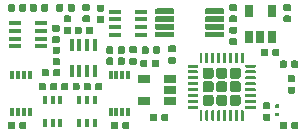
<source format=gbr>
G04 #@! TF.GenerationSoftware,KiCad,Pcbnew,(5.1.5-0-10_14)*
G04 #@! TF.CreationDate,2020-08-02T20:02:39-07:00*
G04 #@! TF.ProjectId,EOGlass2,454f476c-6173-4733-922e-6b696361645f,rev?*
G04 #@! TF.SameCoordinates,Original*
G04 #@! TF.FileFunction,Paste,Top*
G04 #@! TF.FilePolarity,Positive*
%FSLAX46Y46*%
G04 Gerber Fmt 4.6, Leading zero omitted, Abs format (unit mm)*
G04 Created by KiCad (PCBNEW (5.1.5-0-10_14)) date 2020-08-02 20:02:39*
%MOMM*%
%LPD*%
G04 APERTURE LIST*
%ADD10R,0.400000X0.650000*%
%ADD11C,0.100000*%
%ADD12R,0.300000X0.800000*%
%ADD13R,0.650000X1.060000*%
%ADD14R,1.060000X0.650000*%
%ADD15R,1.060000X0.400000*%
%ADD16R,0.400000X1.060000*%
G04 APERTURE END LIST*
D10*
X118250000Y-77250000D03*
X119550000Y-77250000D03*
X118900000Y-75350000D03*
X118900000Y-77250000D03*
X119550000Y-75350000D03*
X118250000Y-75350000D03*
D11*
G36*
X130412252Y-69525602D02*
G01*
X130424386Y-69527402D01*
X130436286Y-69530382D01*
X130447835Y-69534515D01*
X130458925Y-69539760D01*
X130469446Y-69546066D01*
X130479299Y-69553374D01*
X130488388Y-69561612D01*
X130496626Y-69570701D01*
X130503934Y-69580554D01*
X130510240Y-69591075D01*
X130515485Y-69602165D01*
X130519618Y-69613714D01*
X130522598Y-69625614D01*
X130524398Y-69637748D01*
X130525000Y-69650000D01*
X130525000Y-69900000D01*
X130524398Y-69912252D01*
X130522598Y-69924386D01*
X130519618Y-69936286D01*
X130515485Y-69947835D01*
X130510240Y-69958925D01*
X130503934Y-69969446D01*
X130496626Y-69979299D01*
X130488388Y-69988388D01*
X130479299Y-69996626D01*
X130469446Y-70003934D01*
X130458925Y-70010240D01*
X130447835Y-70015485D01*
X130436286Y-70019618D01*
X130424386Y-70022598D01*
X130412252Y-70024398D01*
X130400000Y-70025000D01*
X129025000Y-70025000D01*
X129012748Y-70024398D01*
X129000614Y-70022598D01*
X128988714Y-70019618D01*
X128977165Y-70015485D01*
X128966075Y-70010240D01*
X128955554Y-70003934D01*
X128945701Y-69996626D01*
X128936612Y-69988388D01*
X128928374Y-69979299D01*
X128921066Y-69969446D01*
X128914760Y-69958925D01*
X128909515Y-69947835D01*
X128905382Y-69936286D01*
X128902402Y-69924386D01*
X128900602Y-69912252D01*
X128900000Y-69900000D01*
X128900000Y-69650000D01*
X128900602Y-69637748D01*
X128902402Y-69625614D01*
X128905382Y-69613714D01*
X128909515Y-69602165D01*
X128914760Y-69591075D01*
X128921066Y-69580554D01*
X128928374Y-69570701D01*
X128936612Y-69561612D01*
X128945701Y-69553374D01*
X128955554Y-69546066D01*
X128966075Y-69539760D01*
X128977165Y-69534515D01*
X128988714Y-69530382D01*
X129000614Y-69527402D01*
X129012748Y-69525602D01*
X129025000Y-69525000D01*
X130400000Y-69525000D01*
X130412252Y-69525602D01*
G37*
G36*
X130412252Y-68875602D02*
G01*
X130424386Y-68877402D01*
X130436286Y-68880382D01*
X130447835Y-68884515D01*
X130458925Y-68889760D01*
X130469446Y-68896066D01*
X130479299Y-68903374D01*
X130488388Y-68911612D01*
X130496626Y-68920701D01*
X130503934Y-68930554D01*
X130510240Y-68941075D01*
X130515485Y-68952165D01*
X130519618Y-68963714D01*
X130522598Y-68975614D01*
X130524398Y-68987748D01*
X130525000Y-69000000D01*
X130525000Y-69250000D01*
X130524398Y-69262252D01*
X130522598Y-69274386D01*
X130519618Y-69286286D01*
X130515485Y-69297835D01*
X130510240Y-69308925D01*
X130503934Y-69319446D01*
X130496626Y-69329299D01*
X130488388Y-69338388D01*
X130479299Y-69346626D01*
X130469446Y-69353934D01*
X130458925Y-69360240D01*
X130447835Y-69365485D01*
X130436286Y-69369618D01*
X130424386Y-69372598D01*
X130412252Y-69374398D01*
X130400000Y-69375000D01*
X129025000Y-69375000D01*
X129012748Y-69374398D01*
X129000614Y-69372598D01*
X128988714Y-69369618D01*
X128977165Y-69365485D01*
X128966075Y-69360240D01*
X128955554Y-69353934D01*
X128945701Y-69346626D01*
X128936612Y-69338388D01*
X128928374Y-69329299D01*
X128921066Y-69319446D01*
X128914760Y-69308925D01*
X128909515Y-69297835D01*
X128905382Y-69286286D01*
X128902402Y-69274386D01*
X128900602Y-69262252D01*
X128900000Y-69250000D01*
X128900000Y-69000000D01*
X128900602Y-68987748D01*
X128902402Y-68975614D01*
X128905382Y-68963714D01*
X128909515Y-68952165D01*
X128914760Y-68941075D01*
X128921066Y-68930554D01*
X128928374Y-68920701D01*
X128936612Y-68911612D01*
X128945701Y-68903374D01*
X128955554Y-68896066D01*
X128966075Y-68889760D01*
X128977165Y-68884515D01*
X128988714Y-68880382D01*
X129000614Y-68877402D01*
X129012748Y-68875602D01*
X129025000Y-68875000D01*
X130400000Y-68875000D01*
X130412252Y-68875602D01*
G37*
G36*
X130412252Y-68225602D02*
G01*
X130424386Y-68227402D01*
X130436286Y-68230382D01*
X130447835Y-68234515D01*
X130458925Y-68239760D01*
X130469446Y-68246066D01*
X130479299Y-68253374D01*
X130488388Y-68261612D01*
X130496626Y-68270701D01*
X130503934Y-68280554D01*
X130510240Y-68291075D01*
X130515485Y-68302165D01*
X130519618Y-68313714D01*
X130522598Y-68325614D01*
X130524398Y-68337748D01*
X130525000Y-68350000D01*
X130525000Y-68600000D01*
X130524398Y-68612252D01*
X130522598Y-68624386D01*
X130519618Y-68636286D01*
X130515485Y-68647835D01*
X130510240Y-68658925D01*
X130503934Y-68669446D01*
X130496626Y-68679299D01*
X130488388Y-68688388D01*
X130479299Y-68696626D01*
X130469446Y-68703934D01*
X130458925Y-68710240D01*
X130447835Y-68715485D01*
X130436286Y-68719618D01*
X130424386Y-68722598D01*
X130412252Y-68724398D01*
X130400000Y-68725000D01*
X129025000Y-68725000D01*
X129012748Y-68724398D01*
X129000614Y-68722598D01*
X128988714Y-68719618D01*
X128977165Y-68715485D01*
X128966075Y-68710240D01*
X128955554Y-68703934D01*
X128945701Y-68696626D01*
X128936612Y-68688388D01*
X128928374Y-68679299D01*
X128921066Y-68669446D01*
X128914760Y-68658925D01*
X128909515Y-68647835D01*
X128905382Y-68636286D01*
X128902402Y-68624386D01*
X128900602Y-68612252D01*
X128900000Y-68600000D01*
X128900000Y-68350000D01*
X128900602Y-68337748D01*
X128902402Y-68325614D01*
X128905382Y-68313714D01*
X128909515Y-68302165D01*
X128914760Y-68291075D01*
X128921066Y-68280554D01*
X128928374Y-68270701D01*
X128936612Y-68261612D01*
X128945701Y-68253374D01*
X128955554Y-68246066D01*
X128966075Y-68239760D01*
X128977165Y-68234515D01*
X128988714Y-68230382D01*
X129000614Y-68227402D01*
X129012748Y-68225602D01*
X129025000Y-68225000D01*
X130400000Y-68225000D01*
X130412252Y-68225602D01*
G37*
G36*
X130412252Y-67575602D02*
G01*
X130424386Y-67577402D01*
X130436286Y-67580382D01*
X130447835Y-67584515D01*
X130458925Y-67589760D01*
X130469446Y-67596066D01*
X130479299Y-67603374D01*
X130488388Y-67611612D01*
X130496626Y-67620701D01*
X130503934Y-67630554D01*
X130510240Y-67641075D01*
X130515485Y-67652165D01*
X130519618Y-67663714D01*
X130522598Y-67675614D01*
X130524398Y-67687748D01*
X130525000Y-67700000D01*
X130525000Y-67950000D01*
X130524398Y-67962252D01*
X130522598Y-67974386D01*
X130519618Y-67986286D01*
X130515485Y-67997835D01*
X130510240Y-68008925D01*
X130503934Y-68019446D01*
X130496626Y-68029299D01*
X130488388Y-68038388D01*
X130479299Y-68046626D01*
X130469446Y-68053934D01*
X130458925Y-68060240D01*
X130447835Y-68065485D01*
X130436286Y-68069618D01*
X130424386Y-68072598D01*
X130412252Y-68074398D01*
X130400000Y-68075000D01*
X129025000Y-68075000D01*
X129012748Y-68074398D01*
X129000614Y-68072598D01*
X128988714Y-68069618D01*
X128977165Y-68065485D01*
X128966075Y-68060240D01*
X128955554Y-68053934D01*
X128945701Y-68046626D01*
X128936612Y-68038388D01*
X128928374Y-68029299D01*
X128921066Y-68019446D01*
X128914760Y-68008925D01*
X128909515Y-67997835D01*
X128905382Y-67986286D01*
X128902402Y-67974386D01*
X128900602Y-67962252D01*
X128900000Y-67950000D01*
X128900000Y-67700000D01*
X128900602Y-67687748D01*
X128902402Y-67675614D01*
X128905382Y-67663714D01*
X128909515Y-67652165D01*
X128914760Y-67641075D01*
X128921066Y-67630554D01*
X128928374Y-67620701D01*
X128936612Y-67611612D01*
X128945701Y-67603374D01*
X128955554Y-67596066D01*
X128966075Y-67589760D01*
X128977165Y-67584515D01*
X128988714Y-67580382D01*
X129000614Y-67577402D01*
X129012748Y-67575602D01*
X129025000Y-67575000D01*
X130400000Y-67575000D01*
X130412252Y-67575602D01*
G37*
G36*
X126187252Y-67575602D02*
G01*
X126199386Y-67577402D01*
X126211286Y-67580382D01*
X126222835Y-67584515D01*
X126233925Y-67589760D01*
X126244446Y-67596066D01*
X126254299Y-67603374D01*
X126263388Y-67611612D01*
X126271626Y-67620701D01*
X126278934Y-67630554D01*
X126285240Y-67641075D01*
X126290485Y-67652165D01*
X126294618Y-67663714D01*
X126297598Y-67675614D01*
X126299398Y-67687748D01*
X126300000Y-67700000D01*
X126300000Y-67950000D01*
X126299398Y-67962252D01*
X126297598Y-67974386D01*
X126294618Y-67986286D01*
X126290485Y-67997835D01*
X126285240Y-68008925D01*
X126278934Y-68019446D01*
X126271626Y-68029299D01*
X126263388Y-68038388D01*
X126254299Y-68046626D01*
X126244446Y-68053934D01*
X126233925Y-68060240D01*
X126222835Y-68065485D01*
X126211286Y-68069618D01*
X126199386Y-68072598D01*
X126187252Y-68074398D01*
X126175000Y-68075000D01*
X124800000Y-68075000D01*
X124787748Y-68074398D01*
X124775614Y-68072598D01*
X124763714Y-68069618D01*
X124752165Y-68065485D01*
X124741075Y-68060240D01*
X124730554Y-68053934D01*
X124720701Y-68046626D01*
X124711612Y-68038388D01*
X124703374Y-68029299D01*
X124696066Y-68019446D01*
X124689760Y-68008925D01*
X124684515Y-67997835D01*
X124680382Y-67986286D01*
X124677402Y-67974386D01*
X124675602Y-67962252D01*
X124675000Y-67950000D01*
X124675000Y-67700000D01*
X124675602Y-67687748D01*
X124677402Y-67675614D01*
X124680382Y-67663714D01*
X124684515Y-67652165D01*
X124689760Y-67641075D01*
X124696066Y-67630554D01*
X124703374Y-67620701D01*
X124711612Y-67611612D01*
X124720701Y-67603374D01*
X124730554Y-67596066D01*
X124741075Y-67589760D01*
X124752165Y-67584515D01*
X124763714Y-67580382D01*
X124775614Y-67577402D01*
X124787748Y-67575602D01*
X124800000Y-67575000D01*
X126175000Y-67575000D01*
X126187252Y-67575602D01*
G37*
G36*
X126187252Y-68225602D02*
G01*
X126199386Y-68227402D01*
X126211286Y-68230382D01*
X126222835Y-68234515D01*
X126233925Y-68239760D01*
X126244446Y-68246066D01*
X126254299Y-68253374D01*
X126263388Y-68261612D01*
X126271626Y-68270701D01*
X126278934Y-68280554D01*
X126285240Y-68291075D01*
X126290485Y-68302165D01*
X126294618Y-68313714D01*
X126297598Y-68325614D01*
X126299398Y-68337748D01*
X126300000Y-68350000D01*
X126300000Y-68600000D01*
X126299398Y-68612252D01*
X126297598Y-68624386D01*
X126294618Y-68636286D01*
X126290485Y-68647835D01*
X126285240Y-68658925D01*
X126278934Y-68669446D01*
X126271626Y-68679299D01*
X126263388Y-68688388D01*
X126254299Y-68696626D01*
X126244446Y-68703934D01*
X126233925Y-68710240D01*
X126222835Y-68715485D01*
X126211286Y-68719618D01*
X126199386Y-68722598D01*
X126187252Y-68724398D01*
X126175000Y-68725000D01*
X124800000Y-68725000D01*
X124787748Y-68724398D01*
X124775614Y-68722598D01*
X124763714Y-68719618D01*
X124752165Y-68715485D01*
X124741075Y-68710240D01*
X124730554Y-68703934D01*
X124720701Y-68696626D01*
X124711612Y-68688388D01*
X124703374Y-68679299D01*
X124696066Y-68669446D01*
X124689760Y-68658925D01*
X124684515Y-68647835D01*
X124680382Y-68636286D01*
X124677402Y-68624386D01*
X124675602Y-68612252D01*
X124675000Y-68600000D01*
X124675000Y-68350000D01*
X124675602Y-68337748D01*
X124677402Y-68325614D01*
X124680382Y-68313714D01*
X124684515Y-68302165D01*
X124689760Y-68291075D01*
X124696066Y-68280554D01*
X124703374Y-68270701D01*
X124711612Y-68261612D01*
X124720701Y-68253374D01*
X124730554Y-68246066D01*
X124741075Y-68239760D01*
X124752165Y-68234515D01*
X124763714Y-68230382D01*
X124775614Y-68227402D01*
X124787748Y-68225602D01*
X124800000Y-68225000D01*
X126175000Y-68225000D01*
X126187252Y-68225602D01*
G37*
G36*
X126187252Y-68875602D02*
G01*
X126199386Y-68877402D01*
X126211286Y-68880382D01*
X126222835Y-68884515D01*
X126233925Y-68889760D01*
X126244446Y-68896066D01*
X126254299Y-68903374D01*
X126263388Y-68911612D01*
X126271626Y-68920701D01*
X126278934Y-68930554D01*
X126285240Y-68941075D01*
X126290485Y-68952165D01*
X126294618Y-68963714D01*
X126297598Y-68975614D01*
X126299398Y-68987748D01*
X126300000Y-69000000D01*
X126300000Y-69250000D01*
X126299398Y-69262252D01*
X126297598Y-69274386D01*
X126294618Y-69286286D01*
X126290485Y-69297835D01*
X126285240Y-69308925D01*
X126278934Y-69319446D01*
X126271626Y-69329299D01*
X126263388Y-69338388D01*
X126254299Y-69346626D01*
X126244446Y-69353934D01*
X126233925Y-69360240D01*
X126222835Y-69365485D01*
X126211286Y-69369618D01*
X126199386Y-69372598D01*
X126187252Y-69374398D01*
X126175000Y-69375000D01*
X124800000Y-69375000D01*
X124787748Y-69374398D01*
X124775614Y-69372598D01*
X124763714Y-69369618D01*
X124752165Y-69365485D01*
X124741075Y-69360240D01*
X124730554Y-69353934D01*
X124720701Y-69346626D01*
X124711612Y-69338388D01*
X124703374Y-69329299D01*
X124696066Y-69319446D01*
X124689760Y-69308925D01*
X124684515Y-69297835D01*
X124680382Y-69286286D01*
X124677402Y-69274386D01*
X124675602Y-69262252D01*
X124675000Y-69250000D01*
X124675000Y-69000000D01*
X124675602Y-68987748D01*
X124677402Y-68975614D01*
X124680382Y-68963714D01*
X124684515Y-68952165D01*
X124689760Y-68941075D01*
X124696066Y-68930554D01*
X124703374Y-68920701D01*
X124711612Y-68911612D01*
X124720701Y-68903374D01*
X124730554Y-68896066D01*
X124741075Y-68889760D01*
X124752165Y-68884515D01*
X124763714Y-68880382D01*
X124775614Y-68877402D01*
X124787748Y-68875602D01*
X124800000Y-68875000D01*
X126175000Y-68875000D01*
X126187252Y-68875602D01*
G37*
G36*
X126187252Y-69525602D02*
G01*
X126199386Y-69527402D01*
X126211286Y-69530382D01*
X126222835Y-69534515D01*
X126233925Y-69539760D01*
X126244446Y-69546066D01*
X126254299Y-69553374D01*
X126263388Y-69561612D01*
X126271626Y-69570701D01*
X126278934Y-69580554D01*
X126285240Y-69591075D01*
X126290485Y-69602165D01*
X126294618Y-69613714D01*
X126297598Y-69625614D01*
X126299398Y-69637748D01*
X126300000Y-69650000D01*
X126300000Y-69900000D01*
X126299398Y-69912252D01*
X126297598Y-69924386D01*
X126294618Y-69936286D01*
X126290485Y-69947835D01*
X126285240Y-69958925D01*
X126278934Y-69969446D01*
X126271626Y-69979299D01*
X126263388Y-69988388D01*
X126254299Y-69996626D01*
X126244446Y-70003934D01*
X126233925Y-70010240D01*
X126222835Y-70015485D01*
X126211286Y-70019618D01*
X126199386Y-70022598D01*
X126187252Y-70024398D01*
X126175000Y-70025000D01*
X124800000Y-70025000D01*
X124787748Y-70024398D01*
X124775614Y-70022598D01*
X124763714Y-70019618D01*
X124752165Y-70015485D01*
X124741075Y-70010240D01*
X124730554Y-70003934D01*
X124720701Y-69996626D01*
X124711612Y-69988388D01*
X124703374Y-69979299D01*
X124696066Y-69969446D01*
X124689760Y-69958925D01*
X124684515Y-69947835D01*
X124680382Y-69936286D01*
X124677402Y-69924386D01*
X124675602Y-69912252D01*
X124675000Y-69900000D01*
X124675000Y-69650000D01*
X124675602Y-69637748D01*
X124677402Y-69625614D01*
X124680382Y-69613714D01*
X124684515Y-69602165D01*
X124689760Y-69591075D01*
X124696066Y-69580554D01*
X124703374Y-69570701D01*
X124711612Y-69561612D01*
X124720701Y-69553374D01*
X124730554Y-69546066D01*
X124741075Y-69539760D01*
X124752165Y-69534515D01*
X124763714Y-69530382D01*
X124775614Y-69527402D01*
X124787748Y-69525602D01*
X124800000Y-69525000D01*
X126175000Y-69525000D01*
X126187252Y-69525602D01*
G37*
D12*
X120890000Y-73210000D03*
X121390000Y-73210000D03*
X121890000Y-73210000D03*
X122390000Y-73210000D03*
X122390000Y-76310000D03*
X121890000Y-76310000D03*
X121390000Y-76310000D03*
X120890000Y-76310000D03*
D11*
G36*
X116246958Y-73880710D02*
G01*
X116261276Y-73882834D01*
X116275317Y-73886351D01*
X116288946Y-73891228D01*
X116302031Y-73897417D01*
X116314447Y-73904858D01*
X116326073Y-73913481D01*
X116336798Y-73923202D01*
X116346519Y-73933927D01*
X116355142Y-73945553D01*
X116362583Y-73957969D01*
X116368772Y-73971054D01*
X116373649Y-73984683D01*
X116377166Y-73998724D01*
X116379290Y-74013042D01*
X116380000Y-74027500D01*
X116380000Y-74372500D01*
X116379290Y-74386958D01*
X116377166Y-74401276D01*
X116373649Y-74415317D01*
X116368772Y-74428946D01*
X116362583Y-74442031D01*
X116355142Y-74454447D01*
X116346519Y-74466073D01*
X116336798Y-74476798D01*
X116326073Y-74486519D01*
X116314447Y-74495142D01*
X116302031Y-74502583D01*
X116288946Y-74508772D01*
X116275317Y-74513649D01*
X116261276Y-74517166D01*
X116246958Y-74519290D01*
X116232500Y-74520000D01*
X115937500Y-74520000D01*
X115923042Y-74519290D01*
X115908724Y-74517166D01*
X115894683Y-74513649D01*
X115881054Y-74508772D01*
X115867969Y-74502583D01*
X115855553Y-74495142D01*
X115843927Y-74486519D01*
X115833202Y-74476798D01*
X115823481Y-74466073D01*
X115814858Y-74454447D01*
X115807417Y-74442031D01*
X115801228Y-74428946D01*
X115796351Y-74415317D01*
X115792834Y-74401276D01*
X115790710Y-74386958D01*
X115790000Y-74372500D01*
X115790000Y-74027500D01*
X115790710Y-74013042D01*
X115792834Y-73998724D01*
X115796351Y-73984683D01*
X115801228Y-73971054D01*
X115807417Y-73957969D01*
X115814858Y-73945553D01*
X115823481Y-73933927D01*
X115833202Y-73923202D01*
X115843927Y-73913481D01*
X115855553Y-73904858D01*
X115867969Y-73897417D01*
X115881054Y-73891228D01*
X115894683Y-73886351D01*
X115908724Y-73882834D01*
X115923042Y-73880710D01*
X115937500Y-73880000D01*
X116232500Y-73880000D01*
X116246958Y-73880710D01*
G37*
G36*
X115276958Y-73880710D02*
G01*
X115291276Y-73882834D01*
X115305317Y-73886351D01*
X115318946Y-73891228D01*
X115332031Y-73897417D01*
X115344447Y-73904858D01*
X115356073Y-73913481D01*
X115366798Y-73923202D01*
X115376519Y-73933927D01*
X115385142Y-73945553D01*
X115392583Y-73957969D01*
X115398772Y-73971054D01*
X115403649Y-73984683D01*
X115407166Y-73998724D01*
X115409290Y-74013042D01*
X115410000Y-74027500D01*
X115410000Y-74372500D01*
X115409290Y-74386958D01*
X115407166Y-74401276D01*
X115403649Y-74415317D01*
X115398772Y-74428946D01*
X115392583Y-74442031D01*
X115385142Y-74454447D01*
X115376519Y-74466073D01*
X115366798Y-74476798D01*
X115356073Y-74486519D01*
X115344447Y-74495142D01*
X115332031Y-74502583D01*
X115318946Y-74508772D01*
X115305317Y-74513649D01*
X115291276Y-74517166D01*
X115276958Y-74519290D01*
X115262500Y-74520000D01*
X114967500Y-74520000D01*
X114953042Y-74519290D01*
X114938724Y-74517166D01*
X114924683Y-74513649D01*
X114911054Y-74508772D01*
X114897969Y-74502583D01*
X114885553Y-74495142D01*
X114873927Y-74486519D01*
X114863202Y-74476798D01*
X114853481Y-74466073D01*
X114844858Y-74454447D01*
X114837417Y-74442031D01*
X114831228Y-74428946D01*
X114826351Y-74415317D01*
X114822834Y-74401276D01*
X114820710Y-74386958D01*
X114820000Y-74372500D01*
X114820000Y-74027500D01*
X114820710Y-74013042D01*
X114822834Y-73998724D01*
X114826351Y-73984683D01*
X114831228Y-73971054D01*
X114837417Y-73957969D01*
X114844858Y-73945553D01*
X114853481Y-73933927D01*
X114863202Y-73923202D01*
X114873927Y-73913481D01*
X114885553Y-73904858D01*
X114897969Y-73897417D01*
X114911054Y-73891228D01*
X114924683Y-73886351D01*
X114938724Y-73882834D01*
X114953042Y-73880710D01*
X114967500Y-73880000D01*
X115262500Y-73880000D01*
X115276958Y-73880710D01*
G37*
G36*
X134076958Y-70980710D02*
G01*
X134091276Y-70982834D01*
X134105317Y-70986351D01*
X134118946Y-70991228D01*
X134132031Y-70997417D01*
X134144447Y-71004858D01*
X134156073Y-71013481D01*
X134166798Y-71023202D01*
X134176519Y-71033927D01*
X134185142Y-71045553D01*
X134192583Y-71057969D01*
X134198772Y-71071054D01*
X134203649Y-71084683D01*
X134207166Y-71098724D01*
X134209290Y-71113042D01*
X134210000Y-71127500D01*
X134210000Y-71472500D01*
X134209290Y-71486958D01*
X134207166Y-71501276D01*
X134203649Y-71515317D01*
X134198772Y-71528946D01*
X134192583Y-71542031D01*
X134185142Y-71554447D01*
X134176519Y-71566073D01*
X134166798Y-71576798D01*
X134156073Y-71586519D01*
X134144447Y-71595142D01*
X134132031Y-71602583D01*
X134118946Y-71608772D01*
X134105317Y-71613649D01*
X134091276Y-71617166D01*
X134076958Y-71619290D01*
X134062500Y-71620000D01*
X133767500Y-71620000D01*
X133753042Y-71619290D01*
X133738724Y-71617166D01*
X133724683Y-71613649D01*
X133711054Y-71608772D01*
X133697969Y-71602583D01*
X133685553Y-71595142D01*
X133673927Y-71586519D01*
X133663202Y-71576798D01*
X133653481Y-71566073D01*
X133644858Y-71554447D01*
X133637417Y-71542031D01*
X133631228Y-71528946D01*
X133626351Y-71515317D01*
X133622834Y-71501276D01*
X133620710Y-71486958D01*
X133620000Y-71472500D01*
X133620000Y-71127500D01*
X133620710Y-71113042D01*
X133622834Y-71098724D01*
X133626351Y-71084683D01*
X133631228Y-71071054D01*
X133637417Y-71057969D01*
X133644858Y-71045553D01*
X133653481Y-71033927D01*
X133663202Y-71023202D01*
X133673927Y-71013481D01*
X133685553Y-71004858D01*
X133697969Y-70997417D01*
X133711054Y-70991228D01*
X133724683Y-70986351D01*
X133738724Y-70982834D01*
X133753042Y-70980710D01*
X133767500Y-70980000D01*
X134062500Y-70980000D01*
X134076958Y-70980710D01*
G37*
G36*
X135046958Y-70980710D02*
G01*
X135061276Y-70982834D01*
X135075317Y-70986351D01*
X135088946Y-70991228D01*
X135102031Y-70997417D01*
X135114447Y-71004858D01*
X135126073Y-71013481D01*
X135136798Y-71023202D01*
X135146519Y-71033927D01*
X135155142Y-71045553D01*
X135162583Y-71057969D01*
X135168772Y-71071054D01*
X135173649Y-71084683D01*
X135177166Y-71098724D01*
X135179290Y-71113042D01*
X135180000Y-71127500D01*
X135180000Y-71472500D01*
X135179290Y-71486958D01*
X135177166Y-71501276D01*
X135173649Y-71515317D01*
X135168772Y-71528946D01*
X135162583Y-71542031D01*
X135155142Y-71554447D01*
X135146519Y-71566073D01*
X135136798Y-71576798D01*
X135126073Y-71586519D01*
X135114447Y-71595142D01*
X135102031Y-71602583D01*
X135088946Y-71608772D01*
X135075317Y-71613649D01*
X135061276Y-71617166D01*
X135046958Y-71619290D01*
X135032500Y-71620000D01*
X134737500Y-71620000D01*
X134723042Y-71619290D01*
X134708724Y-71617166D01*
X134694683Y-71613649D01*
X134681054Y-71608772D01*
X134667969Y-71602583D01*
X134655553Y-71595142D01*
X134643927Y-71586519D01*
X134633202Y-71576798D01*
X134623481Y-71566073D01*
X134614858Y-71554447D01*
X134607417Y-71542031D01*
X134601228Y-71528946D01*
X134596351Y-71515317D01*
X134592834Y-71501276D01*
X134590710Y-71486958D01*
X134590000Y-71472500D01*
X134590000Y-71127500D01*
X134590710Y-71113042D01*
X134592834Y-71098724D01*
X134596351Y-71084683D01*
X134601228Y-71071054D01*
X134607417Y-71057969D01*
X134614858Y-71045553D01*
X134623481Y-71033927D01*
X134633202Y-71023202D01*
X134643927Y-71013481D01*
X134655553Y-71004858D01*
X134667969Y-70997417D01*
X134681054Y-70991228D01*
X134694683Y-70986351D01*
X134708724Y-70982834D01*
X134723042Y-70980710D01*
X134737500Y-70980000D01*
X135032500Y-70980000D01*
X135046958Y-70980710D01*
G37*
G36*
X124676958Y-76480710D02*
G01*
X124691276Y-76482834D01*
X124705317Y-76486351D01*
X124718946Y-76491228D01*
X124732031Y-76497417D01*
X124744447Y-76504858D01*
X124756073Y-76513481D01*
X124766798Y-76523202D01*
X124776519Y-76533927D01*
X124785142Y-76545553D01*
X124792583Y-76557969D01*
X124798772Y-76571054D01*
X124803649Y-76584683D01*
X124807166Y-76598724D01*
X124809290Y-76613042D01*
X124810000Y-76627500D01*
X124810000Y-76972500D01*
X124809290Y-76986958D01*
X124807166Y-77001276D01*
X124803649Y-77015317D01*
X124798772Y-77028946D01*
X124792583Y-77042031D01*
X124785142Y-77054447D01*
X124776519Y-77066073D01*
X124766798Y-77076798D01*
X124756073Y-77086519D01*
X124744447Y-77095142D01*
X124732031Y-77102583D01*
X124718946Y-77108772D01*
X124705317Y-77113649D01*
X124691276Y-77117166D01*
X124676958Y-77119290D01*
X124662500Y-77120000D01*
X124367500Y-77120000D01*
X124353042Y-77119290D01*
X124338724Y-77117166D01*
X124324683Y-77113649D01*
X124311054Y-77108772D01*
X124297969Y-77102583D01*
X124285553Y-77095142D01*
X124273927Y-77086519D01*
X124263202Y-77076798D01*
X124253481Y-77066073D01*
X124244858Y-77054447D01*
X124237417Y-77042031D01*
X124231228Y-77028946D01*
X124226351Y-77015317D01*
X124222834Y-77001276D01*
X124220710Y-76986958D01*
X124220000Y-76972500D01*
X124220000Y-76627500D01*
X124220710Y-76613042D01*
X124222834Y-76598724D01*
X124226351Y-76584683D01*
X124231228Y-76571054D01*
X124237417Y-76557969D01*
X124244858Y-76545553D01*
X124253481Y-76533927D01*
X124263202Y-76523202D01*
X124273927Y-76513481D01*
X124285553Y-76504858D01*
X124297969Y-76497417D01*
X124311054Y-76491228D01*
X124324683Y-76486351D01*
X124338724Y-76482834D01*
X124353042Y-76480710D01*
X124367500Y-76480000D01*
X124662500Y-76480000D01*
X124676958Y-76480710D01*
G37*
G36*
X125646958Y-76480710D02*
G01*
X125661276Y-76482834D01*
X125675317Y-76486351D01*
X125688946Y-76491228D01*
X125702031Y-76497417D01*
X125714447Y-76504858D01*
X125726073Y-76513481D01*
X125736798Y-76523202D01*
X125746519Y-76533927D01*
X125755142Y-76545553D01*
X125762583Y-76557969D01*
X125768772Y-76571054D01*
X125773649Y-76584683D01*
X125777166Y-76598724D01*
X125779290Y-76613042D01*
X125780000Y-76627500D01*
X125780000Y-76972500D01*
X125779290Y-76986958D01*
X125777166Y-77001276D01*
X125773649Y-77015317D01*
X125768772Y-77028946D01*
X125762583Y-77042031D01*
X125755142Y-77054447D01*
X125746519Y-77066073D01*
X125736798Y-77076798D01*
X125726073Y-77086519D01*
X125714447Y-77095142D01*
X125702031Y-77102583D01*
X125688946Y-77108772D01*
X125675317Y-77113649D01*
X125661276Y-77117166D01*
X125646958Y-77119290D01*
X125632500Y-77120000D01*
X125337500Y-77120000D01*
X125323042Y-77119290D01*
X125308724Y-77117166D01*
X125294683Y-77113649D01*
X125281054Y-77108772D01*
X125267969Y-77102583D01*
X125255553Y-77095142D01*
X125243927Y-77086519D01*
X125233202Y-77076798D01*
X125223481Y-77066073D01*
X125214858Y-77054447D01*
X125207417Y-77042031D01*
X125201228Y-77028946D01*
X125196351Y-77015317D01*
X125192834Y-77001276D01*
X125190710Y-76986958D01*
X125190000Y-76972500D01*
X125190000Y-76627500D01*
X125190710Y-76613042D01*
X125192834Y-76598724D01*
X125196351Y-76584683D01*
X125201228Y-76571054D01*
X125207417Y-76557969D01*
X125214858Y-76545553D01*
X125223481Y-76533927D01*
X125233202Y-76523202D01*
X125243927Y-76513481D01*
X125255553Y-76504858D01*
X125267969Y-76497417D01*
X125281054Y-76491228D01*
X125294683Y-76486351D01*
X125308724Y-76482834D01*
X125323042Y-76480710D01*
X125337500Y-76480000D01*
X125632500Y-76480000D01*
X125646958Y-76480710D01*
G37*
G36*
X136386958Y-74190710D02*
G01*
X136401276Y-74192834D01*
X136415317Y-74196351D01*
X136428946Y-74201228D01*
X136442031Y-74207417D01*
X136454447Y-74214858D01*
X136466073Y-74223481D01*
X136476798Y-74233202D01*
X136486519Y-74243927D01*
X136495142Y-74255553D01*
X136502583Y-74267969D01*
X136508772Y-74281054D01*
X136513649Y-74294683D01*
X136517166Y-74308724D01*
X136519290Y-74323042D01*
X136520000Y-74337500D01*
X136520000Y-74632500D01*
X136519290Y-74646958D01*
X136517166Y-74661276D01*
X136513649Y-74675317D01*
X136508772Y-74688946D01*
X136502583Y-74702031D01*
X136495142Y-74714447D01*
X136486519Y-74726073D01*
X136476798Y-74736798D01*
X136466073Y-74746519D01*
X136454447Y-74755142D01*
X136442031Y-74762583D01*
X136428946Y-74768772D01*
X136415317Y-74773649D01*
X136401276Y-74777166D01*
X136386958Y-74779290D01*
X136372500Y-74780000D01*
X136027500Y-74780000D01*
X136013042Y-74779290D01*
X135998724Y-74777166D01*
X135984683Y-74773649D01*
X135971054Y-74768772D01*
X135957969Y-74762583D01*
X135945553Y-74755142D01*
X135933927Y-74746519D01*
X135923202Y-74736798D01*
X135913481Y-74726073D01*
X135904858Y-74714447D01*
X135897417Y-74702031D01*
X135891228Y-74688946D01*
X135886351Y-74675317D01*
X135882834Y-74661276D01*
X135880710Y-74646958D01*
X135880000Y-74632500D01*
X135880000Y-74337500D01*
X135880710Y-74323042D01*
X135882834Y-74308724D01*
X135886351Y-74294683D01*
X135891228Y-74281054D01*
X135897417Y-74267969D01*
X135904858Y-74255553D01*
X135913481Y-74243927D01*
X135923202Y-74233202D01*
X135933927Y-74223481D01*
X135945553Y-74214858D01*
X135957969Y-74207417D01*
X135971054Y-74201228D01*
X135984683Y-74196351D01*
X135998724Y-74192834D01*
X136013042Y-74190710D01*
X136027500Y-74190000D01*
X136372500Y-74190000D01*
X136386958Y-74190710D01*
G37*
G36*
X136386958Y-73220710D02*
G01*
X136401276Y-73222834D01*
X136415317Y-73226351D01*
X136428946Y-73231228D01*
X136442031Y-73237417D01*
X136454447Y-73244858D01*
X136466073Y-73253481D01*
X136476798Y-73263202D01*
X136486519Y-73273927D01*
X136495142Y-73285553D01*
X136502583Y-73297969D01*
X136508772Y-73311054D01*
X136513649Y-73324683D01*
X136517166Y-73338724D01*
X136519290Y-73353042D01*
X136520000Y-73367500D01*
X136520000Y-73662500D01*
X136519290Y-73676958D01*
X136517166Y-73691276D01*
X136513649Y-73705317D01*
X136508772Y-73718946D01*
X136502583Y-73732031D01*
X136495142Y-73744447D01*
X136486519Y-73756073D01*
X136476798Y-73766798D01*
X136466073Y-73776519D01*
X136454447Y-73785142D01*
X136442031Y-73792583D01*
X136428946Y-73798772D01*
X136415317Y-73803649D01*
X136401276Y-73807166D01*
X136386958Y-73809290D01*
X136372500Y-73810000D01*
X136027500Y-73810000D01*
X136013042Y-73809290D01*
X135998724Y-73807166D01*
X135984683Y-73803649D01*
X135971054Y-73798772D01*
X135957969Y-73792583D01*
X135945553Y-73785142D01*
X135933927Y-73776519D01*
X135923202Y-73766798D01*
X135913481Y-73756073D01*
X135904858Y-73744447D01*
X135897417Y-73732031D01*
X135891228Y-73718946D01*
X135886351Y-73705317D01*
X135882834Y-73691276D01*
X135880710Y-73676958D01*
X135880000Y-73662500D01*
X135880000Y-73367500D01*
X135880710Y-73353042D01*
X135882834Y-73338724D01*
X135886351Y-73324683D01*
X135891228Y-73311054D01*
X135897417Y-73297969D01*
X135904858Y-73285553D01*
X135913481Y-73273927D01*
X135923202Y-73263202D01*
X135933927Y-73253481D01*
X135945553Y-73244858D01*
X135957969Y-73237417D01*
X135971054Y-73231228D01*
X135984683Y-73226351D01*
X135998724Y-73222834D01*
X136013042Y-73220710D01*
X136027500Y-73220000D01*
X136372500Y-73220000D01*
X136386958Y-73220710D01*
G37*
G36*
X136666958Y-77160710D02*
G01*
X136681276Y-77162834D01*
X136695317Y-77166351D01*
X136708946Y-77171228D01*
X136722031Y-77177417D01*
X136734447Y-77184858D01*
X136746073Y-77193481D01*
X136756798Y-77203202D01*
X136766519Y-77213927D01*
X136775142Y-77225553D01*
X136782583Y-77237969D01*
X136788772Y-77251054D01*
X136793649Y-77264683D01*
X136797166Y-77278724D01*
X136799290Y-77293042D01*
X136800000Y-77307500D01*
X136800000Y-77652500D01*
X136799290Y-77666958D01*
X136797166Y-77681276D01*
X136793649Y-77695317D01*
X136788772Y-77708946D01*
X136782583Y-77722031D01*
X136775142Y-77734447D01*
X136766519Y-77746073D01*
X136756798Y-77756798D01*
X136746073Y-77766519D01*
X136734447Y-77775142D01*
X136722031Y-77782583D01*
X136708946Y-77788772D01*
X136695317Y-77793649D01*
X136681276Y-77797166D01*
X136666958Y-77799290D01*
X136652500Y-77800000D01*
X136357500Y-77800000D01*
X136343042Y-77799290D01*
X136328724Y-77797166D01*
X136314683Y-77793649D01*
X136301054Y-77788772D01*
X136287969Y-77782583D01*
X136275553Y-77775142D01*
X136263927Y-77766519D01*
X136253202Y-77756798D01*
X136243481Y-77746073D01*
X136234858Y-77734447D01*
X136227417Y-77722031D01*
X136221228Y-77708946D01*
X136216351Y-77695317D01*
X136212834Y-77681276D01*
X136210710Y-77666958D01*
X136210000Y-77652500D01*
X136210000Y-77307500D01*
X136210710Y-77293042D01*
X136212834Y-77278724D01*
X136216351Y-77264683D01*
X136221228Y-77251054D01*
X136227417Y-77237969D01*
X136234858Y-77225553D01*
X136243481Y-77213927D01*
X136253202Y-77203202D01*
X136263927Y-77193481D01*
X136275553Y-77184858D01*
X136287969Y-77177417D01*
X136301054Y-77171228D01*
X136314683Y-77166351D01*
X136328724Y-77162834D01*
X136343042Y-77160710D01*
X136357500Y-77160000D01*
X136652500Y-77160000D01*
X136666958Y-77160710D01*
G37*
G36*
X135696958Y-77160710D02*
G01*
X135711276Y-77162834D01*
X135725317Y-77166351D01*
X135738946Y-77171228D01*
X135752031Y-77177417D01*
X135764447Y-77184858D01*
X135776073Y-77193481D01*
X135786798Y-77203202D01*
X135796519Y-77213927D01*
X135805142Y-77225553D01*
X135812583Y-77237969D01*
X135818772Y-77251054D01*
X135823649Y-77264683D01*
X135827166Y-77278724D01*
X135829290Y-77293042D01*
X135830000Y-77307500D01*
X135830000Y-77652500D01*
X135829290Y-77666958D01*
X135827166Y-77681276D01*
X135823649Y-77695317D01*
X135818772Y-77708946D01*
X135812583Y-77722031D01*
X135805142Y-77734447D01*
X135796519Y-77746073D01*
X135786798Y-77756798D01*
X135776073Y-77766519D01*
X135764447Y-77775142D01*
X135752031Y-77782583D01*
X135738946Y-77788772D01*
X135725317Y-77793649D01*
X135711276Y-77797166D01*
X135696958Y-77799290D01*
X135682500Y-77800000D01*
X135387500Y-77800000D01*
X135373042Y-77799290D01*
X135358724Y-77797166D01*
X135344683Y-77793649D01*
X135331054Y-77788772D01*
X135317969Y-77782583D01*
X135305553Y-77775142D01*
X135293927Y-77766519D01*
X135283202Y-77756798D01*
X135273481Y-77746073D01*
X135264858Y-77734447D01*
X135257417Y-77722031D01*
X135251228Y-77708946D01*
X135246351Y-77695317D01*
X135242834Y-77681276D01*
X135240710Y-77666958D01*
X135240000Y-77652500D01*
X135240000Y-77307500D01*
X135240710Y-77293042D01*
X135242834Y-77278724D01*
X135246351Y-77264683D01*
X135251228Y-77251054D01*
X135257417Y-77237969D01*
X135264858Y-77225553D01*
X135273481Y-77213927D01*
X135283202Y-77203202D01*
X135293927Y-77193481D01*
X135305553Y-77184858D01*
X135317969Y-77177417D01*
X135331054Y-77171228D01*
X135344683Y-77166351D01*
X135358724Y-77162834D01*
X135373042Y-77160710D01*
X135387500Y-77160000D01*
X135682500Y-77160000D01*
X135696958Y-77160710D01*
G37*
G36*
X134286958Y-76490710D02*
G01*
X134301276Y-76492834D01*
X134315317Y-76496351D01*
X134328946Y-76501228D01*
X134342031Y-76507417D01*
X134354447Y-76514858D01*
X134366073Y-76523481D01*
X134376798Y-76533202D01*
X134386519Y-76543927D01*
X134395142Y-76555553D01*
X134402583Y-76567969D01*
X134408772Y-76581054D01*
X134413649Y-76594683D01*
X134417166Y-76608724D01*
X134419290Y-76623042D01*
X134420000Y-76637500D01*
X134420000Y-76932500D01*
X134419290Y-76946958D01*
X134417166Y-76961276D01*
X134413649Y-76975317D01*
X134408772Y-76988946D01*
X134402583Y-77002031D01*
X134395142Y-77014447D01*
X134386519Y-77026073D01*
X134376798Y-77036798D01*
X134366073Y-77046519D01*
X134354447Y-77055142D01*
X134342031Y-77062583D01*
X134328946Y-77068772D01*
X134315317Y-77073649D01*
X134301276Y-77077166D01*
X134286958Y-77079290D01*
X134272500Y-77080000D01*
X133927500Y-77080000D01*
X133913042Y-77079290D01*
X133898724Y-77077166D01*
X133884683Y-77073649D01*
X133871054Y-77068772D01*
X133857969Y-77062583D01*
X133845553Y-77055142D01*
X133833927Y-77046519D01*
X133823202Y-77036798D01*
X133813481Y-77026073D01*
X133804858Y-77014447D01*
X133797417Y-77002031D01*
X133791228Y-76988946D01*
X133786351Y-76975317D01*
X133782834Y-76961276D01*
X133780710Y-76946958D01*
X133780000Y-76932500D01*
X133780000Y-76637500D01*
X133780710Y-76623042D01*
X133782834Y-76608724D01*
X133786351Y-76594683D01*
X133791228Y-76581054D01*
X133797417Y-76567969D01*
X133804858Y-76555553D01*
X133813481Y-76543927D01*
X133823202Y-76533202D01*
X133833927Y-76523481D01*
X133845553Y-76514858D01*
X133857969Y-76507417D01*
X133871054Y-76501228D01*
X133884683Y-76496351D01*
X133898724Y-76492834D01*
X133913042Y-76490710D01*
X133927500Y-76490000D01*
X134272500Y-76490000D01*
X134286958Y-76490710D01*
G37*
G36*
X134286958Y-75520710D02*
G01*
X134301276Y-75522834D01*
X134315317Y-75526351D01*
X134328946Y-75531228D01*
X134342031Y-75537417D01*
X134354447Y-75544858D01*
X134366073Y-75553481D01*
X134376798Y-75563202D01*
X134386519Y-75573927D01*
X134395142Y-75585553D01*
X134402583Y-75597969D01*
X134408772Y-75611054D01*
X134413649Y-75624683D01*
X134417166Y-75638724D01*
X134419290Y-75653042D01*
X134420000Y-75667500D01*
X134420000Y-75962500D01*
X134419290Y-75976958D01*
X134417166Y-75991276D01*
X134413649Y-76005317D01*
X134408772Y-76018946D01*
X134402583Y-76032031D01*
X134395142Y-76044447D01*
X134386519Y-76056073D01*
X134376798Y-76066798D01*
X134366073Y-76076519D01*
X134354447Y-76085142D01*
X134342031Y-76092583D01*
X134328946Y-76098772D01*
X134315317Y-76103649D01*
X134301276Y-76107166D01*
X134286958Y-76109290D01*
X134272500Y-76110000D01*
X133927500Y-76110000D01*
X133913042Y-76109290D01*
X133898724Y-76107166D01*
X133884683Y-76103649D01*
X133871054Y-76098772D01*
X133857969Y-76092583D01*
X133845553Y-76085142D01*
X133833927Y-76076519D01*
X133823202Y-76066798D01*
X133813481Y-76056073D01*
X133804858Y-76044447D01*
X133797417Y-76032031D01*
X133791228Y-76018946D01*
X133786351Y-76005317D01*
X133782834Y-75991276D01*
X133780710Y-75976958D01*
X133780000Y-75962500D01*
X133780000Y-75667500D01*
X133780710Y-75653042D01*
X133782834Y-75638724D01*
X133786351Y-75624683D01*
X133791228Y-75611054D01*
X133797417Y-75597969D01*
X133804858Y-75585553D01*
X133813481Y-75573927D01*
X133823202Y-75563202D01*
X133833927Y-75553481D01*
X133845553Y-75544858D01*
X133857969Y-75537417D01*
X133871054Y-75531228D01*
X133884683Y-75526351D01*
X133898724Y-75522834D01*
X133913042Y-75520710D01*
X133927500Y-75520000D01*
X134272500Y-75520000D01*
X134286958Y-75520710D01*
G37*
G36*
X136036958Y-67200710D02*
G01*
X136051276Y-67202834D01*
X136065317Y-67206351D01*
X136078946Y-67211228D01*
X136092031Y-67217417D01*
X136104447Y-67224858D01*
X136116073Y-67233481D01*
X136126798Y-67243202D01*
X136136519Y-67253927D01*
X136145142Y-67265553D01*
X136152583Y-67277969D01*
X136158772Y-67291054D01*
X136163649Y-67304683D01*
X136167166Y-67318724D01*
X136169290Y-67333042D01*
X136170000Y-67347500D01*
X136170000Y-67642500D01*
X136169290Y-67656958D01*
X136167166Y-67671276D01*
X136163649Y-67685317D01*
X136158772Y-67698946D01*
X136152583Y-67712031D01*
X136145142Y-67724447D01*
X136136519Y-67736073D01*
X136126798Y-67746798D01*
X136116073Y-67756519D01*
X136104447Y-67765142D01*
X136092031Y-67772583D01*
X136078946Y-67778772D01*
X136065317Y-67783649D01*
X136051276Y-67787166D01*
X136036958Y-67789290D01*
X136022500Y-67790000D01*
X135677500Y-67790000D01*
X135663042Y-67789290D01*
X135648724Y-67787166D01*
X135634683Y-67783649D01*
X135621054Y-67778772D01*
X135607969Y-67772583D01*
X135595553Y-67765142D01*
X135583927Y-67756519D01*
X135573202Y-67746798D01*
X135563481Y-67736073D01*
X135554858Y-67724447D01*
X135547417Y-67712031D01*
X135541228Y-67698946D01*
X135536351Y-67685317D01*
X135532834Y-67671276D01*
X135530710Y-67656958D01*
X135530000Y-67642500D01*
X135530000Y-67347500D01*
X135530710Y-67333042D01*
X135532834Y-67318724D01*
X135536351Y-67304683D01*
X135541228Y-67291054D01*
X135547417Y-67277969D01*
X135554858Y-67265553D01*
X135563481Y-67253927D01*
X135573202Y-67243202D01*
X135583927Y-67233481D01*
X135595553Y-67224858D01*
X135607969Y-67217417D01*
X135621054Y-67211228D01*
X135634683Y-67206351D01*
X135648724Y-67202834D01*
X135663042Y-67200710D01*
X135677500Y-67200000D01*
X136022500Y-67200000D01*
X136036958Y-67200710D01*
G37*
G36*
X136036958Y-68170710D02*
G01*
X136051276Y-68172834D01*
X136065317Y-68176351D01*
X136078946Y-68181228D01*
X136092031Y-68187417D01*
X136104447Y-68194858D01*
X136116073Y-68203481D01*
X136126798Y-68213202D01*
X136136519Y-68223927D01*
X136145142Y-68235553D01*
X136152583Y-68247969D01*
X136158772Y-68261054D01*
X136163649Y-68274683D01*
X136167166Y-68288724D01*
X136169290Y-68303042D01*
X136170000Y-68317500D01*
X136170000Y-68612500D01*
X136169290Y-68626958D01*
X136167166Y-68641276D01*
X136163649Y-68655317D01*
X136158772Y-68668946D01*
X136152583Y-68682031D01*
X136145142Y-68694447D01*
X136136519Y-68706073D01*
X136126798Y-68716798D01*
X136116073Y-68726519D01*
X136104447Y-68735142D01*
X136092031Y-68742583D01*
X136078946Y-68748772D01*
X136065317Y-68753649D01*
X136051276Y-68757166D01*
X136036958Y-68759290D01*
X136022500Y-68760000D01*
X135677500Y-68760000D01*
X135663042Y-68759290D01*
X135648724Y-68757166D01*
X135634683Y-68753649D01*
X135621054Y-68748772D01*
X135607969Y-68742583D01*
X135595553Y-68735142D01*
X135583927Y-68726519D01*
X135573202Y-68716798D01*
X135563481Y-68706073D01*
X135554858Y-68694447D01*
X135547417Y-68682031D01*
X135541228Y-68668946D01*
X135536351Y-68655317D01*
X135532834Y-68641276D01*
X135530710Y-68626958D01*
X135530000Y-68612500D01*
X135530000Y-68317500D01*
X135530710Y-68303042D01*
X135532834Y-68288724D01*
X135536351Y-68274683D01*
X135541228Y-68261054D01*
X135547417Y-68247969D01*
X135554858Y-68235553D01*
X135563481Y-68223927D01*
X135573202Y-68213202D01*
X135583927Y-68203481D01*
X135595553Y-68194858D01*
X135607969Y-68187417D01*
X135621054Y-68181228D01*
X135634683Y-68176351D01*
X135648724Y-68172834D01*
X135663042Y-68170710D01*
X135677500Y-68170000D01*
X136022500Y-68170000D01*
X136036958Y-68170710D01*
G37*
G36*
X123881958Y-71910710D02*
G01*
X123896276Y-71912834D01*
X123910317Y-71916351D01*
X123923946Y-71921228D01*
X123937031Y-71927417D01*
X123949447Y-71934858D01*
X123961073Y-71943481D01*
X123971798Y-71953202D01*
X123981519Y-71963927D01*
X123990142Y-71975553D01*
X123997583Y-71987969D01*
X124003772Y-72001054D01*
X124008649Y-72014683D01*
X124012166Y-72028724D01*
X124014290Y-72043042D01*
X124015000Y-72057500D01*
X124015000Y-72402500D01*
X124014290Y-72416958D01*
X124012166Y-72431276D01*
X124008649Y-72445317D01*
X124003772Y-72458946D01*
X123997583Y-72472031D01*
X123990142Y-72484447D01*
X123981519Y-72496073D01*
X123971798Y-72506798D01*
X123961073Y-72516519D01*
X123949447Y-72525142D01*
X123937031Y-72532583D01*
X123923946Y-72538772D01*
X123910317Y-72543649D01*
X123896276Y-72547166D01*
X123881958Y-72549290D01*
X123867500Y-72550000D01*
X123572500Y-72550000D01*
X123558042Y-72549290D01*
X123543724Y-72547166D01*
X123529683Y-72543649D01*
X123516054Y-72538772D01*
X123502969Y-72532583D01*
X123490553Y-72525142D01*
X123478927Y-72516519D01*
X123468202Y-72506798D01*
X123458481Y-72496073D01*
X123449858Y-72484447D01*
X123442417Y-72472031D01*
X123436228Y-72458946D01*
X123431351Y-72445317D01*
X123427834Y-72431276D01*
X123425710Y-72416958D01*
X123425000Y-72402500D01*
X123425000Y-72057500D01*
X123425710Y-72043042D01*
X123427834Y-72028724D01*
X123431351Y-72014683D01*
X123436228Y-72001054D01*
X123442417Y-71987969D01*
X123449858Y-71975553D01*
X123458481Y-71963927D01*
X123468202Y-71953202D01*
X123478927Y-71943481D01*
X123490553Y-71934858D01*
X123502969Y-71927417D01*
X123516054Y-71921228D01*
X123529683Y-71916351D01*
X123543724Y-71912834D01*
X123558042Y-71910710D01*
X123572500Y-71910000D01*
X123867500Y-71910000D01*
X123881958Y-71910710D01*
G37*
G36*
X124851958Y-71910710D02*
G01*
X124866276Y-71912834D01*
X124880317Y-71916351D01*
X124893946Y-71921228D01*
X124907031Y-71927417D01*
X124919447Y-71934858D01*
X124931073Y-71943481D01*
X124941798Y-71953202D01*
X124951519Y-71963927D01*
X124960142Y-71975553D01*
X124967583Y-71987969D01*
X124973772Y-72001054D01*
X124978649Y-72014683D01*
X124982166Y-72028724D01*
X124984290Y-72043042D01*
X124985000Y-72057500D01*
X124985000Y-72402500D01*
X124984290Y-72416958D01*
X124982166Y-72431276D01*
X124978649Y-72445317D01*
X124973772Y-72458946D01*
X124967583Y-72472031D01*
X124960142Y-72484447D01*
X124951519Y-72496073D01*
X124941798Y-72506798D01*
X124931073Y-72516519D01*
X124919447Y-72525142D01*
X124907031Y-72532583D01*
X124893946Y-72538772D01*
X124880317Y-72543649D01*
X124866276Y-72547166D01*
X124851958Y-72549290D01*
X124837500Y-72550000D01*
X124542500Y-72550000D01*
X124528042Y-72549290D01*
X124513724Y-72547166D01*
X124499683Y-72543649D01*
X124486054Y-72538772D01*
X124472969Y-72532583D01*
X124460553Y-72525142D01*
X124448927Y-72516519D01*
X124438202Y-72506798D01*
X124428481Y-72496073D01*
X124419858Y-72484447D01*
X124412417Y-72472031D01*
X124406228Y-72458946D01*
X124401351Y-72445317D01*
X124397834Y-72431276D01*
X124395710Y-72416958D01*
X124395000Y-72402500D01*
X124395000Y-72057500D01*
X124395710Y-72043042D01*
X124397834Y-72028724D01*
X124401351Y-72014683D01*
X124406228Y-72001054D01*
X124412417Y-71987969D01*
X124419858Y-71975553D01*
X124428481Y-71963927D01*
X124438202Y-71953202D01*
X124448927Y-71943481D01*
X124460553Y-71934858D01*
X124472969Y-71927417D01*
X124486054Y-71921228D01*
X124499683Y-71916351D01*
X124513724Y-71912834D01*
X124528042Y-71910710D01*
X124542500Y-71910000D01*
X124837500Y-71910000D01*
X124851958Y-71910710D01*
G37*
G36*
X124946958Y-70780710D02*
G01*
X124961276Y-70782834D01*
X124975317Y-70786351D01*
X124988946Y-70791228D01*
X125002031Y-70797417D01*
X125014447Y-70804858D01*
X125026073Y-70813481D01*
X125036798Y-70823202D01*
X125046519Y-70833927D01*
X125055142Y-70845553D01*
X125062583Y-70857969D01*
X125068772Y-70871054D01*
X125073649Y-70884683D01*
X125077166Y-70898724D01*
X125079290Y-70913042D01*
X125080000Y-70927500D01*
X125080000Y-71272500D01*
X125079290Y-71286958D01*
X125077166Y-71301276D01*
X125073649Y-71315317D01*
X125068772Y-71328946D01*
X125062583Y-71342031D01*
X125055142Y-71354447D01*
X125046519Y-71366073D01*
X125036798Y-71376798D01*
X125026073Y-71386519D01*
X125014447Y-71395142D01*
X125002031Y-71402583D01*
X124988946Y-71408772D01*
X124975317Y-71413649D01*
X124961276Y-71417166D01*
X124946958Y-71419290D01*
X124932500Y-71420000D01*
X124637500Y-71420000D01*
X124623042Y-71419290D01*
X124608724Y-71417166D01*
X124594683Y-71413649D01*
X124581054Y-71408772D01*
X124567969Y-71402583D01*
X124555553Y-71395142D01*
X124543927Y-71386519D01*
X124533202Y-71376798D01*
X124523481Y-71366073D01*
X124514858Y-71354447D01*
X124507417Y-71342031D01*
X124501228Y-71328946D01*
X124496351Y-71315317D01*
X124492834Y-71301276D01*
X124490710Y-71286958D01*
X124490000Y-71272500D01*
X124490000Y-70927500D01*
X124490710Y-70913042D01*
X124492834Y-70898724D01*
X124496351Y-70884683D01*
X124501228Y-70871054D01*
X124507417Y-70857969D01*
X124514858Y-70845553D01*
X124523481Y-70833927D01*
X124533202Y-70823202D01*
X124543927Y-70813481D01*
X124555553Y-70804858D01*
X124567969Y-70797417D01*
X124581054Y-70791228D01*
X124594683Y-70786351D01*
X124608724Y-70782834D01*
X124623042Y-70780710D01*
X124637500Y-70780000D01*
X124932500Y-70780000D01*
X124946958Y-70780710D01*
G37*
G36*
X123976958Y-70780710D02*
G01*
X123991276Y-70782834D01*
X124005317Y-70786351D01*
X124018946Y-70791228D01*
X124032031Y-70797417D01*
X124044447Y-70804858D01*
X124056073Y-70813481D01*
X124066798Y-70823202D01*
X124076519Y-70833927D01*
X124085142Y-70845553D01*
X124092583Y-70857969D01*
X124098772Y-70871054D01*
X124103649Y-70884683D01*
X124107166Y-70898724D01*
X124109290Y-70913042D01*
X124110000Y-70927500D01*
X124110000Y-71272500D01*
X124109290Y-71286958D01*
X124107166Y-71301276D01*
X124103649Y-71315317D01*
X124098772Y-71328946D01*
X124092583Y-71342031D01*
X124085142Y-71354447D01*
X124076519Y-71366073D01*
X124066798Y-71376798D01*
X124056073Y-71386519D01*
X124044447Y-71395142D01*
X124032031Y-71402583D01*
X124018946Y-71408772D01*
X124005317Y-71413649D01*
X123991276Y-71417166D01*
X123976958Y-71419290D01*
X123962500Y-71420000D01*
X123667500Y-71420000D01*
X123653042Y-71419290D01*
X123638724Y-71417166D01*
X123624683Y-71413649D01*
X123611054Y-71408772D01*
X123597969Y-71402583D01*
X123585553Y-71395142D01*
X123573927Y-71386519D01*
X123563202Y-71376798D01*
X123553481Y-71366073D01*
X123544858Y-71354447D01*
X123537417Y-71342031D01*
X123531228Y-71328946D01*
X123526351Y-71315317D01*
X123522834Y-71301276D01*
X123520710Y-71286958D01*
X123520000Y-71272500D01*
X123520000Y-70927500D01*
X123520710Y-70913042D01*
X123522834Y-70898724D01*
X123526351Y-70884683D01*
X123531228Y-70871054D01*
X123537417Y-70857969D01*
X123544858Y-70845553D01*
X123553481Y-70833927D01*
X123563202Y-70823202D01*
X123573927Y-70813481D01*
X123585553Y-70804858D01*
X123597969Y-70797417D01*
X123611054Y-70791228D01*
X123624683Y-70786351D01*
X123638724Y-70782834D01*
X123653042Y-70780710D01*
X123667500Y-70780000D01*
X123962500Y-70780000D01*
X123976958Y-70780710D01*
G37*
G36*
X126286958Y-71670710D02*
G01*
X126301276Y-71672834D01*
X126315317Y-71676351D01*
X126328946Y-71681228D01*
X126342031Y-71687417D01*
X126354447Y-71694858D01*
X126366073Y-71703481D01*
X126376798Y-71713202D01*
X126386519Y-71723927D01*
X126395142Y-71735553D01*
X126402583Y-71747969D01*
X126408772Y-71761054D01*
X126413649Y-71774683D01*
X126417166Y-71788724D01*
X126419290Y-71803042D01*
X126420000Y-71817500D01*
X126420000Y-72112500D01*
X126419290Y-72126958D01*
X126417166Y-72141276D01*
X126413649Y-72155317D01*
X126408772Y-72168946D01*
X126402583Y-72182031D01*
X126395142Y-72194447D01*
X126386519Y-72206073D01*
X126376798Y-72216798D01*
X126366073Y-72226519D01*
X126354447Y-72235142D01*
X126342031Y-72242583D01*
X126328946Y-72248772D01*
X126315317Y-72253649D01*
X126301276Y-72257166D01*
X126286958Y-72259290D01*
X126272500Y-72260000D01*
X125927500Y-72260000D01*
X125913042Y-72259290D01*
X125898724Y-72257166D01*
X125884683Y-72253649D01*
X125871054Y-72248772D01*
X125857969Y-72242583D01*
X125845553Y-72235142D01*
X125833927Y-72226519D01*
X125823202Y-72216798D01*
X125813481Y-72206073D01*
X125804858Y-72194447D01*
X125797417Y-72182031D01*
X125791228Y-72168946D01*
X125786351Y-72155317D01*
X125782834Y-72141276D01*
X125780710Y-72126958D01*
X125780000Y-72112500D01*
X125780000Y-71817500D01*
X125780710Y-71803042D01*
X125782834Y-71788724D01*
X125786351Y-71774683D01*
X125791228Y-71761054D01*
X125797417Y-71747969D01*
X125804858Y-71735553D01*
X125813481Y-71723927D01*
X125823202Y-71713202D01*
X125833927Y-71703481D01*
X125845553Y-71694858D01*
X125857969Y-71687417D01*
X125871054Y-71681228D01*
X125884683Y-71676351D01*
X125898724Y-71672834D01*
X125913042Y-71670710D01*
X125927500Y-71670000D01*
X126272500Y-71670000D01*
X126286958Y-71670710D01*
G37*
G36*
X126286958Y-70700710D02*
G01*
X126301276Y-70702834D01*
X126315317Y-70706351D01*
X126328946Y-70711228D01*
X126342031Y-70717417D01*
X126354447Y-70724858D01*
X126366073Y-70733481D01*
X126376798Y-70743202D01*
X126386519Y-70753927D01*
X126395142Y-70765553D01*
X126402583Y-70777969D01*
X126408772Y-70791054D01*
X126413649Y-70804683D01*
X126417166Y-70818724D01*
X126419290Y-70833042D01*
X126420000Y-70847500D01*
X126420000Y-71142500D01*
X126419290Y-71156958D01*
X126417166Y-71171276D01*
X126413649Y-71185317D01*
X126408772Y-71198946D01*
X126402583Y-71212031D01*
X126395142Y-71224447D01*
X126386519Y-71236073D01*
X126376798Y-71246798D01*
X126366073Y-71256519D01*
X126354447Y-71265142D01*
X126342031Y-71272583D01*
X126328946Y-71278772D01*
X126315317Y-71283649D01*
X126301276Y-71287166D01*
X126286958Y-71289290D01*
X126272500Y-71290000D01*
X125927500Y-71290000D01*
X125913042Y-71289290D01*
X125898724Y-71287166D01*
X125884683Y-71283649D01*
X125871054Y-71278772D01*
X125857969Y-71272583D01*
X125845553Y-71265142D01*
X125833927Y-71256519D01*
X125823202Y-71246798D01*
X125813481Y-71236073D01*
X125804858Y-71224447D01*
X125797417Y-71212031D01*
X125791228Y-71198946D01*
X125786351Y-71185317D01*
X125782834Y-71171276D01*
X125780710Y-71156958D01*
X125780000Y-71142500D01*
X125780000Y-70847500D01*
X125780710Y-70833042D01*
X125782834Y-70818724D01*
X125786351Y-70804683D01*
X125791228Y-70791054D01*
X125797417Y-70777969D01*
X125804858Y-70765553D01*
X125813481Y-70753927D01*
X125823202Y-70743202D01*
X125833927Y-70733481D01*
X125845553Y-70724858D01*
X125857969Y-70717417D01*
X125871054Y-70711228D01*
X125884683Y-70706351D01*
X125898724Y-70702834D01*
X125913042Y-70700710D01*
X125927500Y-70700000D01*
X126272500Y-70700000D01*
X126286958Y-70700710D01*
G37*
G36*
X113626958Y-67200710D02*
G01*
X113641276Y-67202834D01*
X113655317Y-67206351D01*
X113668946Y-67211228D01*
X113682031Y-67217417D01*
X113694447Y-67224858D01*
X113706073Y-67233481D01*
X113716798Y-67243202D01*
X113726519Y-67253927D01*
X113735142Y-67265553D01*
X113742583Y-67277969D01*
X113748772Y-67291054D01*
X113753649Y-67304683D01*
X113757166Y-67318724D01*
X113759290Y-67333042D01*
X113760000Y-67347500D01*
X113760000Y-67692500D01*
X113759290Y-67706958D01*
X113757166Y-67721276D01*
X113753649Y-67735317D01*
X113748772Y-67748946D01*
X113742583Y-67762031D01*
X113735142Y-67774447D01*
X113726519Y-67786073D01*
X113716798Y-67796798D01*
X113706073Y-67806519D01*
X113694447Y-67815142D01*
X113682031Y-67822583D01*
X113668946Y-67828772D01*
X113655317Y-67833649D01*
X113641276Y-67837166D01*
X113626958Y-67839290D01*
X113612500Y-67840000D01*
X113317500Y-67840000D01*
X113303042Y-67839290D01*
X113288724Y-67837166D01*
X113274683Y-67833649D01*
X113261054Y-67828772D01*
X113247969Y-67822583D01*
X113235553Y-67815142D01*
X113223927Y-67806519D01*
X113213202Y-67796798D01*
X113203481Y-67786073D01*
X113194858Y-67774447D01*
X113187417Y-67762031D01*
X113181228Y-67748946D01*
X113176351Y-67735317D01*
X113172834Y-67721276D01*
X113170710Y-67706958D01*
X113170000Y-67692500D01*
X113170000Y-67347500D01*
X113170710Y-67333042D01*
X113172834Y-67318724D01*
X113176351Y-67304683D01*
X113181228Y-67291054D01*
X113187417Y-67277969D01*
X113194858Y-67265553D01*
X113203481Y-67253927D01*
X113213202Y-67243202D01*
X113223927Y-67233481D01*
X113235553Y-67224858D01*
X113247969Y-67217417D01*
X113261054Y-67211228D01*
X113274683Y-67206351D01*
X113288724Y-67202834D01*
X113303042Y-67200710D01*
X113317500Y-67200000D01*
X113612500Y-67200000D01*
X113626958Y-67200710D01*
G37*
G36*
X112656958Y-67200710D02*
G01*
X112671276Y-67202834D01*
X112685317Y-67206351D01*
X112698946Y-67211228D01*
X112712031Y-67217417D01*
X112724447Y-67224858D01*
X112736073Y-67233481D01*
X112746798Y-67243202D01*
X112756519Y-67253927D01*
X112765142Y-67265553D01*
X112772583Y-67277969D01*
X112778772Y-67291054D01*
X112783649Y-67304683D01*
X112787166Y-67318724D01*
X112789290Y-67333042D01*
X112790000Y-67347500D01*
X112790000Y-67692500D01*
X112789290Y-67706958D01*
X112787166Y-67721276D01*
X112783649Y-67735317D01*
X112778772Y-67748946D01*
X112772583Y-67762031D01*
X112765142Y-67774447D01*
X112756519Y-67786073D01*
X112746798Y-67796798D01*
X112736073Y-67806519D01*
X112724447Y-67815142D01*
X112712031Y-67822583D01*
X112698946Y-67828772D01*
X112685317Y-67833649D01*
X112671276Y-67837166D01*
X112656958Y-67839290D01*
X112642500Y-67840000D01*
X112347500Y-67840000D01*
X112333042Y-67839290D01*
X112318724Y-67837166D01*
X112304683Y-67833649D01*
X112291054Y-67828772D01*
X112277969Y-67822583D01*
X112265553Y-67815142D01*
X112253927Y-67806519D01*
X112243202Y-67796798D01*
X112233481Y-67786073D01*
X112224858Y-67774447D01*
X112217417Y-67762031D01*
X112211228Y-67748946D01*
X112206351Y-67735317D01*
X112202834Y-67721276D01*
X112200710Y-67706958D01*
X112200000Y-67692500D01*
X112200000Y-67347500D01*
X112200710Y-67333042D01*
X112202834Y-67318724D01*
X112206351Y-67304683D01*
X112211228Y-67291054D01*
X112217417Y-67277969D01*
X112224858Y-67265553D01*
X112233481Y-67253927D01*
X112243202Y-67243202D01*
X112253927Y-67233481D01*
X112265553Y-67224858D01*
X112277969Y-67217417D01*
X112291054Y-67211228D01*
X112304683Y-67206351D01*
X112318724Y-67202834D01*
X112333042Y-67200710D01*
X112347500Y-67200000D01*
X112642500Y-67200000D01*
X112656958Y-67200710D01*
G37*
G36*
X115486958Y-67200710D02*
G01*
X115501276Y-67202834D01*
X115515317Y-67206351D01*
X115528946Y-67211228D01*
X115542031Y-67217417D01*
X115554447Y-67224858D01*
X115566073Y-67233481D01*
X115576798Y-67243202D01*
X115586519Y-67253927D01*
X115595142Y-67265553D01*
X115602583Y-67277969D01*
X115608772Y-67291054D01*
X115613649Y-67304683D01*
X115617166Y-67318724D01*
X115619290Y-67333042D01*
X115620000Y-67347500D01*
X115620000Y-67692500D01*
X115619290Y-67706958D01*
X115617166Y-67721276D01*
X115613649Y-67735317D01*
X115608772Y-67748946D01*
X115602583Y-67762031D01*
X115595142Y-67774447D01*
X115586519Y-67786073D01*
X115576798Y-67796798D01*
X115566073Y-67806519D01*
X115554447Y-67815142D01*
X115542031Y-67822583D01*
X115528946Y-67828772D01*
X115515317Y-67833649D01*
X115501276Y-67837166D01*
X115486958Y-67839290D01*
X115472500Y-67840000D01*
X115177500Y-67840000D01*
X115163042Y-67839290D01*
X115148724Y-67837166D01*
X115134683Y-67833649D01*
X115121054Y-67828772D01*
X115107969Y-67822583D01*
X115095553Y-67815142D01*
X115083927Y-67806519D01*
X115073202Y-67796798D01*
X115063481Y-67786073D01*
X115054858Y-67774447D01*
X115047417Y-67762031D01*
X115041228Y-67748946D01*
X115036351Y-67735317D01*
X115032834Y-67721276D01*
X115030710Y-67706958D01*
X115030000Y-67692500D01*
X115030000Y-67347500D01*
X115030710Y-67333042D01*
X115032834Y-67318724D01*
X115036351Y-67304683D01*
X115041228Y-67291054D01*
X115047417Y-67277969D01*
X115054858Y-67265553D01*
X115063481Y-67253927D01*
X115073202Y-67243202D01*
X115083927Y-67233481D01*
X115095553Y-67224858D01*
X115107969Y-67217417D01*
X115121054Y-67211228D01*
X115134683Y-67206351D01*
X115148724Y-67202834D01*
X115163042Y-67200710D01*
X115177500Y-67200000D01*
X115472500Y-67200000D01*
X115486958Y-67200710D01*
G37*
G36*
X114516958Y-67200710D02*
G01*
X114531276Y-67202834D01*
X114545317Y-67206351D01*
X114558946Y-67211228D01*
X114572031Y-67217417D01*
X114584447Y-67224858D01*
X114596073Y-67233481D01*
X114606798Y-67243202D01*
X114616519Y-67253927D01*
X114625142Y-67265553D01*
X114632583Y-67277969D01*
X114638772Y-67291054D01*
X114643649Y-67304683D01*
X114647166Y-67318724D01*
X114649290Y-67333042D01*
X114650000Y-67347500D01*
X114650000Y-67692500D01*
X114649290Y-67706958D01*
X114647166Y-67721276D01*
X114643649Y-67735317D01*
X114638772Y-67748946D01*
X114632583Y-67762031D01*
X114625142Y-67774447D01*
X114616519Y-67786073D01*
X114606798Y-67796798D01*
X114596073Y-67806519D01*
X114584447Y-67815142D01*
X114572031Y-67822583D01*
X114558946Y-67828772D01*
X114545317Y-67833649D01*
X114531276Y-67837166D01*
X114516958Y-67839290D01*
X114502500Y-67840000D01*
X114207500Y-67840000D01*
X114193042Y-67839290D01*
X114178724Y-67837166D01*
X114164683Y-67833649D01*
X114151054Y-67828772D01*
X114137969Y-67822583D01*
X114125553Y-67815142D01*
X114113927Y-67806519D01*
X114103202Y-67796798D01*
X114093481Y-67786073D01*
X114084858Y-67774447D01*
X114077417Y-67762031D01*
X114071228Y-67748946D01*
X114066351Y-67735317D01*
X114062834Y-67721276D01*
X114060710Y-67706958D01*
X114060000Y-67692500D01*
X114060000Y-67347500D01*
X114060710Y-67333042D01*
X114062834Y-67318724D01*
X114066351Y-67304683D01*
X114071228Y-67291054D01*
X114077417Y-67277969D01*
X114084858Y-67265553D01*
X114093481Y-67253927D01*
X114103202Y-67243202D01*
X114113927Y-67233481D01*
X114125553Y-67224858D01*
X114137969Y-67217417D01*
X114151054Y-67211228D01*
X114164683Y-67206351D01*
X114178724Y-67202834D01*
X114193042Y-67200710D01*
X114207500Y-67200000D01*
X114502500Y-67200000D01*
X114516958Y-67200710D01*
G37*
G36*
X116486958Y-71790710D02*
G01*
X116501276Y-71792834D01*
X116515317Y-71796351D01*
X116528946Y-71801228D01*
X116542031Y-71807417D01*
X116554447Y-71814858D01*
X116566073Y-71823481D01*
X116576798Y-71833202D01*
X116586519Y-71843927D01*
X116595142Y-71855553D01*
X116602583Y-71867969D01*
X116608772Y-71881054D01*
X116613649Y-71894683D01*
X116617166Y-71908724D01*
X116619290Y-71923042D01*
X116620000Y-71937500D01*
X116620000Y-72232500D01*
X116619290Y-72246958D01*
X116617166Y-72261276D01*
X116613649Y-72275317D01*
X116608772Y-72288946D01*
X116602583Y-72302031D01*
X116595142Y-72314447D01*
X116586519Y-72326073D01*
X116576798Y-72336798D01*
X116566073Y-72346519D01*
X116554447Y-72355142D01*
X116542031Y-72362583D01*
X116528946Y-72368772D01*
X116515317Y-72373649D01*
X116501276Y-72377166D01*
X116486958Y-72379290D01*
X116472500Y-72380000D01*
X116127500Y-72380000D01*
X116113042Y-72379290D01*
X116098724Y-72377166D01*
X116084683Y-72373649D01*
X116071054Y-72368772D01*
X116057969Y-72362583D01*
X116045553Y-72355142D01*
X116033927Y-72346519D01*
X116023202Y-72336798D01*
X116013481Y-72326073D01*
X116004858Y-72314447D01*
X115997417Y-72302031D01*
X115991228Y-72288946D01*
X115986351Y-72275317D01*
X115982834Y-72261276D01*
X115980710Y-72246958D01*
X115980000Y-72232500D01*
X115980000Y-71937500D01*
X115980710Y-71923042D01*
X115982834Y-71908724D01*
X115986351Y-71894683D01*
X115991228Y-71881054D01*
X115997417Y-71867969D01*
X116004858Y-71855553D01*
X116013481Y-71843927D01*
X116023202Y-71833202D01*
X116033927Y-71823481D01*
X116045553Y-71814858D01*
X116057969Y-71807417D01*
X116071054Y-71801228D01*
X116084683Y-71796351D01*
X116098724Y-71792834D01*
X116113042Y-71790710D01*
X116127500Y-71790000D01*
X116472500Y-71790000D01*
X116486958Y-71790710D01*
G37*
G36*
X116486958Y-70820710D02*
G01*
X116501276Y-70822834D01*
X116515317Y-70826351D01*
X116528946Y-70831228D01*
X116542031Y-70837417D01*
X116554447Y-70844858D01*
X116566073Y-70853481D01*
X116576798Y-70863202D01*
X116586519Y-70873927D01*
X116595142Y-70885553D01*
X116602583Y-70897969D01*
X116608772Y-70911054D01*
X116613649Y-70924683D01*
X116617166Y-70938724D01*
X116619290Y-70953042D01*
X116620000Y-70967500D01*
X116620000Y-71262500D01*
X116619290Y-71276958D01*
X116617166Y-71291276D01*
X116613649Y-71305317D01*
X116608772Y-71318946D01*
X116602583Y-71332031D01*
X116595142Y-71344447D01*
X116586519Y-71356073D01*
X116576798Y-71366798D01*
X116566073Y-71376519D01*
X116554447Y-71385142D01*
X116542031Y-71392583D01*
X116528946Y-71398772D01*
X116515317Y-71403649D01*
X116501276Y-71407166D01*
X116486958Y-71409290D01*
X116472500Y-71410000D01*
X116127500Y-71410000D01*
X116113042Y-71409290D01*
X116098724Y-71407166D01*
X116084683Y-71403649D01*
X116071054Y-71398772D01*
X116057969Y-71392583D01*
X116045553Y-71385142D01*
X116033927Y-71376519D01*
X116023202Y-71366798D01*
X116013481Y-71356073D01*
X116004858Y-71344447D01*
X115997417Y-71332031D01*
X115991228Y-71318946D01*
X115986351Y-71305317D01*
X115982834Y-71291276D01*
X115980710Y-71276958D01*
X115980000Y-71262500D01*
X115980000Y-70967500D01*
X115980710Y-70953042D01*
X115982834Y-70938724D01*
X115986351Y-70924683D01*
X115991228Y-70911054D01*
X115997417Y-70897969D01*
X116004858Y-70885553D01*
X116013481Y-70873927D01*
X116023202Y-70863202D01*
X116033927Y-70853481D01*
X116045553Y-70844858D01*
X116057969Y-70837417D01*
X116071054Y-70831228D01*
X116084683Y-70826351D01*
X116098724Y-70822834D01*
X116113042Y-70820710D01*
X116127500Y-70820000D01*
X116472500Y-70820000D01*
X116486958Y-70820710D01*
G37*
G36*
X117426958Y-68170710D02*
G01*
X117441276Y-68172834D01*
X117455317Y-68176351D01*
X117468946Y-68181228D01*
X117482031Y-68187417D01*
X117494447Y-68194858D01*
X117506073Y-68203481D01*
X117516798Y-68213202D01*
X117526519Y-68223927D01*
X117535142Y-68235553D01*
X117542583Y-68247969D01*
X117548772Y-68261054D01*
X117553649Y-68274683D01*
X117557166Y-68288724D01*
X117559290Y-68303042D01*
X117560000Y-68317500D01*
X117560000Y-68612500D01*
X117559290Y-68626958D01*
X117557166Y-68641276D01*
X117553649Y-68655317D01*
X117548772Y-68668946D01*
X117542583Y-68682031D01*
X117535142Y-68694447D01*
X117526519Y-68706073D01*
X117516798Y-68716798D01*
X117506073Y-68726519D01*
X117494447Y-68735142D01*
X117482031Y-68742583D01*
X117468946Y-68748772D01*
X117455317Y-68753649D01*
X117441276Y-68757166D01*
X117426958Y-68759290D01*
X117412500Y-68760000D01*
X117067500Y-68760000D01*
X117053042Y-68759290D01*
X117038724Y-68757166D01*
X117024683Y-68753649D01*
X117011054Y-68748772D01*
X116997969Y-68742583D01*
X116985553Y-68735142D01*
X116973927Y-68726519D01*
X116963202Y-68716798D01*
X116953481Y-68706073D01*
X116944858Y-68694447D01*
X116937417Y-68682031D01*
X116931228Y-68668946D01*
X116926351Y-68655317D01*
X116922834Y-68641276D01*
X116920710Y-68626958D01*
X116920000Y-68612500D01*
X116920000Y-68317500D01*
X116920710Y-68303042D01*
X116922834Y-68288724D01*
X116926351Y-68274683D01*
X116931228Y-68261054D01*
X116937417Y-68247969D01*
X116944858Y-68235553D01*
X116953481Y-68223927D01*
X116963202Y-68213202D01*
X116973927Y-68203481D01*
X116985553Y-68194858D01*
X116997969Y-68187417D01*
X117011054Y-68181228D01*
X117024683Y-68176351D01*
X117038724Y-68172834D01*
X117053042Y-68170710D01*
X117067500Y-68170000D01*
X117412500Y-68170000D01*
X117426958Y-68170710D01*
G37*
G36*
X117426958Y-69140710D02*
G01*
X117441276Y-69142834D01*
X117455317Y-69146351D01*
X117468946Y-69151228D01*
X117482031Y-69157417D01*
X117494447Y-69164858D01*
X117506073Y-69173481D01*
X117516798Y-69183202D01*
X117526519Y-69193927D01*
X117535142Y-69205553D01*
X117542583Y-69217969D01*
X117548772Y-69231054D01*
X117553649Y-69244683D01*
X117557166Y-69258724D01*
X117559290Y-69273042D01*
X117560000Y-69287500D01*
X117560000Y-69582500D01*
X117559290Y-69596958D01*
X117557166Y-69611276D01*
X117553649Y-69625317D01*
X117548772Y-69638946D01*
X117542583Y-69652031D01*
X117535142Y-69664447D01*
X117526519Y-69676073D01*
X117516798Y-69686798D01*
X117506073Y-69696519D01*
X117494447Y-69705142D01*
X117482031Y-69712583D01*
X117468946Y-69718772D01*
X117455317Y-69723649D01*
X117441276Y-69727166D01*
X117426958Y-69729290D01*
X117412500Y-69730000D01*
X117067500Y-69730000D01*
X117053042Y-69729290D01*
X117038724Y-69727166D01*
X117024683Y-69723649D01*
X117011054Y-69718772D01*
X116997969Y-69712583D01*
X116985553Y-69705142D01*
X116973927Y-69696519D01*
X116963202Y-69686798D01*
X116953481Y-69676073D01*
X116944858Y-69664447D01*
X116937417Y-69652031D01*
X116931228Y-69638946D01*
X116926351Y-69625317D01*
X116922834Y-69611276D01*
X116920710Y-69596958D01*
X116920000Y-69582500D01*
X116920000Y-69287500D01*
X116920710Y-69273042D01*
X116922834Y-69258724D01*
X116926351Y-69244683D01*
X116931228Y-69231054D01*
X116937417Y-69217969D01*
X116944858Y-69205553D01*
X116953481Y-69193927D01*
X116963202Y-69183202D01*
X116973927Y-69173481D01*
X116985553Y-69164858D01*
X116997969Y-69157417D01*
X117011054Y-69151228D01*
X117024683Y-69146351D01*
X117038724Y-69142834D01*
X117053042Y-69140710D01*
X117067500Y-69140000D01*
X117412500Y-69140000D01*
X117426958Y-69140710D01*
G37*
G36*
X122986958Y-71750710D02*
G01*
X123001276Y-71752834D01*
X123015317Y-71756351D01*
X123028946Y-71761228D01*
X123042031Y-71767417D01*
X123054447Y-71774858D01*
X123066073Y-71783481D01*
X123076798Y-71793202D01*
X123086519Y-71803927D01*
X123095142Y-71815553D01*
X123102583Y-71827969D01*
X123108772Y-71841054D01*
X123113649Y-71854683D01*
X123117166Y-71868724D01*
X123119290Y-71883042D01*
X123120000Y-71897500D01*
X123120000Y-72192500D01*
X123119290Y-72206958D01*
X123117166Y-72221276D01*
X123113649Y-72235317D01*
X123108772Y-72248946D01*
X123102583Y-72262031D01*
X123095142Y-72274447D01*
X123086519Y-72286073D01*
X123076798Y-72296798D01*
X123066073Y-72306519D01*
X123054447Y-72315142D01*
X123042031Y-72322583D01*
X123028946Y-72328772D01*
X123015317Y-72333649D01*
X123001276Y-72337166D01*
X122986958Y-72339290D01*
X122972500Y-72340000D01*
X122627500Y-72340000D01*
X122613042Y-72339290D01*
X122598724Y-72337166D01*
X122584683Y-72333649D01*
X122571054Y-72328772D01*
X122557969Y-72322583D01*
X122545553Y-72315142D01*
X122533927Y-72306519D01*
X122523202Y-72296798D01*
X122513481Y-72286073D01*
X122504858Y-72274447D01*
X122497417Y-72262031D01*
X122491228Y-72248946D01*
X122486351Y-72235317D01*
X122482834Y-72221276D01*
X122480710Y-72206958D01*
X122480000Y-72192500D01*
X122480000Y-71897500D01*
X122480710Y-71883042D01*
X122482834Y-71868724D01*
X122486351Y-71854683D01*
X122491228Y-71841054D01*
X122497417Y-71827969D01*
X122504858Y-71815553D01*
X122513481Y-71803927D01*
X122523202Y-71793202D01*
X122533927Y-71783481D01*
X122545553Y-71774858D01*
X122557969Y-71767417D01*
X122571054Y-71761228D01*
X122584683Y-71756351D01*
X122598724Y-71752834D01*
X122613042Y-71750710D01*
X122627500Y-71750000D01*
X122972500Y-71750000D01*
X122986958Y-71750710D01*
G37*
G36*
X122986958Y-70780710D02*
G01*
X123001276Y-70782834D01*
X123015317Y-70786351D01*
X123028946Y-70791228D01*
X123042031Y-70797417D01*
X123054447Y-70804858D01*
X123066073Y-70813481D01*
X123076798Y-70823202D01*
X123086519Y-70833927D01*
X123095142Y-70845553D01*
X123102583Y-70857969D01*
X123108772Y-70871054D01*
X123113649Y-70884683D01*
X123117166Y-70898724D01*
X123119290Y-70913042D01*
X123120000Y-70927500D01*
X123120000Y-71222500D01*
X123119290Y-71236958D01*
X123117166Y-71251276D01*
X123113649Y-71265317D01*
X123108772Y-71278946D01*
X123102583Y-71292031D01*
X123095142Y-71304447D01*
X123086519Y-71316073D01*
X123076798Y-71326798D01*
X123066073Y-71336519D01*
X123054447Y-71345142D01*
X123042031Y-71352583D01*
X123028946Y-71358772D01*
X123015317Y-71363649D01*
X123001276Y-71367166D01*
X122986958Y-71369290D01*
X122972500Y-71370000D01*
X122627500Y-71370000D01*
X122613042Y-71369290D01*
X122598724Y-71367166D01*
X122584683Y-71363649D01*
X122571054Y-71358772D01*
X122557969Y-71352583D01*
X122545553Y-71345142D01*
X122533927Y-71336519D01*
X122523202Y-71326798D01*
X122513481Y-71316073D01*
X122504858Y-71304447D01*
X122497417Y-71292031D01*
X122491228Y-71278946D01*
X122486351Y-71265317D01*
X122482834Y-71251276D01*
X122480710Y-71236958D01*
X122480000Y-71222500D01*
X122480000Y-70927500D01*
X122480710Y-70913042D01*
X122482834Y-70898724D01*
X122486351Y-70884683D01*
X122491228Y-70871054D01*
X122497417Y-70857969D01*
X122504858Y-70845553D01*
X122513481Y-70833927D01*
X122523202Y-70823202D01*
X122533927Y-70813481D01*
X122545553Y-70804858D01*
X122557969Y-70797417D01*
X122571054Y-70791228D01*
X122584683Y-70786351D01*
X122598724Y-70782834D01*
X122613042Y-70780710D01*
X122627500Y-70780000D01*
X122972500Y-70780000D01*
X122986958Y-70780710D01*
G37*
G36*
X119286958Y-69110710D02*
G01*
X119301276Y-69112834D01*
X119315317Y-69116351D01*
X119328946Y-69121228D01*
X119342031Y-69127417D01*
X119354447Y-69134858D01*
X119366073Y-69143481D01*
X119376798Y-69153202D01*
X119386519Y-69163927D01*
X119395142Y-69175553D01*
X119402583Y-69187969D01*
X119408772Y-69201054D01*
X119413649Y-69214683D01*
X119417166Y-69228724D01*
X119419290Y-69243042D01*
X119420000Y-69257500D01*
X119420000Y-69602500D01*
X119419290Y-69616958D01*
X119417166Y-69631276D01*
X119413649Y-69645317D01*
X119408772Y-69658946D01*
X119402583Y-69672031D01*
X119395142Y-69684447D01*
X119386519Y-69696073D01*
X119376798Y-69706798D01*
X119366073Y-69716519D01*
X119354447Y-69725142D01*
X119342031Y-69732583D01*
X119328946Y-69738772D01*
X119315317Y-69743649D01*
X119301276Y-69747166D01*
X119286958Y-69749290D01*
X119272500Y-69750000D01*
X118977500Y-69750000D01*
X118963042Y-69749290D01*
X118948724Y-69747166D01*
X118934683Y-69743649D01*
X118921054Y-69738772D01*
X118907969Y-69732583D01*
X118895553Y-69725142D01*
X118883927Y-69716519D01*
X118873202Y-69706798D01*
X118863481Y-69696073D01*
X118854858Y-69684447D01*
X118847417Y-69672031D01*
X118841228Y-69658946D01*
X118836351Y-69645317D01*
X118832834Y-69631276D01*
X118830710Y-69616958D01*
X118830000Y-69602500D01*
X118830000Y-69257500D01*
X118830710Y-69243042D01*
X118832834Y-69228724D01*
X118836351Y-69214683D01*
X118841228Y-69201054D01*
X118847417Y-69187969D01*
X118854858Y-69175553D01*
X118863481Y-69163927D01*
X118873202Y-69153202D01*
X118883927Y-69143481D01*
X118895553Y-69134858D01*
X118907969Y-69127417D01*
X118921054Y-69121228D01*
X118934683Y-69116351D01*
X118948724Y-69112834D01*
X118963042Y-69110710D01*
X118977500Y-69110000D01*
X119272500Y-69110000D01*
X119286958Y-69110710D01*
G37*
G36*
X118316958Y-69110710D02*
G01*
X118331276Y-69112834D01*
X118345317Y-69116351D01*
X118358946Y-69121228D01*
X118372031Y-69127417D01*
X118384447Y-69134858D01*
X118396073Y-69143481D01*
X118406798Y-69153202D01*
X118416519Y-69163927D01*
X118425142Y-69175553D01*
X118432583Y-69187969D01*
X118438772Y-69201054D01*
X118443649Y-69214683D01*
X118447166Y-69228724D01*
X118449290Y-69243042D01*
X118450000Y-69257500D01*
X118450000Y-69602500D01*
X118449290Y-69616958D01*
X118447166Y-69631276D01*
X118443649Y-69645317D01*
X118438772Y-69658946D01*
X118432583Y-69672031D01*
X118425142Y-69684447D01*
X118416519Y-69696073D01*
X118406798Y-69706798D01*
X118396073Y-69716519D01*
X118384447Y-69725142D01*
X118372031Y-69732583D01*
X118358946Y-69738772D01*
X118345317Y-69743649D01*
X118331276Y-69747166D01*
X118316958Y-69749290D01*
X118302500Y-69750000D01*
X118007500Y-69750000D01*
X117993042Y-69749290D01*
X117978724Y-69747166D01*
X117964683Y-69743649D01*
X117951054Y-69738772D01*
X117937969Y-69732583D01*
X117925553Y-69725142D01*
X117913927Y-69716519D01*
X117903202Y-69706798D01*
X117893481Y-69696073D01*
X117884858Y-69684447D01*
X117877417Y-69672031D01*
X117871228Y-69658946D01*
X117866351Y-69645317D01*
X117862834Y-69631276D01*
X117860710Y-69616958D01*
X117860000Y-69602500D01*
X117860000Y-69257500D01*
X117860710Y-69243042D01*
X117862834Y-69228724D01*
X117866351Y-69214683D01*
X117871228Y-69201054D01*
X117877417Y-69187969D01*
X117884858Y-69175553D01*
X117893481Y-69163927D01*
X117903202Y-69153202D01*
X117913927Y-69143481D01*
X117925553Y-69134858D01*
X117937969Y-69127417D01*
X117951054Y-69121228D01*
X117964683Y-69116351D01*
X117978724Y-69112834D01*
X117993042Y-69110710D01*
X118007500Y-69110000D01*
X118302500Y-69110000D01*
X118316958Y-69110710D01*
G37*
G36*
X113626958Y-77160710D02*
G01*
X113641276Y-77162834D01*
X113655317Y-77166351D01*
X113668946Y-77171228D01*
X113682031Y-77177417D01*
X113694447Y-77184858D01*
X113706073Y-77193481D01*
X113716798Y-77203202D01*
X113726519Y-77213927D01*
X113735142Y-77225553D01*
X113742583Y-77237969D01*
X113748772Y-77251054D01*
X113753649Y-77264683D01*
X113757166Y-77278724D01*
X113759290Y-77293042D01*
X113760000Y-77307500D01*
X113760000Y-77652500D01*
X113759290Y-77666958D01*
X113757166Y-77681276D01*
X113753649Y-77695317D01*
X113748772Y-77708946D01*
X113742583Y-77722031D01*
X113735142Y-77734447D01*
X113726519Y-77746073D01*
X113716798Y-77756798D01*
X113706073Y-77766519D01*
X113694447Y-77775142D01*
X113682031Y-77782583D01*
X113668946Y-77788772D01*
X113655317Y-77793649D01*
X113641276Y-77797166D01*
X113626958Y-77799290D01*
X113612500Y-77800000D01*
X113317500Y-77800000D01*
X113303042Y-77799290D01*
X113288724Y-77797166D01*
X113274683Y-77793649D01*
X113261054Y-77788772D01*
X113247969Y-77782583D01*
X113235553Y-77775142D01*
X113223927Y-77766519D01*
X113213202Y-77756798D01*
X113203481Y-77746073D01*
X113194858Y-77734447D01*
X113187417Y-77722031D01*
X113181228Y-77708946D01*
X113176351Y-77695317D01*
X113172834Y-77681276D01*
X113170710Y-77666958D01*
X113170000Y-77652500D01*
X113170000Y-77307500D01*
X113170710Y-77293042D01*
X113172834Y-77278724D01*
X113176351Y-77264683D01*
X113181228Y-77251054D01*
X113187417Y-77237969D01*
X113194858Y-77225553D01*
X113203481Y-77213927D01*
X113213202Y-77203202D01*
X113223927Y-77193481D01*
X113235553Y-77184858D01*
X113247969Y-77177417D01*
X113261054Y-77171228D01*
X113274683Y-77166351D01*
X113288724Y-77162834D01*
X113303042Y-77160710D01*
X113317500Y-77160000D01*
X113612500Y-77160000D01*
X113626958Y-77160710D01*
G37*
G36*
X112656958Y-77160710D02*
G01*
X112671276Y-77162834D01*
X112685317Y-77166351D01*
X112698946Y-77171228D01*
X112712031Y-77177417D01*
X112724447Y-77184858D01*
X112736073Y-77193481D01*
X112746798Y-77203202D01*
X112756519Y-77213927D01*
X112765142Y-77225553D01*
X112772583Y-77237969D01*
X112778772Y-77251054D01*
X112783649Y-77264683D01*
X112787166Y-77278724D01*
X112789290Y-77293042D01*
X112790000Y-77307500D01*
X112790000Y-77652500D01*
X112789290Y-77666958D01*
X112787166Y-77681276D01*
X112783649Y-77695317D01*
X112778772Y-77708946D01*
X112772583Y-77722031D01*
X112765142Y-77734447D01*
X112756519Y-77746073D01*
X112746798Y-77756798D01*
X112736073Y-77766519D01*
X112724447Y-77775142D01*
X112712031Y-77782583D01*
X112698946Y-77788772D01*
X112685317Y-77793649D01*
X112671276Y-77797166D01*
X112656958Y-77799290D01*
X112642500Y-77800000D01*
X112347500Y-77800000D01*
X112333042Y-77799290D01*
X112318724Y-77797166D01*
X112304683Y-77793649D01*
X112291054Y-77788772D01*
X112277969Y-77782583D01*
X112265553Y-77775142D01*
X112253927Y-77766519D01*
X112243202Y-77756798D01*
X112233481Y-77746073D01*
X112224858Y-77734447D01*
X112217417Y-77722031D01*
X112211228Y-77708946D01*
X112206351Y-77695317D01*
X112202834Y-77681276D01*
X112200710Y-77666958D01*
X112200000Y-77652500D01*
X112200000Y-77307500D01*
X112200710Y-77293042D01*
X112202834Y-77278724D01*
X112206351Y-77264683D01*
X112211228Y-77251054D01*
X112217417Y-77237969D01*
X112224858Y-77225553D01*
X112233481Y-77213927D01*
X112243202Y-77203202D01*
X112253927Y-77193481D01*
X112265553Y-77184858D01*
X112277969Y-77177417D01*
X112291054Y-77171228D01*
X112304683Y-77166351D01*
X112318724Y-77162834D01*
X112333042Y-77160710D01*
X112347500Y-77160000D01*
X112642500Y-77160000D01*
X112656958Y-77160710D01*
G37*
G36*
X117161958Y-73880710D02*
G01*
X117176276Y-73882834D01*
X117190317Y-73886351D01*
X117203946Y-73891228D01*
X117217031Y-73897417D01*
X117229447Y-73904858D01*
X117241073Y-73913481D01*
X117251798Y-73923202D01*
X117261519Y-73933927D01*
X117270142Y-73945553D01*
X117277583Y-73957969D01*
X117283772Y-73971054D01*
X117288649Y-73984683D01*
X117292166Y-73998724D01*
X117294290Y-74013042D01*
X117295000Y-74027500D01*
X117295000Y-74372500D01*
X117294290Y-74386958D01*
X117292166Y-74401276D01*
X117288649Y-74415317D01*
X117283772Y-74428946D01*
X117277583Y-74442031D01*
X117270142Y-74454447D01*
X117261519Y-74466073D01*
X117251798Y-74476798D01*
X117241073Y-74486519D01*
X117229447Y-74495142D01*
X117217031Y-74502583D01*
X117203946Y-74508772D01*
X117190317Y-74513649D01*
X117176276Y-74517166D01*
X117161958Y-74519290D01*
X117147500Y-74520000D01*
X116852500Y-74520000D01*
X116838042Y-74519290D01*
X116823724Y-74517166D01*
X116809683Y-74513649D01*
X116796054Y-74508772D01*
X116782969Y-74502583D01*
X116770553Y-74495142D01*
X116758927Y-74486519D01*
X116748202Y-74476798D01*
X116738481Y-74466073D01*
X116729858Y-74454447D01*
X116722417Y-74442031D01*
X116716228Y-74428946D01*
X116711351Y-74415317D01*
X116707834Y-74401276D01*
X116705710Y-74386958D01*
X116705000Y-74372500D01*
X116705000Y-74027500D01*
X116705710Y-74013042D01*
X116707834Y-73998724D01*
X116711351Y-73984683D01*
X116716228Y-73971054D01*
X116722417Y-73957969D01*
X116729858Y-73945553D01*
X116738481Y-73933927D01*
X116748202Y-73923202D01*
X116758927Y-73913481D01*
X116770553Y-73904858D01*
X116782969Y-73897417D01*
X116796054Y-73891228D01*
X116809683Y-73886351D01*
X116823724Y-73882834D01*
X116838042Y-73880710D01*
X116852500Y-73880000D01*
X117147500Y-73880000D01*
X117161958Y-73880710D01*
G37*
G36*
X118131958Y-73880710D02*
G01*
X118146276Y-73882834D01*
X118160317Y-73886351D01*
X118173946Y-73891228D01*
X118187031Y-73897417D01*
X118199447Y-73904858D01*
X118211073Y-73913481D01*
X118221798Y-73923202D01*
X118231519Y-73933927D01*
X118240142Y-73945553D01*
X118247583Y-73957969D01*
X118253772Y-73971054D01*
X118258649Y-73984683D01*
X118262166Y-73998724D01*
X118264290Y-74013042D01*
X118265000Y-74027500D01*
X118265000Y-74372500D01*
X118264290Y-74386958D01*
X118262166Y-74401276D01*
X118258649Y-74415317D01*
X118253772Y-74428946D01*
X118247583Y-74442031D01*
X118240142Y-74454447D01*
X118231519Y-74466073D01*
X118221798Y-74476798D01*
X118211073Y-74486519D01*
X118199447Y-74495142D01*
X118187031Y-74502583D01*
X118173946Y-74508772D01*
X118160317Y-74513649D01*
X118146276Y-74517166D01*
X118131958Y-74519290D01*
X118117500Y-74520000D01*
X117822500Y-74520000D01*
X117808042Y-74519290D01*
X117793724Y-74517166D01*
X117779683Y-74513649D01*
X117766054Y-74508772D01*
X117752969Y-74502583D01*
X117740553Y-74495142D01*
X117728927Y-74486519D01*
X117718202Y-74476798D01*
X117708481Y-74466073D01*
X117699858Y-74454447D01*
X117692417Y-74442031D01*
X117686228Y-74428946D01*
X117681351Y-74415317D01*
X117677834Y-74401276D01*
X117675710Y-74386958D01*
X117675000Y-74372500D01*
X117675000Y-74027500D01*
X117675710Y-74013042D01*
X117677834Y-73998724D01*
X117681351Y-73984683D01*
X117686228Y-73971054D01*
X117692417Y-73957969D01*
X117699858Y-73945553D01*
X117708481Y-73933927D01*
X117718202Y-73923202D01*
X117728927Y-73913481D01*
X117740553Y-73904858D01*
X117752969Y-73897417D01*
X117766054Y-73891228D01*
X117779683Y-73886351D01*
X117793724Y-73882834D01*
X117808042Y-73880710D01*
X117822500Y-73880000D01*
X118117500Y-73880000D01*
X118131958Y-73880710D01*
G37*
G36*
X115526958Y-72680710D02*
G01*
X115541276Y-72682834D01*
X115555317Y-72686351D01*
X115568946Y-72691228D01*
X115582031Y-72697417D01*
X115594447Y-72704858D01*
X115606073Y-72713481D01*
X115616798Y-72723202D01*
X115626519Y-72733927D01*
X115635142Y-72745553D01*
X115642583Y-72757969D01*
X115648772Y-72771054D01*
X115653649Y-72784683D01*
X115657166Y-72798724D01*
X115659290Y-72813042D01*
X115660000Y-72827500D01*
X115660000Y-73172500D01*
X115659290Y-73186958D01*
X115657166Y-73201276D01*
X115653649Y-73215317D01*
X115648772Y-73228946D01*
X115642583Y-73242031D01*
X115635142Y-73254447D01*
X115626519Y-73266073D01*
X115616798Y-73276798D01*
X115606073Y-73286519D01*
X115594447Y-73295142D01*
X115582031Y-73302583D01*
X115568946Y-73308772D01*
X115555317Y-73313649D01*
X115541276Y-73317166D01*
X115526958Y-73319290D01*
X115512500Y-73320000D01*
X115217500Y-73320000D01*
X115203042Y-73319290D01*
X115188724Y-73317166D01*
X115174683Y-73313649D01*
X115161054Y-73308772D01*
X115147969Y-73302583D01*
X115135553Y-73295142D01*
X115123927Y-73286519D01*
X115113202Y-73276798D01*
X115103481Y-73266073D01*
X115094858Y-73254447D01*
X115087417Y-73242031D01*
X115081228Y-73228946D01*
X115076351Y-73215317D01*
X115072834Y-73201276D01*
X115070710Y-73186958D01*
X115070000Y-73172500D01*
X115070000Y-72827500D01*
X115070710Y-72813042D01*
X115072834Y-72798724D01*
X115076351Y-72784683D01*
X115081228Y-72771054D01*
X115087417Y-72757969D01*
X115094858Y-72745553D01*
X115103481Y-72733927D01*
X115113202Y-72723202D01*
X115123927Y-72713481D01*
X115135553Y-72704858D01*
X115147969Y-72697417D01*
X115161054Y-72691228D01*
X115174683Y-72686351D01*
X115188724Y-72682834D01*
X115203042Y-72680710D01*
X115217500Y-72680000D01*
X115512500Y-72680000D01*
X115526958Y-72680710D01*
G37*
G36*
X116496958Y-72680710D02*
G01*
X116511276Y-72682834D01*
X116525317Y-72686351D01*
X116538946Y-72691228D01*
X116552031Y-72697417D01*
X116564447Y-72704858D01*
X116576073Y-72713481D01*
X116586798Y-72723202D01*
X116596519Y-72733927D01*
X116605142Y-72745553D01*
X116612583Y-72757969D01*
X116618772Y-72771054D01*
X116623649Y-72784683D01*
X116627166Y-72798724D01*
X116629290Y-72813042D01*
X116630000Y-72827500D01*
X116630000Y-73172500D01*
X116629290Y-73186958D01*
X116627166Y-73201276D01*
X116623649Y-73215317D01*
X116618772Y-73228946D01*
X116612583Y-73242031D01*
X116605142Y-73254447D01*
X116596519Y-73266073D01*
X116586798Y-73276798D01*
X116576073Y-73286519D01*
X116564447Y-73295142D01*
X116552031Y-73302583D01*
X116538946Y-73308772D01*
X116525317Y-73313649D01*
X116511276Y-73317166D01*
X116496958Y-73319290D01*
X116482500Y-73320000D01*
X116187500Y-73320000D01*
X116173042Y-73319290D01*
X116158724Y-73317166D01*
X116144683Y-73313649D01*
X116131054Y-73308772D01*
X116117969Y-73302583D01*
X116105553Y-73295142D01*
X116093927Y-73286519D01*
X116083202Y-73276798D01*
X116073481Y-73266073D01*
X116064858Y-73254447D01*
X116057417Y-73242031D01*
X116051228Y-73228946D01*
X116046351Y-73215317D01*
X116042834Y-73201276D01*
X116040710Y-73186958D01*
X116040000Y-73172500D01*
X116040000Y-72827500D01*
X116040710Y-72813042D01*
X116042834Y-72798724D01*
X116046351Y-72784683D01*
X116051228Y-72771054D01*
X116057417Y-72757969D01*
X116064858Y-72745553D01*
X116073481Y-72733927D01*
X116083202Y-72723202D01*
X116093927Y-72713481D01*
X116105553Y-72704858D01*
X116117969Y-72697417D01*
X116131054Y-72691228D01*
X116144683Y-72686351D01*
X116158724Y-72682834D01*
X116173042Y-72680710D01*
X116187500Y-72680000D01*
X116482500Y-72680000D01*
X116496958Y-72680710D01*
G37*
G36*
X120996958Y-71720710D02*
G01*
X121011276Y-71722834D01*
X121025317Y-71726351D01*
X121038946Y-71731228D01*
X121052031Y-71737417D01*
X121064447Y-71744858D01*
X121076073Y-71753481D01*
X121086798Y-71763202D01*
X121096519Y-71773927D01*
X121105142Y-71785553D01*
X121112583Y-71797969D01*
X121118772Y-71811054D01*
X121123649Y-71824683D01*
X121127166Y-71838724D01*
X121129290Y-71853042D01*
X121130000Y-71867500D01*
X121130000Y-72212500D01*
X121129290Y-72226958D01*
X121127166Y-72241276D01*
X121123649Y-72255317D01*
X121118772Y-72268946D01*
X121112583Y-72282031D01*
X121105142Y-72294447D01*
X121096519Y-72306073D01*
X121086798Y-72316798D01*
X121076073Y-72326519D01*
X121064447Y-72335142D01*
X121052031Y-72342583D01*
X121038946Y-72348772D01*
X121025317Y-72353649D01*
X121011276Y-72357166D01*
X120996958Y-72359290D01*
X120982500Y-72360000D01*
X120687500Y-72360000D01*
X120673042Y-72359290D01*
X120658724Y-72357166D01*
X120644683Y-72353649D01*
X120631054Y-72348772D01*
X120617969Y-72342583D01*
X120605553Y-72335142D01*
X120593927Y-72326519D01*
X120583202Y-72316798D01*
X120573481Y-72306073D01*
X120564858Y-72294447D01*
X120557417Y-72282031D01*
X120551228Y-72268946D01*
X120546351Y-72255317D01*
X120542834Y-72241276D01*
X120540710Y-72226958D01*
X120540000Y-72212500D01*
X120540000Y-71867500D01*
X120540710Y-71853042D01*
X120542834Y-71838724D01*
X120546351Y-71824683D01*
X120551228Y-71811054D01*
X120557417Y-71797969D01*
X120564858Y-71785553D01*
X120573481Y-71773927D01*
X120583202Y-71763202D01*
X120593927Y-71753481D01*
X120605553Y-71744858D01*
X120617969Y-71737417D01*
X120631054Y-71731228D01*
X120644683Y-71726351D01*
X120658724Y-71722834D01*
X120673042Y-71720710D01*
X120687500Y-71720000D01*
X120982500Y-71720000D01*
X120996958Y-71720710D01*
G37*
G36*
X121966958Y-71720710D02*
G01*
X121981276Y-71722834D01*
X121995317Y-71726351D01*
X122008946Y-71731228D01*
X122022031Y-71737417D01*
X122034447Y-71744858D01*
X122046073Y-71753481D01*
X122056798Y-71763202D01*
X122066519Y-71773927D01*
X122075142Y-71785553D01*
X122082583Y-71797969D01*
X122088772Y-71811054D01*
X122093649Y-71824683D01*
X122097166Y-71838724D01*
X122099290Y-71853042D01*
X122100000Y-71867500D01*
X122100000Y-72212500D01*
X122099290Y-72226958D01*
X122097166Y-72241276D01*
X122093649Y-72255317D01*
X122088772Y-72268946D01*
X122082583Y-72282031D01*
X122075142Y-72294447D01*
X122066519Y-72306073D01*
X122056798Y-72316798D01*
X122046073Y-72326519D01*
X122034447Y-72335142D01*
X122022031Y-72342583D01*
X122008946Y-72348772D01*
X121995317Y-72353649D01*
X121981276Y-72357166D01*
X121966958Y-72359290D01*
X121952500Y-72360000D01*
X121657500Y-72360000D01*
X121643042Y-72359290D01*
X121628724Y-72357166D01*
X121614683Y-72353649D01*
X121601054Y-72348772D01*
X121587969Y-72342583D01*
X121575553Y-72335142D01*
X121563927Y-72326519D01*
X121553202Y-72316798D01*
X121543481Y-72306073D01*
X121534858Y-72294447D01*
X121527417Y-72282031D01*
X121521228Y-72268946D01*
X121516351Y-72255317D01*
X121512834Y-72241276D01*
X121510710Y-72226958D01*
X121510000Y-72212500D01*
X121510000Y-71867500D01*
X121510710Y-71853042D01*
X121512834Y-71838724D01*
X121516351Y-71824683D01*
X121521228Y-71811054D01*
X121527417Y-71797969D01*
X121534858Y-71785553D01*
X121543481Y-71773927D01*
X121553202Y-71763202D01*
X121563927Y-71753481D01*
X121575553Y-71744858D01*
X121587969Y-71737417D01*
X121601054Y-71731228D01*
X121614683Y-71726351D01*
X121628724Y-71722834D01*
X121643042Y-71720710D01*
X121657500Y-71720000D01*
X121952500Y-71720000D01*
X121966958Y-71720710D01*
G37*
G36*
X120046958Y-73880710D02*
G01*
X120061276Y-73882834D01*
X120075317Y-73886351D01*
X120088946Y-73891228D01*
X120102031Y-73897417D01*
X120114447Y-73904858D01*
X120126073Y-73913481D01*
X120136798Y-73923202D01*
X120146519Y-73933927D01*
X120155142Y-73945553D01*
X120162583Y-73957969D01*
X120168772Y-73971054D01*
X120173649Y-73984683D01*
X120177166Y-73998724D01*
X120179290Y-74013042D01*
X120180000Y-74027500D01*
X120180000Y-74372500D01*
X120179290Y-74386958D01*
X120177166Y-74401276D01*
X120173649Y-74415317D01*
X120168772Y-74428946D01*
X120162583Y-74442031D01*
X120155142Y-74454447D01*
X120146519Y-74466073D01*
X120136798Y-74476798D01*
X120126073Y-74486519D01*
X120114447Y-74495142D01*
X120102031Y-74502583D01*
X120088946Y-74508772D01*
X120075317Y-74513649D01*
X120061276Y-74517166D01*
X120046958Y-74519290D01*
X120032500Y-74520000D01*
X119737500Y-74520000D01*
X119723042Y-74519290D01*
X119708724Y-74517166D01*
X119694683Y-74513649D01*
X119681054Y-74508772D01*
X119667969Y-74502583D01*
X119655553Y-74495142D01*
X119643927Y-74486519D01*
X119633202Y-74476798D01*
X119623481Y-74466073D01*
X119614858Y-74454447D01*
X119607417Y-74442031D01*
X119601228Y-74428946D01*
X119596351Y-74415317D01*
X119592834Y-74401276D01*
X119590710Y-74386958D01*
X119590000Y-74372500D01*
X119590000Y-74027500D01*
X119590710Y-74013042D01*
X119592834Y-73998724D01*
X119596351Y-73984683D01*
X119601228Y-73971054D01*
X119607417Y-73957969D01*
X119614858Y-73945553D01*
X119623481Y-73933927D01*
X119633202Y-73923202D01*
X119643927Y-73913481D01*
X119655553Y-73904858D01*
X119667969Y-73897417D01*
X119681054Y-73891228D01*
X119694683Y-73886351D01*
X119708724Y-73882834D01*
X119723042Y-73880710D01*
X119737500Y-73880000D01*
X120032500Y-73880000D01*
X120046958Y-73880710D01*
G37*
G36*
X119076958Y-73880710D02*
G01*
X119091276Y-73882834D01*
X119105317Y-73886351D01*
X119118946Y-73891228D01*
X119132031Y-73897417D01*
X119144447Y-73904858D01*
X119156073Y-73913481D01*
X119166798Y-73923202D01*
X119176519Y-73933927D01*
X119185142Y-73945553D01*
X119192583Y-73957969D01*
X119198772Y-73971054D01*
X119203649Y-73984683D01*
X119207166Y-73998724D01*
X119209290Y-74013042D01*
X119210000Y-74027500D01*
X119210000Y-74372500D01*
X119209290Y-74386958D01*
X119207166Y-74401276D01*
X119203649Y-74415317D01*
X119198772Y-74428946D01*
X119192583Y-74442031D01*
X119185142Y-74454447D01*
X119176519Y-74466073D01*
X119166798Y-74476798D01*
X119156073Y-74486519D01*
X119144447Y-74495142D01*
X119132031Y-74502583D01*
X119118946Y-74508772D01*
X119105317Y-74513649D01*
X119091276Y-74517166D01*
X119076958Y-74519290D01*
X119062500Y-74520000D01*
X118767500Y-74520000D01*
X118753042Y-74519290D01*
X118738724Y-74517166D01*
X118724683Y-74513649D01*
X118711054Y-74508772D01*
X118697969Y-74502583D01*
X118685553Y-74495142D01*
X118673927Y-74486519D01*
X118663202Y-74476798D01*
X118653481Y-74466073D01*
X118644858Y-74454447D01*
X118637417Y-74442031D01*
X118631228Y-74428946D01*
X118626351Y-74415317D01*
X118622834Y-74401276D01*
X118620710Y-74386958D01*
X118620000Y-74372500D01*
X118620000Y-74027500D01*
X118620710Y-74013042D01*
X118622834Y-73998724D01*
X118626351Y-73984683D01*
X118631228Y-73971054D01*
X118637417Y-73957969D01*
X118644858Y-73945553D01*
X118653481Y-73933927D01*
X118663202Y-73923202D01*
X118673927Y-73913481D01*
X118685553Y-73904858D01*
X118697969Y-73897417D01*
X118711054Y-73891228D01*
X118724683Y-73886351D01*
X118738724Y-73882834D01*
X118753042Y-73880710D01*
X118767500Y-73880000D01*
X119062500Y-73880000D01*
X119076958Y-73880710D01*
G37*
G36*
X122346958Y-77160710D02*
G01*
X122361276Y-77162834D01*
X122375317Y-77166351D01*
X122388946Y-77171228D01*
X122402031Y-77177417D01*
X122414447Y-77184858D01*
X122426073Y-77193481D01*
X122436798Y-77203202D01*
X122446519Y-77213927D01*
X122455142Y-77225553D01*
X122462583Y-77237969D01*
X122468772Y-77251054D01*
X122473649Y-77264683D01*
X122477166Y-77278724D01*
X122479290Y-77293042D01*
X122480000Y-77307500D01*
X122480000Y-77652500D01*
X122479290Y-77666958D01*
X122477166Y-77681276D01*
X122473649Y-77695317D01*
X122468772Y-77708946D01*
X122462583Y-77722031D01*
X122455142Y-77734447D01*
X122446519Y-77746073D01*
X122436798Y-77756798D01*
X122426073Y-77766519D01*
X122414447Y-77775142D01*
X122402031Y-77782583D01*
X122388946Y-77788772D01*
X122375317Y-77793649D01*
X122361276Y-77797166D01*
X122346958Y-77799290D01*
X122332500Y-77800000D01*
X122037500Y-77800000D01*
X122023042Y-77799290D01*
X122008724Y-77797166D01*
X121994683Y-77793649D01*
X121981054Y-77788772D01*
X121967969Y-77782583D01*
X121955553Y-77775142D01*
X121943927Y-77766519D01*
X121933202Y-77756798D01*
X121923481Y-77746073D01*
X121914858Y-77734447D01*
X121907417Y-77722031D01*
X121901228Y-77708946D01*
X121896351Y-77695317D01*
X121892834Y-77681276D01*
X121890710Y-77666958D01*
X121890000Y-77652500D01*
X121890000Y-77307500D01*
X121890710Y-77293042D01*
X121892834Y-77278724D01*
X121896351Y-77264683D01*
X121901228Y-77251054D01*
X121907417Y-77237969D01*
X121914858Y-77225553D01*
X121923481Y-77213927D01*
X121933202Y-77203202D01*
X121943927Y-77193481D01*
X121955553Y-77184858D01*
X121967969Y-77177417D01*
X121981054Y-77171228D01*
X121994683Y-77166351D01*
X122008724Y-77162834D01*
X122023042Y-77160710D01*
X122037500Y-77160000D01*
X122332500Y-77160000D01*
X122346958Y-77160710D01*
G37*
G36*
X121376958Y-77160710D02*
G01*
X121391276Y-77162834D01*
X121405317Y-77166351D01*
X121418946Y-77171228D01*
X121432031Y-77177417D01*
X121444447Y-77184858D01*
X121456073Y-77193481D01*
X121466798Y-77203202D01*
X121476519Y-77213927D01*
X121485142Y-77225553D01*
X121492583Y-77237969D01*
X121498772Y-77251054D01*
X121503649Y-77264683D01*
X121507166Y-77278724D01*
X121509290Y-77293042D01*
X121510000Y-77307500D01*
X121510000Y-77652500D01*
X121509290Y-77666958D01*
X121507166Y-77681276D01*
X121503649Y-77695317D01*
X121498772Y-77708946D01*
X121492583Y-77722031D01*
X121485142Y-77734447D01*
X121476519Y-77746073D01*
X121466798Y-77756798D01*
X121456073Y-77766519D01*
X121444447Y-77775142D01*
X121432031Y-77782583D01*
X121418946Y-77788772D01*
X121405317Y-77793649D01*
X121391276Y-77797166D01*
X121376958Y-77799290D01*
X121362500Y-77800000D01*
X121067500Y-77800000D01*
X121053042Y-77799290D01*
X121038724Y-77797166D01*
X121024683Y-77793649D01*
X121011054Y-77788772D01*
X120997969Y-77782583D01*
X120985553Y-77775142D01*
X120973927Y-77766519D01*
X120963202Y-77756798D01*
X120953481Y-77746073D01*
X120944858Y-77734447D01*
X120937417Y-77722031D01*
X120931228Y-77708946D01*
X120926351Y-77695317D01*
X120922834Y-77681276D01*
X120920710Y-77666958D01*
X120920000Y-77652500D01*
X120920000Y-77307500D01*
X120920710Y-77293042D01*
X120922834Y-77278724D01*
X120926351Y-77264683D01*
X120931228Y-77251054D01*
X120937417Y-77237969D01*
X120944858Y-77225553D01*
X120953481Y-77213927D01*
X120963202Y-77203202D01*
X120973927Y-77193481D01*
X120985553Y-77184858D01*
X120997969Y-77177417D01*
X121011054Y-77171228D01*
X121024683Y-77166351D01*
X121038724Y-77162834D01*
X121053042Y-77160710D01*
X121067500Y-77160000D01*
X121362500Y-77160000D01*
X121376958Y-77160710D01*
G37*
G36*
X135108292Y-76386383D02*
G01*
X135116010Y-76387528D01*
X135123578Y-76389423D01*
X135130923Y-76392052D01*
X135137976Y-76395387D01*
X135144668Y-76399398D01*
X135150934Y-76404046D01*
X135156715Y-76409285D01*
X135161954Y-76415066D01*
X135166602Y-76421332D01*
X135170613Y-76428024D01*
X135173948Y-76435077D01*
X135176577Y-76442422D01*
X135178472Y-76449990D01*
X135179617Y-76457708D01*
X135180000Y-76465500D01*
X135180000Y-76624500D01*
X135179617Y-76632292D01*
X135178472Y-76640010D01*
X135176577Y-76647578D01*
X135173948Y-76654923D01*
X135170613Y-76661976D01*
X135166602Y-76668668D01*
X135161954Y-76674934D01*
X135156715Y-76680715D01*
X135150934Y-76685954D01*
X135144668Y-76690602D01*
X135137976Y-76694613D01*
X135130923Y-76697948D01*
X135123578Y-76700577D01*
X135116010Y-76702472D01*
X135108292Y-76703617D01*
X135100500Y-76704000D01*
X134899500Y-76704000D01*
X134891708Y-76703617D01*
X134883990Y-76702472D01*
X134876422Y-76700577D01*
X134869077Y-76697948D01*
X134862024Y-76694613D01*
X134855332Y-76690602D01*
X134849066Y-76685954D01*
X134843285Y-76680715D01*
X134838046Y-76674934D01*
X134833398Y-76668668D01*
X134829387Y-76661976D01*
X134826052Y-76654923D01*
X134823423Y-76647578D01*
X134821528Y-76640010D01*
X134820383Y-76632292D01*
X134820000Y-76624500D01*
X134820000Y-76465500D01*
X134820383Y-76457708D01*
X134821528Y-76449990D01*
X134823423Y-76442422D01*
X134826052Y-76435077D01*
X134829387Y-76428024D01*
X134833398Y-76421332D01*
X134838046Y-76415066D01*
X134843285Y-76409285D01*
X134849066Y-76404046D01*
X134855332Y-76399398D01*
X134862024Y-76395387D01*
X134869077Y-76392052D01*
X134876422Y-76389423D01*
X134883990Y-76387528D01*
X134891708Y-76386383D01*
X134899500Y-76386000D01*
X135100500Y-76386000D01*
X135108292Y-76386383D01*
G37*
G36*
X135108292Y-75696383D02*
G01*
X135116010Y-75697528D01*
X135123578Y-75699423D01*
X135130923Y-75702052D01*
X135137976Y-75705387D01*
X135144668Y-75709398D01*
X135150934Y-75714046D01*
X135156715Y-75719285D01*
X135161954Y-75725066D01*
X135166602Y-75731332D01*
X135170613Y-75738024D01*
X135173948Y-75745077D01*
X135176577Y-75752422D01*
X135178472Y-75759990D01*
X135179617Y-75767708D01*
X135180000Y-75775500D01*
X135180000Y-75934500D01*
X135179617Y-75942292D01*
X135178472Y-75950010D01*
X135176577Y-75957578D01*
X135173948Y-75964923D01*
X135170613Y-75971976D01*
X135166602Y-75978668D01*
X135161954Y-75984934D01*
X135156715Y-75990715D01*
X135150934Y-75995954D01*
X135144668Y-76000602D01*
X135137976Y-76004613D01*
X135130923Y-76007948D01*
X135123578Y-76010577D01*
X135116010Y-76012472D01*
X135108292Y-76013617D01*
X135100500Y-76014000D01*
X134899500Y-76014000D01*
X134891708Y-76013617D01*
X134883990Y-76012472D01*
X134876422Y-76010577D01*
X134869077Y-76007948D01*
X134862024Y-76004613D01*
X134855332Y-76000602D01*
X134849066Y-75995954D01*
X134843285Y-75990715D01*
X134838046Y-75984934D01*
X134833398Y-75978668D01*
X134829387Y-75971976D01*
X134826052Y-75964923D01*
X134823423Y-75957578D01*
X134821528Y-75950010D01*
X134820383Y-75942292D01*
X134820000Y-75934500D01*
X134820000Y-75775500D01*
X134820383Y-75767708D01*
X134821528Y-75759990D01*
X134823423Y-75752422D01*
X134826052Y-75745077D01*
X134829387Y-75738024D01*
X134833398Y-75731332D01*
X134838046Y-75725066D01*
X134843285Y-75719285D01*
X134849066Y-75714046D01*
X134855332Y-75709398D01*
X134862024Y-75705387D01*
X134869077Y-75702052D01*
X134876422Y-75699423D01*
X134883990Y-75697528D01*
X134891708Y-75696383D01*
X134899500Y-75696000D01*
X135100500Y-75696000D01*
X135108292Y-75696383D01*
G37*
G36*
X131456958Y-70080710D02*
G01*
X131471276Y-70082834D01*
X131485317Y-70086351D01*
X131498946Y-70091228D01*
X131512031Y-70097417D01*
X131524447Y-70104858D01*
X131536073Y-70113481D01*
X131546798Y-70123202D01*
X131556519Y-70133927D01*
X131565142Y-70145553D01*
X131572583Y-70157969D01*
X131578772Y-70171054D01*
X131583649Y-70184683D01*
X131587166Y-70198724D01*
X131589290Y-70213042D01*
X131590000Y-70227500D01*
X131590000Y-70522500D01*
X131589290Y-70536958D01*
X131587166Y-70551276D01*
X131583649Y-70565317D01*
X131578772Y-70578946D01*
X131572583Y-70592031D01*
X131565142Y-70604447D01*
X131556519Y-70616073D01*
X131546798Y-70626798D01*
X131536073Y-70636519D01*
X131524447Y-70645142D01*
X131512031Y-70652583D01*
X131498946Y-70658772D01*
X131485317Y-70663649D01*
X131471276Y-70667166D01*
X131456958Y-70669290D01*
X131442500Y-70670000D01*
X131097500Y-70670000D01*
X131083042Y-70669290D01*
X131068724Y-70667166D01*
X131054683Y-70663649D01*
X131041054Y-70658772D01*
X131027969Y-70652583D01*
X131015553Y-70645142D01*
X131003927Y-70636519D01*
X130993202Y-70626798D01*
X130983481Y-70616073D01*
X130974858Y-70604447D01*
X130967417Y-70592031D01*
X130961228Y-70578946D01*
X130956351Y-70565317D01*
X130952834Y-70551276D01*
X130950710Y-70536958D01*
X130950000Y-70522500D01*
X130950000Y-70227500D01*
X130950710Y-70213042D01*
X130952834Y-70198724D01*
X130956351Y-70184683D01*
X130961228Y-70171054D01*
X130967417Y-70157969D01*
X130974858Y-70145553D01*
X130983481Y-70133927D01*
X130993202Y-70123202D01*
X131003927Y-70113481D01*
X131015553Y-70104858D01*
X131027969Y-70097417D01*
X131041054Y-70091228D01*
X131054683Y-70086351D01*
X131068724Y-70082834D01*
X131083042Y-70080710D01*
X131097500Y-70080000D01*
X131442500Y-70080000D01*
X131456958Y-70080710D01*
G37*
G36*
X131456958Y-69110710D02*
G01*
X131471276Y-69112834D01*
X131485317Y-69116351D01*
X131498946Y-69121228D01*
X131512031Y-69127417D01*
X131524447Y-69134858D01*
X131536073Y-69143481D01*
X131546798Y-69153202D01*
X131556519Y-69163927D01*
X131565142Y-69175553D01*
X131572583Y-69187969D01*
X131578772Y-69201054D01*
X131583649Y-69214683D01*
X131587166Y-69228724D01*
X131589290Y-69243042D01*
X131590000Y-69257500D01*
X131590000Y-69552500D01*
X131589290Y-69566958D01*
X131587166Y-69581276D01*
X131583649Y-69595317D01*
X131578772Y-69608946D01*
X131572583Y-69622031D01*
X131565142Y-69634447D01*
X131556519Y-69646073D01*
X131546798Y-69656798D01*
X131536073Y-69666519D01*
X131524447Y-69675142D01*
X131512031Y-69682583D01*
X131498946Y-69688772D01*
X131485317Y-69693649D01*
X131471276Y-69697166D01*
X131456958Y-69699290D01*
X131442500Y-69700000D01*
X131097500Y-69700000D01*
X131083042Y-69699290D01*
X131068724Y-69697166D01*
X131054683Y-69693649D01*
X131041054Y-69688772D01*
X131027969Y-69682583D01*
X131015553Y-69675142D01*
X131003927Y-69666519D01*
X130993202Y-69656798D01*
X130983481Y-69646073D01*
X130974858Y-69634447D01*
X130967417Y-69622031D01*
X130961228Y-69608946D01*
X130956351Y-69595317D01*
X130952834Y-69581276D01*
X130950710Y-69566958D01*
X130950000Y-69552500D01*
X130950000Y-69257500D01*
X130950710Y-69243042D01*
X130952834Y-69228724D01*
X130956351Y-69214683D01*
X130961228Y-69201054D01*
X130967417Y-69187969D01*
X130974858Y-69175553D01*
X130983481Y-69163927D01*
X130993202Y-69153202D01*
X131003927Y-69143481D01*
X131015553Y-69134858D01*
X131027969Y-69127417D01*
X131041054Y-69121228D01*
X131054683Y-69116351D01*
X131068724Y-69112834D01*
X131083042Y-69110710D01*
X131097500Y-69110000D01*
X131442500Y-69110000D01*
X131456958Y-69110710D01*
G37*
G36*
X131456958Y-67200710D02*
G01*
X131471276Y-67202834D01*
X131485317Y-67206351D01*
X131498946Y-67211228D01*
X131512031Y-67217417D01*
X131524447Y-67224858D01*
X131536073Y-67233481D01*
X131546798Y-67243202D01*
X131556519Y-67253927D01*
X131565142Y-67265553D01*
X131572583Y-67277969D01*
X131578772Y-67291054D01*
X131583649Y-67304683D01*
X131587166Y-67318724D01*
X131589290Y-67333042D01*
X131590000Y-67347500D01*
X131590000Y-67642500D01*
X131589290Y-67656958D01*
X131587166Y-67671276D01*
X131583649Y-67685317D01*
X131578772Y-67698946D01*
X131572583Y-67712031D01*
X131565142Y-67724447D01*
X131556519Y-67736073D01*
X131546798Y-67746798D01*
X131536073Y-67756519D01*
X131524447Y-67765142D01*
X131512031Y-67772583D01*
X131498946Y-67778772D01*
X131485317Y-67783649D01*
X131471276Y-67787166D01*
X131456958Y-67789290D01*
X131442500Y-67790000D01*
X131097500Y-67790000D01*
X131083042Y-67789290D01*
X131068724Y-67787166D01*
X131054683Y-67783649D01*
X131041054Y-67778772D01*
X131027969Y-67772583D01*
X131015553Y-67765142D01*
X131003927Y-67756519D01*
X130993202Y-67746798D01*
X130983481Y-67736073D01*
X130974858Y-67724447D01*
X130967417Y-67712031D01*
X130961228Y-67698946D01*
X130956351Y-67685317D01*
X130952834Y-67671276D01*
X130950710Y-67656958D01*
X130950000Y-67642500D01*
X130950000Y-67347500D01*
X130950710Y-67333042D01*
X130952834Y-67318724D01*
X130956351Y-67304683D01*
X130961228Y-67291054D01*
X130967417Y-67277969D01*
X130974858Y-67265553D01*
X130983481Y-67253927D01*
X130993202Y-67243202D01*
X131003927Y-67233481D01*
X131015553Y-67224858D01*
X131027969Y-67217417D01*
X131041054Y-67211228D01*
X131054683Y-67206351D01*
X131068724Y-67202834D01*
X131083042Y-67200710D01*
X131097500Y-67200000D01*
X131442500Y-67200000D01*
X131456958Y-67200710D01*
G37*
G36*
X131456958Y-68170710D02*
G01*
X131471276Y-68172834D01*
X131485317Y-68176351D01*
X131498946Y-68181228D01*
X131512031Y-68187417D01*
X131524447Y-68194858D01*
X131536073Y-68203481D01*
X131546798Y-68213202D01*
X131556519Y-68223927D01*
X131565142Y-68235553D01*
X131572583Y-68247969D01*
X131578772Y-68261054D01*
X131583649Y-68274683D01*
X131587166Y-68288724D01*
X131589290Y-68303042D01*
X131590000Y-68317500D01*
X131590000Y-68612500D01*
X131589290Y-68626958D01*
X131587166Y-68641276D01*
X131583649Y-68655317D01*
X131578772Y-68668946D01*
X131572583Y-68682031D01*
X131565142Y-68694447D01*
X131556519Y-68706073D01*
X131546798Y-68716798D01*
X131536073Y-68726519D01*
X131524447Y-68735142D01*
X131512031Y-68742583D01*
X131498946Y-68748772D01*
X131485317Y-68753649D01*
X131471276Y-68757166D01*
X131456958Y-68759290D01*
X131442500Y-68760000D01*
X131097500Y-68760000D01*
X131083042Y-68759290D01*
X131068724Y-68757166D01*
X131054683Y-68753649D01*
X131041054Y-68748772D01*
X131027969Y-68742583D01*
X131015553Y-68735142D01*
X131003927Y-68726519D01*
X130993202Y-68716798D01*
X130983481Y-68706073D01*
X130974858Y-68694447D01*
X130967417Y-68682031D01*
X130961228Y-68668946D01*
X130956351Y-68655317D01*
X130952834Y-68641276D01*
X130950710Y-68626958D01*
X130950000Y-68612500D01*
X130950000Y-68317500D01*
X130950710Y-68303042D01*
X130952834Y-68288724D01*
X130956351Y-68274683D01*
X130961228Y-68261054D01*
X130967417Y-68247969D01*
X130974858Y-68235553D01*
X130983481Y-68223927D01*
X130993202Y-68213202D01*
X131003927Y-68203481D01*
X131015553Y-68194858D01*
X131027969Y-68187417D01*
X131041054Y-68181228D01*
X131054683Y-68176351D01*
X131068724Y-68172834D01*
X131083042Y-68170710D01*
X131097500Y-68170000D01*
X131442500Y-68170000D01*
X131456958Y-68170710D01*
G37*
G36*
X117716958Y-67200710D02*
G01*
X117731276Y-67202834D01*
X117745317Y-67206351D01*
X117758946Y-67211228D01*
X117772031Y-67217417D01*
X117784447Y-67224858D01*
X117796073Y-67233481D01*
X117806798Y-67243202D01*
X117816519Y-67253927D01*
X117825142Y-67265553D01*
X117832583Y-67277969D01*
X117838772Y-67291054D01*
X117843649Y-67304683D01*
X117847166Y-67318724D01*
X117849290Y-67333042D01*
X117850000Y-67347500D01*
X117850000Y-67692500D01*
X117849290Y-67706958D01*
X117847166Y-67721276D01*
X117843649Y-67735317D01*
X117838772Y-67748946D01*
X117832583Y-67762031D01*
X117825142Y-67774447D01*
X117816519Y-67786073D01*
X117806798Y-67796798D01*
X117796073Y-67806519D01*
X117784447Y-67815142D01*
X117772031Y-67822583D01*
X117758946Y-67828772D01*
X117745317Y-67833649D01*
X117731276Y-67837166D01*
X117716958Y-67839290D01*
X117702500Y-67840000D01*
X117407500Y-67840000D01*
X117393042Y-67839290D01*
X117378724Y-67837166D01*
X117364683Y-67833649D01*
X117351054Y-67828772D01*
X117337969Y-67822583D01*
X117325553Y-67815142D01*
X117313927Y-67806519D01*
X117303202Y-67796798D01*
X117293481Y-67786073D01*
X117284858Y-67774447D01*
X117277417Y-67762031D01*
X117271228Y-67748946D01*
X117266351Y-67735317D01*
X117262834Y-67721276D01*
X117260710Y-67706958D01*
X117260000Y-67692500D01*
X117260000Y-67347500D01*
X117260710Y-67333042D01*
X117262834Y-67318724D01*
X117266351Y-67304683D01*
X117271228Y-67291054D01*
X117277417Y-67277969D01*
X117284858Y-67265553D01*
X117293481Y-67253927D01*
X117303202Y-67243202D01*
X117313927Y-67233481D01*
X117325553Y-67224858D01*
X117337969Y-67217417D01*
X117351054Y-67211228D01*
X117364683Y-67206351D01*
X117378724Y-67202834D01*
X117393042Y-67200710D01*
X117407500Y-67200000D01*
X117702500Y-67200000D01*
X117716958Y-67200710D01*
G37*
G36*
X116746958Y-67200710D02*
G01*
X116761276Y-67202834D01*
X116775317Y-67206351D01*
X116788946Y-67211228D01*
X116802031Y-67217417D01*
X116814447Y-67224858D01*
X116826073Y-67233481D01*
X116836798Y-67243202D01*
X116846519Y-67253927D01*
X116855142Y-67265553D01*
X116862583Y-67277969D01*
X116868772Y-67291054D01*
X116873649Y-67304683D01*
X116877166Y-67318724D01*
X116879290Y-67333042D01*
X116880000Y-67347500D01*
X116880000Y-67692500D01*
X116879290Y-67706958D01*
X116877166Y-67721276D01*
X116873649Y-67735317D01*
X116868772Y-67748946D01*
X116862583Y-67762031D01*
X116855142Y-67774447D01*
X116846519Y-67786073D01*
X116836798Y-67796798D01*
X116826073Y-67806519D01*
X116814447Y-67815142D01*
X116802031Y-67822583D01*
X116788946Y-67828772D01*
X116775317Y-67833649D01*
X116761276Y-67837166D01*
X116746958Y-67839290D01*
X116732500Y-67840000D01*
X116437500Y-67840000D01*
X116423042Y-67839290D01*
X116408724Y-67837166D01*
X116394683Y-67833649D01*
X116381054Y-67828772D01*
X116367969Y-67822583D01*
X116355553Y-67815142D01*
X116343927Y-67806519D01*
X116333202Y-67796798D01*
X116323481Y-67786073D01*
X116314858Y-67774447D01*
X116307417Y-67762031D01*
X116301228Y-67748946D01*
X116296351Y-67735317D01*
X116292834Y-67721276D01*
X116290710Y-67706958D01*
X116290000Y-67692500D01*
X116290000Y-67347500D01*
X116290710Y-67333042D01*
X116292834Y-67318724D01*
X116296351Y-67304683D01*
X116301228Y-67291054D01*
X116307417Y-67277969D01*
X116314858Y-67265553D01*
X116323481Y-67253927D01*
X116333202Y-67243202D01*
X116343927Y-67233481D01*
X116355553Y-67224858D01*
X116367969Y-67217417D01*
X116381054Y-67211228D01*
X116394683Y-67206351D01*
X116408724Y-67202834D01*
X116423042Y-67200710D01*
X116437500Y-67200000D01*
X116732500Y-67200000D01*
X116746958Y-67200710D01*
G37*
G36*
X119016958Y-67190710D02*
G01*
X119031276Y-67192834D01*
X119045317Y-67196351D01*
X119058946Y-67201228D01*
X119072031Y-67207417D01*
X119084447Y-67214858D01*
X119096073Y-67223481D01*
X119106798Y-67233202D01*
X119116519Y-67243927D01*
X119125142Y-67255553D01*
X119132583Y-67267969D01*
X119138772Y-67281054D01*
X119143649Y-67294683D01*
X119147166Y-67308724D01*
X119149290Y-67323042D01*
X119150000Y-67337500D01*
X119150000Y-67632500D01*
X119149290Y-67646958D01*
X119147166Y-67661276D01*
X119143649Y-67675317D01*
X119138772Y-67688946D01*
X119132583Y-67702031D01*
X119125142Y-67714447D01*
X119116519Y-67726073D01*
X119106798Y-67736798D01*
X119096073Y-67746519D01*
X119084447Y-67755142D01*
X119072031Y-67762583D01*
X119058946Y-67768772D01*
X119045317Y-67773649D01*
X119031276Y-67777166D01*
X119016958Y-67779290D01*
X119002500Y-67780000D01*
X118657500Y-67780000D01*
X118643042Y-67779290D01*
X118628724Y-67777166D01*
X118614683Y-67773649D01*
X118601054Y-67768772D01*
X118587969Y-67762583D01*
X118575553Y-67755142D01*
X118563927Y-67746519D01*
X118553202Y-67736798D01*
X118543481Y-67726073D01*
X118534858Y-67714447D01*
X118527417Y-67702031D01*
X118521228Y-67688946D01*
X118516351Y-67675317D01*
X118512834Y-67661276D01*
X118510710Y-67646958D01*
X118510000Y-67632500D01*
X118510000Y-67337500D01*
X118510710Y-67323042D01*
X118512834Y-67308724D01*
X118516351Y-67294683D01*
X118521228Y-67281054D01*
X118527417Y-67267969D01*
X118534858Y-67255553D01*
X118543481Y-67243927D01*
X118553202Y-67233202D01*
X118563927Y-67223481D01*
X118575553Y-67214858D01*
X118587969Y-67207417D01*
X118601054Y-67201228D01*
X118614683Y-67196351D01*
X118628724Y-67192834D01*
X118643042Y-67190710D01*
X118657500Y-67190000D01*
X119002500Y-67190000D01*
X119016958Y-67190710D01*
G37*
G36*
X119016958Y-68160710D02*
G01*
X119031276Y-68162834D01*
X119045317Y-68166351D01*
X119058946Y-68171228D01*
X119072031Y-68177417D01*
X119084447Y-68184858D01*
X119096073Y-68193481D01*
X119106798Y-68203202D01*
X119116519Y-68213927D01*
X119125142Y-68225553D01*
X119132583Y-68237969D01*
X119138772Y-68251054D01*
X119143649Y-68264683D01*
X119147166Y-68278724D01*
X119149290Y-68293042D01*
X119150000Y-68307500D01*
X119150000Y-68602500D01*
X119149290Y-68616958D01*
X119147166Y-68631276D01*
X119143649Y-68645317D01*
X119138772Y-68658946D01*
X119132583Y-68672031D01*
X119125142Y-68684447D01*
X119116519Y-68696073D01*
X119106798Y-68706798D01*
X119096073Y-68716519D01*
X119084447Y-68725142D01*
X119072031Y-68732583D01*
X119058946Y-68738772D01*
X119045317Y-68743649D01*
X119031276Y-68747166D01*
X119016958Y-68749290D01*
X119002500Y-68750000D01*
X118657500Y-68750000D01*
X118643042Y-68749290D01*
X118628724Y-68747166D01*
X118614683Y-68743649D01*
X118601054Y-68738772D01*
X118587969Y-68732583D01*
X118575553Y-68725142D01*
X118563927Y-68716519D01*
X118553202Y-68706798D01*
X118543481Y-68696073D01*
X118534858Y-68684447D01*
X118527417Y-68672031D01*
X118521228Y-68658946D01*
X118516351Y-68645317D01*
X118512834Y-68631276D01*
X118510710Y-68616958D01*
X118510000Y-68602500D01*
X118510000Y-68307500D01*
X118510710Y-68293042D01*
X118512834Y-68278724D01*
X118516351Y-68264683D01*
X118521228Y-68251054D01*
X118527417Y-68237969D01*
X118534858Y-68225553D01*
X118543481Y-68213927D01*
X118553202Y-68203202D01*
X118563927Y-68193481D01*
X118575553Y-68184858D01*
X118587969Y-68177417D01*
X118601054Y-68171228D01*
X118614683Y-68166351D01*
X118628724Y-68162834D01*
X118643042Y-68160710D01*
X118657500Y-68160000D01*
X119002500Y-68160000D01*
X119016958Y-68160710D01*
G37*
G36*
X120226958Y-68220710D02*
G01*
X120241276Y-68222834D01*
X120255317Y-68226351D01*
X120268946Y-68231228D01*
X120282031Y-68237417D01*
X120294447Y-68244858D01*
X120306073Y-68253481D01*
X120316798Y-68263202D01*
X120326519Y-68273927D01*
X120335142Y-68285553D01*
X120342583Y-68297969D01*
X120348772Y-68311054D01*
X120353649Y-68324683D01*
X120357166Y-68338724D01*
X120359290Y-68353042D01*
X120360000Y-68367500D01*
X120360000Y-68662500D01*
X120359290Y-68676958D01*
X120357166Y-68691276D01*
X120353649Y-68705317D01*
X120348772Y-68718946D01*
X120342583Y-68732031D01*
X120335142Y-68744447D01*
X120326519Y-68756073D01*
X120316798Y-68766798D01*
X120306073Y-68776519D01*
X120294447Y-68785142D01*
X120282031Y-68792583D01*
X120268946Y-68798772D01*
X120255317Y-68803649D01*
X120241276Y-68807166D01*
X120226958Y-68809290D01*
X120212500Y-68810000D01*
X119867500Y-68810000D01*
X119853042Y-68809290D01*
X119838724Y-68807166D01*
X119824683Y-68803649D01*
X119811054Y-68798772D01*
X119797969Y-68792583D01*
X119785553Y-68785142D01*
X119773927Y-68776519D01*
X119763202Y-68766798D01*
X119753481Y-68756073D01*
X119744858Y-68744447D01*
X119737417Y-68732031D01*
X119731228Y-68718946D01*
X119726351Y-68705317D01*
X119722834Y-68691276D01*
X119720710Y-68676958D01*
X119720000Y-68662500D01*
X119720000Y-68367500D01*
X119720710Y-68353042D01*
X119722834Y-68338724D01*
X119726351Y-68324683D01*
X119731228Y-68311054D01*
X119737417Y-68297969D01*
X119744858Y-68285553D01*
X119753481Y-68273927D01*
X119763202Y-68263202D01*
X119773927Y-68253481D01*
X119785553Y-68244858D01*
X119797969Y-68237417D01*
X119811054Y-68231228D01*
X119824683Y-68226351D01*
X119838724Y-68222834D01*
X119853042Y-68220710D01*
X119867500Y-68220000D01*
X120212500Y-68220000D01*
X120226958Y-68220710D01*
G37*
G36*
X120226958Y-67250710D02*
G01*
X120241276Y-67252834D01*
X120255317Y-67256351D01*
X120268946Y-67261228D01*
X120282031Y-67267417D01*
X120294447Y-67274858D01*
X120306073Y-67283481D01*
X120316798Y-67293202D01*
X120326519Y-67303927D01*
X120335142Y-67315553D01*
X120342583Y-67327969D01*
X120348772Y-67341054D01*
X120353649Y-67354683D01*
X120357166Y-67368724D01*
X120359290Y-67383042D01*
X120360000Y-67397500D01*
X120360000Y-67692500D01*
X120359290Y-67706958D01*
X120357166Y-67721276D01*
X120353649Y-67735317D01*
X120348772Y-67748946D01*
X120342583Y-67762031D01*
X120335142Y-67774447D01*
X120326519Y-67786073D01*
X120316798Y-67796798D01*
X120306073Y-67806519D01*
X120294447Y-67815142D01*
X120282031Y-67822583D01*
X120268946Y-67828772D01*
X120255317Y-67833649D01*
X120241276Y-67837166D01*
X120226958Y-67839290D01*
X120212500Y-67840000D01*
X119867500Y-67840000D01*
X119853042Y-67839290D01*
X119838724Y-67837166D01*
X119824683Y-67833649D01*
X119811054Y-67828772D01*
X119797969Y-67822583D01*
X119785553Y-67815142D01*
X119773927Y-67806519D01*
X119763202Y-67796798D01*
X119753481Y-67786073D01*
X119744858Y-67774447D01*
X119737417Y-67762031D01*
X119731228Y-67748946D01*
X119726351Y-67735317D01*
X119722834Y-67721276D01*
X119720710Y-67706958D01*
X119720000Y-67692500D01*
X119720000Y-67397500D01*
X119720710Y-67383042D01*
X119722834Y-67368724D01*
X119726351Y-67354683D01*
X119731228Y-67341054D01*
X119737417Y-67327969D01*
X119744858Y-67315553D01*
X119753481Y-67303927D01*
X119763202Y-67293202D01*
X119773927Y-67283481D01*
X119785553Y-67274858D01*
X119797969Y-67267417D01*
X119811054Y-67261228D01*
X119824683Y-67256351D01*
X119838724Y-67252834D01*
X119853042Y-67250710D01*
X119867500Y-67250000D01*
X120212500Y-67250000D01*
X120226958Y-67250710D01*
G37*
G36*
X116456958Y-68950710D02*
G01*
X116471276Y-68952834D01*
X116485317Y-68956351D01*
X116498946Y-68961228D01*
X116512031Y-68967417D01*
X116524447Y-68974858D01*
X116536073Y-68983481D01*
X116546798Y-68993202D01*
X116556519Y-69003927D01*
X116565142Y-69015553D01*
X116572583Y-69027969D01*
X116578772Y-69041054D01*
X116583649Y-69054683D01*
X116587166Y-69068724D01*
X116589290Y-69083042D01*
X116590000Y-69097500D01*
X116590000Y-69392500D01*
X116589290Y-69406958D01*
X116587166Y-69421276D01*
X116583649Y-69435317D01*
X116578772Y-69448946D01*
X116572583Y-69462031D01*
X116565142Y-69474447D01*
X116556519Y-69486073D01*
X116546798Y-69496798D01*
X116536073Y-69506519D01*
X116524447Y-69515142D01*
X116512031Y-69522583D01*
X116498946Y-69528772D01*
X116485317Y-69533649D01*
X116471276Y-69537166D01*
X116456958Y-69539290D01*
X116442500Y-69540000D01*
X116097500Y-69540000D01*
X116083042Y-69539290D01*
X116068724Y-69537166D01*
X116054683Y-69533649D01*
X116041054Y-69528772D01*
X116027969Y-69522583D01*
X116015553Y-69515142D01*
X116003927Y-69506519D01*
X115993202Y-69496798D01*
X115983481Y-69486073D01*
X115974858Y-69474447D01*
X115967417Y-69462031D01*
X115961228Y-69448946D01*
X115956351Y-69435317D01*
X115952834Y-69421276D01*
X115950710Y-69406958D01*
X115950000Y-69392500D01*
X115950000Y-69097500D01*
X115950710Y-69083042D01*
X115952834Y-69068724D01*
X115956351Y-69054683D01*
X115961228Y-69041054D01*
X115967417Y-69027969D01*
X115974858Y-69015553D01*
X115983481Y-69003927D01*
X115993202Y-68993202D01*
X116003927Y-68983481D01*
X116015553Y-68974858D01*
X116027969Y-68967417D01*
X116041054Y-68961228D01*
X116054683Y-68956351D01*
X116068724Y-68952834D01*
X116083042Y-68950710D01*
X116097500Y-68950000D01*
X116442500Y-68950000D01*
X116456958Y-68950710D01*
G37*
G36*
X116456958Y-69920710D02*
G01*
X116471276Y-69922834D01*
X116485317Y-69926351D01*
X116498946Y-69931228D01*
X116512031Y-69937417D01*
X116524447Y-69944858D01*
X116536073Y-69953481D01*
X116546798Y-69963202D01*
X116556519Y-69973927D01*
X116565142Y-69985553D01*
X116572583Y-69997969D01*
X116578772Y-70011054D01*
X116583649Y-70024683D01*
X116587166Y-70038724D01*
X116589290Y-70053042D01*
X116590000Y-70067500D01*
X116590000Y-70362500D01*
X116589290Y-70376958D01*
X116587166Y-70391276D01*
X116583649Y-70405317D01*
X116578772Y-70418946D01*
X116572583Y-70432031D01*
X116565142Y-70444447D01*
X116556519Y-70456073D01*
X116546798Y-70466798D01*
X116536073Y-70476519D01*
X116524447Y-70485142D01*
X116512031Y-70492583D01*
X116498946Y-70498772D01*
X116485317Y-70503649D01*
X116471276Y-70507166D01*
X116456958Y-70509290D01*
X116442500Y-70510000D01*
X116097500Y-70510000D01*
X116083042Y-70509290D01*
X116068724Y-70507166D01*
X116054683Y-70503649D01*
X116041054Y-70498772D01*
X116027969Y-70492583D01*
X116015553Y-70485142D01*
X116003927Y-70476519D01*
X115993202Y-70466798D01*
X115983481Y-70456073D01*
X115974858Y-70444447D01*
X115967417Y-70432031D01*
X115961228Y-70418946D01*
X115956351Y-70405317D01*
X115952834Y-70391276D01*
X115950710Y-70376958D01*
X115950000Y-70362500D01*
X115950000Y-70067500D01*
X115950710Y-70053042D01*
X115952834Y-70038724D01*
X115956351Y-70024683D01*
X115961228Y-70011054D01*
X115967417Y-69997969D01*
X115974858Y-69985553D01*
X115983481Y-69973927D01*
X115993202Y-69963202D01*
X116003927Y-69953481D01*
X116015553Y-69944858D01*
X116027969Y-69937417D01*
X116041054Y-69931228D01*
X116054683Y-69926351D01*
X116068724Y-69922834D01*
X116083042Y-69920710D01*
X116097500Y-69920000D01*
X116442500Y-69920000D01*
X116456958Y-69920710D01*
G37*
G36*
X121966958Y-70780710D02*
G01*
X121981276Y-70782834D01*
X121995317Y-70786351D01*
X122008946Y-70791228D01*
X122022031Y-70797417D01*
X122034447Y-70804858D01*
X122046073Y-70813481D01*
X122056798Y-70823202D01*
X122066519Y-70833927D01*
X122075142Y-70845553D01*
X122082583Y-70857969D01*
X122088772Y-70871054D01*
X122093649Y-70884683D01*
X122097166Y-70898724D01*
X122099290Y-70913042D01*
X122100000Y-70927500D01*
X122100000Y-71272500D01*
X122099290Y-71286958D01*
X122097166Y-71301276D01*
X122093649Y-71315317D01*
X122088772Y-71328946D01*
X122082583Y-71342031D01*
X122075142Y-71354447D01*
X122066519Y-71366073D01*
X122056798Y-71376798D01*
X122046073Y-71386519D01*
X122034447Y-71395142D01*
X122022031Y-71402583D01*
X122008946Y-71408772D01*
X121995317Y-71413649D01*
X121981276Y-71417166D01*
X121966958Y-71419290D01*
X121952500Y-71420000D01*
X121657500Y-71420000D01*
X121643042Y-71419290D01*
X121628724Y-71417166D01*
X121614683Y-71413649D01*
X121601054Y-71408772D01*
X121587969Y-71402583D01*
X121575553Y-71395142D01*
X121563927Y-71386519D01*
X121553202Y-71376798D01*
X121543481Y-71366073D01*
X121534858Y-71354447D01*
X121527417Y-71342031D01*
X121521228Y-71328946D01*
X121516351Y-71315317D01*
X121512834Y-71301276D01*
X121510710Y-71286958D01*
X121510000Y-71272500D01*
X121510000Y-70927500D01*
X121510710Y-70913042D01*
X121512834Y-70898724D01*
X121516351Y-70884683D01*
X121521228Y-70871054D01*
X121527417Y-70857969D01*
X121534858Y-70845553D01*
X121543481Y-70833927D01*
X121553202Y-70823202D01*
X121563927Y-70813481D01*
X121575553Y-70804858D01*
X121587969Y-70797417D01*
X121601054Y-70791228D01*
X121614683Y-70786351D01*
X121628724Y-70782834D01*
X121643042Y-70780710D01*
X121657500Y-70780000D01*
X121952500Y-70780000D01*
X121966958Y-70780710D01*
G37*
G36*
X120996958Y-70780710D02*
G01*
X121011276Y-70782834D01*
X121025317Y-70786351D01*
X121038946Y-70791228D01*
X121052031Y-70797417D01*
X121064447Y-70804858D01*
X121076073Y-70813481D01*
X121086798Y-70823202D01*
X121096519Y-70833927D01*
X121105142Y-70845553D01*
X121112583Y-70857969D01*
X121118772Y-70871054D01*
X121123649Y-70884683D01*
X121127166Y-70898724D01*
X121129290Y-70913042D01*
X121130000Y-70927500D01*
X121130000Y-71272500D01*
X121129290Y-71286958D01*
X121127166Y-71301276D01*
X121123649Y-71315317D01*
X121118772Y-71328946D01*
X121112583Y-71342031D01*
X121105142Y-71354447D01*
X121096519Y-71366073D01*
X121086798Y-71376798D01*
X121076073Y-71386519D01*
X121064447Y-71395142D01*
X121052031Y-71402583D01*
X121038946Y-71408772D01*
X121025317Y-71413649D01*
X121011276Y-71417166D01*
X120996958Y-71419290D01*
X120982500Y-71420000D01*
X120687500Y-71420000D01*
X120673042Y-71419290D01*
X120658724Y-71417166D01*
X120644683Y-71413649D01*
X120631054Y-71408772D01*
X120617969Y-71402583D01*
X120605553Y-71395142D01*
X120593927Y-71386519D01*
X120583202Y-71376798D01*
X120573481Y-71366073D01*
X120564858Y-71354447D01*
X120557417Y-71342031D01*
X120551228Y-71328946D01*
X120546351Y-71315317D01*
X120542834Y-71301276D01*
X120540710Y-71286958D01*
X120540000Y-71272500D01*
X120540000Y-70927500D01*
X120540710Y-70913042D01*
X120542834Y-70898724D01*
X120546351Y-70884683D01*
X120551228Y-70871054D01*
X120557417Y-70857969D01*
X120564858Y-70845553D01*
X120573481Y-70833927D01*
X120583202Y-70823202D01*
X120593927Y-70813481D01*
X120605553Y-70804858D01*
X120617969Y-70797417D01*
X120631054Y-70791228D01*
X120644683Y-70786351D01*
X120658724Y-70782834D01*
X120673042Y-70780710D01*
X120687500Y-70780000D01*
X120982500Y-70780000D01*
X120996958Y-70780710D01*
G37*
D13*
X132630000Y-67790000D03*
X134530000Y-67790000D03*
X134530000Y-69990000D03*
X133580000Y-69990000D03*
X132630000Y-69990000D03*
D14*
X125900000Y-75450000D03*
X125900000Y-74500000D03*
X125900000Y-73550000D03*
X123700000Y-73550000D03*
X123700000Y-75450000D03*
D11*
G36*
X129405289Y-72586120D02*
G01*
X129427858Y-72589467D01*
X129449991Y-72595011D01*
X129471474Y-72602698D01*
X129492100Y-72612453D01*
X129511670Y-72624183D01*
X129529996Y-72637775D01*
X129546902Y-72653098D01*
X129562225Y-72670004D01*
X129575817Y-72688330D01*
X129587547Y-72707900D01*
X129597302Y-72728526D01*
X129604989Y-72750009D01*
X129610533Y-72772142D01*
X129613880Y-72794711D01*
X129615000Y-72817500D01*
X129615000Y-73282500D01*
X129613880Y-73305289D01*
X129610533Y-73327858D01*
X129604989Y-73349991D01*
X129597302Y-73371474D01*
X129587547Y-73392100D01*
X129575817Y-73411670D01*
X129562225Y-73429996D01*
X129546902Y-73446902D01*
X129529996Y-73462225D01*
X129511670Y-73475817D01*
X129492100Y-73487547D01*
X129471474Y-73497302D01*
X129449991Y-73504989D01*
X129427858Y-73510533D01*
X129405289Y-73513880D01*
X129382500Y-73515000D01*
X128917500Y-73515000D01*
X128894711Y-73513880D01*
X128872142Y-73510533D01*
X128850009Y-73504989D01*
X128828526Y-73497302D01*
X128807900Y-73487547D01*
X128788330Y-73475817D01*
X128770004Y-73462225D01*
X128753098Y-73446902D01*
X128737775Y-73429996D01*
X128724183Y-73411670D01*
X128712453Y-73392100D01*
X128702698Y-73371474D01*
X128695011Y-73349991D01*
X128689467Y-73327858D01*
X128686120Y-73305289D01*
X128685000Y-73282500D01*
X128685000Y-72817500D01*
X128686120Y-72794711D01*
X128689467Y-72772142D01*
X128695011Y-72750009D01*
X128702698Y-72728526D01*
X128712453Y-72707900D01*
X128724183Y-72688330D01*
X128737775Y-72670004D01*
X128753098Y-72653098D01*
X128770004Y-72637775D01*
X128788330Y-72624183D01*
X128807900Y-72612453D01*
X128828526Y-72602698D01*
X128850009Y-72595011D01*
X128872142Y-72589467D01*
X128894711Y-72586120D01*
X128917500Y-72585000D01*
X129382500Y-72585000D01*
X129405289Y-72586120D01*
G37*
G36*
X129405289Y-73736120D02*
G01*
X129427858Y-73739467D01*
X129449991Y-73745011D01*
X129471474Y-73752698D01*
X129492100Y-73762453D01*
X129511670Y-73774183D01*
X129529996Y-73787775D01*
X129546902Y-73803098D01*
X129562225Y-73820004D01*
X129575817Y-73838330D01*
X129587547Y-73857900D01*
X129597302Y-73878526D01*
X129604989Y-73900009D01*
X129610533Y-73922142D01*
X129613880Y-73944711D01*
X129615000Y-73967500D01*
X129615000Y-74432500D01*
X129613880Y-74455289D01*
X129610533Y-74477858D01*
X129604989Y-74499991D01*
X129597302Y-74521474D01*
X129587547Y-74542100D01*
X129575817Y-74561670D01*
X129562225Y-74579996D01*
X129546902Y-74596902D01*
X129529996Y-74612225D01*
X129511670Y-74625817D01*
X129492100Y-74637547D01*
X129471474Y-74647302D01*
X129449991Y-74654989D01*
X129427858Y-74660533D01*
X129405289Y-74663880D01*
X129382500Y-74665000D01*
X128917500Y-74665000D01*
X128894711Y-74663880D01*
X128872142Y-74660533D01*
X128850009Y-74654989D01*
X128828526Y-74647302D01*
X128807900Y-74637547D01*
X128788330Y-74625817D01*
X128770004Y-74612225D01*
X128753098Y-74596902D01*
X128737775Y-74579996D01*
X128724183Y-74561670D01*
X128712453Y-74542100D01*
X128702698Y-74521474D01*
X128695011Y-74499991D01*
X128689467Y-74477858D01*
X128686120Y-74455289D01*
X128685000Y-74432500D01*
X128685000Y-73967500D01*
X128686120Y-73944711D01*
X128689467Y-73922142D01*
X128695011Y-73900009D01*
X128702698Y-73878526D01*
X128712453Y-73857900D01*
X128724183Y-73838330D01*
X128737775Y-73820004D01*
X128753098Y-73803098D01*
X128770004Y-73787775D01*
X128788330Y-73774183D01*
X128807900Y-73762453D01*
X128828526Y-73752698D01*
X128850009Y-73745011D01*
X128872142Y-73739467D01*
X128894711Y-73736120D01*
X128917500Y-73735000D01*
X129382500Y-73735000D01*
X129405289Y-73736120D01*
G37*
G36*
X129405289Y-74886120D02*
G01*
X129427858Y-74889467D01*
X129449991Y-74895011D01*
X129471474Y-74902698D01*
X129492100Y-74912453D01*
X129511670Y-74924183D01*
X129529996Y-74937775D01*
X129546902Y-74953098D01*
X129562225Y-74970004D01*
X129575817Y-74988330D01*
X129587547Y-75007900D01*
X129597302Y-75028526D01*
X129604989Y-75050009D01*
X129610533Y-75072142D01*
X129613880Y-75094711D01*
X129615000Y-75117500D01*
X129615000Y-75582500D01*
X129613880Y-75605289D01*
X129610533Y-75627858D01*
X129604989Y-75649991D01*
X129597302Y-75671474D01*
X129587547Y-75692100D01*
X129575817Y-75711670D01*
X129562225Y-75729996D01*
X129546902Y-75746902D01*
X129529996Y-75762225D01*
X129511670Y-75775817D01*
X129492100Y-75787547D01*
X129471474Y-75797302D01*
X129449991Y-75804989D01*
X129427858Y-75810533D01*
X129405289Y-75813880D01*
X129382500Y-75815000D01*
X128917500Y-75815000D01*
X128894711Y-75813880D01*
X128872142Y-75810533D01*
X128850009Y-75804989D01*
X128828526Y-75797302D01*
X128807900Y-75787547D01*
X128788330Y-75775817D01*
X128770004Y-75762225D01*
X128753098Y-75746902D01*
X128737775Y-75729996D01*
X128724183Y-75711670D01*
X128712453Y-75692100D01*
X128702698Y-75671474D01*
X128695011Y-75649991D01*
X128689467Y-75627858D01*
X128686120Y-75605289D01*
X128685000Y-75582500D01*
X128685000Y-75117500D01*
X128686120Y-75094711D01*
X128689467Y-75072142D01*
X128695011Y-75050009D01*
X128702698Y-75028526D01*
X128712453Y-75007900D01*
X128724183Y-74988330D01*
X128737775Y-74970004D01*
X128753098Y-74953098D01*
X128770004Y-74937775D01*
X128788330Y-74924183D01*
X128807900Y-74912453D01*
X128828526Y-74902698D01*
X128850009Y-74895011D01*
X128872142Y-74889467D01*
X128894711Y-74886120D01*
X128917500Y-74885000D01*
X129382500Y-74885000D01*
X129405289Y-74886120D01*
G37*
G36*
X130555289Y-72586120D02*
G01*
X130577858Y-72589467D01*
X130599991Y-72595011D01*
X130621474Y-72602698D01*
X130642100Y-72612453D01*
X130661670Y-72624183D01*
X130679996Y-72637775D01*
X130696902Y-72653098D01*
X130712225Y-72670004D01*
X130725817Y-72688330D01*
X130737547Y-72707900D01*
X130747302Y-72728526D01*
X130754989Y-72750009D01*
X130760533Y-72772142D01*
X130763880Y-72794711D01*
X130765000Y-72817500D01*
X130765000Y-73282500D01*
X130763880Y-73305289D01*
X130760533Y-73327858D01*
X130754989Y-73349991D01*
X130747302Y-73371474D01*
X130737547Y-73392100D01*
X130725817Y-73411670D01*
X130712225Y-73429996D01*
X130696902Y-73446902D01*
X130679996Y-73462225D01*
X130661670Y-73475817D01*
X130642100Y-73487547D01*
X130621474Y-73497302D01*
X130599991Y-73504989D01*
X130577858Y-73510533D01*
X130555289Y-73513880D01*
X130532500Y-73515000D01*
X130067500Y-73515000D01*
X130044711Y-73513880D01*
X130022142Y-73510533D01*
X130000009Y-73504989D01*
X129978526Y-73497302D01*
X129957900Y-73487547D01*
X129938330Y-73475817D01*
X129920004Y-73462225D01*
X129903098Y-73446902D01*
X129887775Y-73429996D01*
X129874183Y-73411670D01*
X129862453Y-73392100D01*
X129852698Y-73371474D01*
X129845011Y-73349991D01*
X129839467Y-73327858D01*
X129836120Y-73305289D01*
X129835000Y-73282500D01*
X129835000Y-72817500D01*
X129836120Y-72794711D01*
X129839467Y-72772142D01*
X129845011Y-72750009D01*
X129852698Y-72728526D01*
X129862453Y-72707900D01*
X129874183Y-72688330D01*
X129887775Y-72670004D01*
X129903098Y-72653098D01*
X129920004Y-72637775D01*
X129938330Y-72624183D01*
X129957900Y-72612453D01*
X129978526Y-72602698D01*
X130000009Y-72595011D01*
X130022142Y-72589467D01*
X130044711Y-72586120D01*
X130067500Y-72585000D01*
X130532500Y-72585000D01*
X130555289Y-72586120D01*
G37*
G36*
X130555289Y-73736120D02*
G01*
X130577858Y-73739467D01*
X130599991Y-73745011D01*
X130621474Y-73752698D01*
X130642100Y-73762453D01*
X130661670Y-73774183D01*
X130679996Y-73787775D01*
X130696902Y-73803098D01*
X130712225Y-73820004D01*
X130725817Y-73838330D01*
X130737547Y-73857900D01*
X130747302Y-73878526D01*
X130754989Y-73900009D01*
X130760533Y-73922142D01*
X130763880Y-73944711D01*
X130765000Y-73967500D01*
X130765000Y-74432500D01*
X130763880Y-74455289D01*
X130760533Y-74477858D01*
X130754989Y-74499991D01*
X130747302Y-74521474D01*
X130737547Y-74542100D01*
X130725817Y-74561670D01*
X130712225Y-74579996D01*
X130696902Y-74596902D01*
X130679996Y-74612225D01*
X130661670Y-74625817D01*
X130642100Y-74637547D01*
X130621474Y-74647302D01*
X130599991Y-74654989D01*
X130577858Y-74660533D01*
X130555289Y-74663880D01*
X130532500Y-74665000D01*
X130067500Y-74665000D01*
X130044711Y-74663880D01*
X130022142Y-74660533D01*
X130000009Y-74654989D01*
X129978526Y-74647302D01*
X129957900Y-74637547D01*
X129938330Y-74625817D01*
X129920004Y-74612225D01*
X129903098Y-74596902D01*
X129887775Y-74579996D01*
X129874183Y-74561670D01*
X129862453Y-74542100D01*
X129852698Y-74521474D01*
X129845011Y-74499991D01*
X129839467Y-74477858D01*
X129836120Y-74455289D01*
X129835000Y-74432500D01*
X129835000Y-73967500D01*
X129836120Y-73944711D01*
X129839467Y-73922142D01*
X129845011Y-73900009D01*
X129852698Y-73878526D01*
X129862453Y-73857900D01*
X129874183Y-73838330D01*
X129887775Y-73820004D01*
X129903098Y-73803098D01*
X129920004Y-73787775D01*
X129938330Y-73774183D01*
X129957900Y-73762453D01*
X129978526Y-73752698D01*
X130000009Y-73745011D01*
X130022142Y-73739467D01*
X130044711Y-73736120D01*
X130067500Y-73735000D01*
X130532500Y-73735000D01*
X130555289Y-73736120D01*
G37*
G36*
X130555289Y-74886120D02*
G01*
X130577858Y-74889467D01*
X130599991Y-74895011D01*
X130621474Y-74902698D01*
X130642100Y-74912453D01*
X130661670Y-74924183D01*
X130679996Y-74937775D01*
X130696902Y-74953098D01*
X130712225Y-74970004D01*
X130725817Y-74988330D01*
X130737547Y-75007900D01*
X130747302Y-75028526D01*
X130754989Y-75050009D01*
X130760533Y-75072142D01*
X130763880Y-75094711D01*
X130765000Y-75117500D01*
X130765000Y-75582500D01*
X130763880Y-75605289D01*
X130760533Y-75627858D01*
X130754989Y-75649991D01*
X130747302Y-75671474D01*
X130737547Y-75692100D01*
X130725817Y-75711670D01*
X130712225Y-75729996D01*
X130696902Y-75746902D01*
X130679996Y-75762225D01*
X130661670Y-75775817D01*
X130642100Y-75787547D01*
X130621474Y-75797302D01*
X130599991Y-75804989D01*
X130577858Y-75810533D01*
X130555289Y-75813880D01*
X130532500Y-75815000D01*
X130067500Y-75815000D01*
X130044711Y-75813880D01*
X130022142Y-75810533D01*
X130000009Y-75804989D01*
X129978526Y-75797302D01*
X129957900Y-75787547D01*
X129938330Y-75775817D01*
X129920004Y-75762225D01*
X129903098Y-75746902D01*
X129887775Y-75729996D01*
X129874183Y-75711670D01*
X129862453Y-75692100D01*
X129852698Y-75671474D01*
X129845011Y-75649991D01*
X129839467Y-75627858D01*
X129836120Y-75605289D01*
X129835000Y-75582500D01*
X129835000Y-75117500D01*
X129836120Y-75094711D01*
X129839467Y-75072142D01*
X129845011Y-75050009D01*
X129852698Y-75028526D01*
X129862453Y-75007900D01*
X129874183Y-74988330D01*
X129887775Y-74970004D01*
X129903098Y-74953098D01*
X129920004Y-74937775D01*
X129938330Y-74924183D01*
X129957900Y-74912453D01*
X129978526Y-74902698D01*
X130000009Y-74895011D01*
X130022142Y-74889467D01*
X130044711Y-74886120D01*
X130067500Y-74885000D01*
X130532500Y-74885000D01*
X130555289Y-74886120D01*
G37*
G36*
X131705289Y-72586120D02*
G01*
X131727858Y-72589467D01*
X131749991Y-72595011D01*
X131771474Y-72602698D01*
X131792100Y-72612453D01*
X131811670Y-72624183D01*
X131829996Y-72637775D01*
X131846902Y-72653098D01*
X131862225Y-72670004D01*
X131875817Y-72688330D01*
X131887547Y-72707900D01*
X131897302Y-72728526D01*
X131904989Y-72750009D01*
X131910533Y-72772142D01*
X131913880Y-72794711D01*
X131915000Y-72817500D01*
X131915000Y-73282500D01*
X131913880Y-73305289D01*
X131910533Y-73327858D01*
X131904989Y-73349991D01*
X131897302Y-73371474D01*
X131887547Y-73392100D01*
X131875817Y-73411670D01*
X131862225Y-73429996D01*
X131846902Y-73446902D01*
X131829996Y-73462225D01*
X131811670Y-73475817D01*
X131792100Y-73487547D01*
X131771474Y-73497302D01*
X131749991Y-73504989D01*
X131727858Y-73510533D01*
X131705289Y-73513880D01*
X131682500Y-73515000D01*
X131217500Y-73515000D01*
X131194711Y-73513880D01*
X131172142Y-73510533D01*
X131150009Y-73504989D01*
X131128526Y-73497302D01*
X131107900Y-73487547D01*
X131088330Y-73475817D01*
X131070004Y-73462225D01*
X131053098Y-73446902D01*
X131037775Y-73429996D01*
X131024183Y-73411670D01*
X131012453Y-73392100D01*
X131002698Y-73371474D01*
X130995011Y-73349991D01*
X130989467Y-73327858D01*
X130986120Y-73305289D01*
X130985000Y-73282500D01*
X130985000Y-72817500D01*
X130986120Y-72794711D01*
X130989467Y-72772142D01*
X130995011Y-72750009D01*
X131002698Y-72728526D01*
X131012453Y-72707900D01*
X131024183Y-72688330D01*
X131037775Y-72670004D01*
X131053098Y-72653098D01*
X131070004Y-72637775D01*
X131088330Y-72624183D01*
X131107900Y-72612453D01*
X131128526Y-72602698D01*
X131150009Y-72595011D01*
X131172142Y-72589467D01*
X131194711Y-72586120D01*
X131217500Y-72585000D01*
X131682500Y-72585000D01*
X131705289Y-72586120D01*
G37*
G36*
X131705289Y-73736120D02*
G01*
X131727858Y-73739467D01*
X131749991Y-73745011D01*
X131771474Y-73752698D01*
X131792100Y-73762453D01*
X131811670Y-73774183D01*
X131829996Y-73787775D01*
X131846902Y-73803098D01*
X131862225Y-73820004D01*
X131875817Y-73838330D01*
X131887547Y-73857900D01*
X131897302Y-73878526D01*
X131904989Y-73900009D01*
X131910533Y-73922142D01*
X131913880Y-73944711D01*
X131915000Y-73967500D01*
X131915000Y-74432500D01*
X131913880Y-74455289D01*
X131910533Y-74477858D01*
X131904989Y-74499991D01*
X131897302Y-74521474D01*
X131887547Y-74542100D01*
X131875817Y-74561670D01*
X131862225Y-74579996D01*
X131846902Y-74596902D01*
X131829996Y-74612225D01*
X131811670Y-74625817D01*
X131792100Y-74637547D01*
X131771474Y-74647302D01*
X131749991Y-74654989D01*
X131727858Y-74660533D01*
X131705289Y-74663880D01*
X131682500Y-74665000D01*
X131217500Y-74665000D01*
X131194711Y-74663880D01*
X131172142Y-74660533D01*
X131150009Y-74654989D01*
X131128526Y-74647302D01*
X131107900Y-74637547D01*
X131088330Y-74625817D01*
X131070004Y-74612225D01*
X131053098Y-74596902D01*
X131037775Y-74579996D01*
X131024183Y-74561670D01*
X131012453Y-74542100D01*
X131002698Y-74521474D01*
X130995011Y-74499991D01*
X130989467Y-74477858D01*
X130986120Y-74455289D01*
X130985000Y-74432500D01*
X130985000Y-73967500D01*
X130986120Y-73944711D01*
X130989467Y-73922142D01*
X130995011Y-73900009D01*
X131002698Y-73878526D01*
X131012453Y-73857900D01*
X131024183Y-73838330D01*
X131037775Y-73820004D01*
X131053098Y-73803098D01*
X131070004Y-73787775D01*
X131088330Y-73774183D01*
X131107900Y-73762453D01*
X131128526Y-73752698D01*
X131150009Y-73745011D01*
X131172142Y-73739467D01*
X131194711Y-73736120D01*
X131217500Y-73735000D01*
X131682500Y-73735000D01*
X131705289Y-73736120D01*
G37*
G36*
X131705289Y-74886120D02*
G01*
X131727858Y-74889467D01*
X131749991Y-74895011D01*
X131771474Y-74902698D01*
X131792100Y-74912453D01*
X131811670Y-74924183D01*
X131829996Y-74937775D01*
X131846902Y-74953098D01*
X131862225Y-74970004D01*
X131875817Y-74988330D01*
X131887547Y-75007900D01*
X131897302Y-75028526D01*
X131904989Y-75050009D01*
X131910533Y-75072142D01*
X131913880Y-75094711D01*
X131915000Y-75117500D01*
X131915000Y-75582500D01*
X131913880Y-75605289D01*
X131910533Y-75627858D01*
X131904989Y-75649991D01*
X131897302Y-75671474D01*
X131887547Y-75692100D01*
X131875817Y-75711670D01*
X131862225Y-75729996D01*
X131846902Y-75746902D01*
X131829996Y-75762225D01*
X131811670Y-75775817D01*
X131792100Y-75787547D01*
X131771474Y-75797302D01*
X131749991Y-75804989D01*
X131727858Y-75810533D01*
X131705289Y-75813880D01*
X131682500Y-75815000D01*
X131217500Y-75815000D01*
X131194711Y-75813880D01*
X131172142Y-75810533D01*
X131150009Y-75804989D01*
X131128526Y-75797302D01*
X131107900Y-75787547D01*
X131088330Y-75775817D01*
X131070004Y-75762225D01*
X131053098Y-75746902D01*
X131037775Y-75729996D01*
X131024183Y-75711670D01*
X131012453Y-75692100D01*
X131002698Y-75671474D01*
X130995011Y-75649991D01*
X130989467Y-75627858D01*
X130986120Y-75605289D01*
X130985000Y-75582500D01*
X130985000Y-75117500D01*
X130986120Y-75094711D01*
X130989467Y-75072142D01*
X130995011Y-75050009D01*
X131002698Y-75028526D01*
X131012453Y-75007900D01*
X131024183Y-74988330D01*
X131037775Y-74970004D01*
X131053098Y-74953098D01*
X131070004Y-74937775D01*
X131088330Y-74924183D01*
X131107900Y-74912453D01*
X131128526Y-74902698D01*
X131150009Y-74895011D01*
X131172142Y-74889467D01*
X131194711Y-74886120D01*
X131217500Y-74885000D01*
X131682500Y-74885000D01*
X131705289Y-74886120D01*
G37*
G36*
X128243626Y-72325301D02*
G01*
X128249693Y-72326201D01*
X128255643Y-72327691D01*
X128261418Y-72329758D01*
X128266962Y-72332380D01*
X128272223Y-72335533D01*
X128277150Y-72339187D01*
X128281694Y-72343306D01*
X128285813Y-72347850D01*
X128289467Y-72352777D01*
X128292620Y-72358038D01*
X128295242Y-72363582D01*
X128297309Y-72369357D01*
X128298799Y-72375307D01*
X128299699Y-72381374D01*
X128300000Y-72387500D01*
X128300000Y-72512500D01*
X128299699Y-72518626D01*
X128298799Y-72524693D01*
X128297309Y-72530643D01*
X128295242Y-72536418D01*
X128292620Y-72541962D01*
X128289467Y-72547223D01*
X128285813Y-72552150D01*
X128281694Y-72556694D01*
X128277150Y-72560813D01*
X128272223Y-72564467D01*
X128266962Y-72567620D01*
X128261418Y-72570242D01*
X128255643Y-72572309D01*
X128249693Y-72573799D01*
X128243626Y-72574699D01*
X128237500Y-72575000D01*
X127487500Y-72575000D01*
X127481374Y-72574699D01*
X127475307Y-72573799D01*
X127469357Y-72572309D01*
X127463582Y-72570242D01*
X127458038Y-72567620D01*
X127452777Y-72564467D01*
X127447850Y-72560813D01*
X127443306Y-72556694D01*
X127439187Y-72552150D01*
X127435533Y-72547223D01*
X127432380Y-72541962D01*
X127429758Y-72536418D01*
X127427691Y-72530643D01*
X127426201Y-72524693D01*
X127425301Y-72518626D01*
X127425000Y-72512500D01*
X127425000Y-72387500D01*
X127425301Y-72381374D01*
X127426201Y-72375307D01*
X127427691Y-72369357D01*
X127429758Y-72363582D01*
X127432380Y-72358038D01*
X127435533Y-72352777D01*
X127439187Y-72347850D01*
X127443306Y-72343306D01*
X127447850Y-72339187D01*
X127452777Y-72335533D01*
X127458038Y-72332380D01*
X127463582Y-72329758D01*
X127469357Y-72327691D01*
X127475307Y-72326201D01*
X127481374Y-72325301D01*
X127487500Y-72325000D01*
X128237500Y-72325000D01*
X128243626Y-72325301D01*
G37*
G36*
X128243626Y-72825301D02*
G01*
X128249693Y-72826201D01*
X128255643Y-72827691D01*
X128261418Y-72829758D01*
X128266962Y-72832380D01*
X128272223Y-72835533D01*
X128277150Y-72839187D01*
X128281694Y-72843306D01*
X128285813Y-72847850D01*
X128289467Y-72852777D01*
X128292620Y-72858038D01*
X128295242Y-72863582D01*
X128297309Y-72869357D01*
X128298799Y-72875307D01*
X128299699Y-72881374D01*
X128300000Y-72887500D01*
X128300000Y-73012500D01*
X128299699Y-73018626D01*
X128298799Y-73024693D01*
X128297309Y-73030643D01*
X128295242Y-73036418D01*
X128292620Y-73041962D01*
X128289467Y-73047223D01*
X128285813Y-73052150D01*
X128281694Y-73056694D01*
X128277150Y-73060813D01*
X128272223Y-73064467D01*
X128266962Y-73067620D01*
X128261418Y-73070242D01*
X128255643Y-73072309D01*
X128249693Y-73073799D01*
X128243626Y-73074699D01*
X128237500Y-73075000D01*
X127487500Y-73075000D01*
X127481374Y-73074699D01*
X127475307Y-73073799D01*
X127469357Y-73072309D01*
X127463582Y-73070242D01*
X127458038Y-73067620D01*
X127452777Y-73064467D01*
X127447850Y-73060813D01*
X127443306Y-73056694D01*
X127439187Y-73052150D01*
X127435533Y-73047223D01*
X127432380Y-73041962D01*
X127429758Y-73036418D01*
X127427691Y-73030643D01*
X127426201Y-73024693D01*
X127425301Y-73018626D01*
X127425000Y-73012500D01*
X127425000Y-72887500D01*
X127425301Y-72881374D01*
X127426201Y-72875307D01*
X127427691Y-72869357D01*
X127429758Y-72863582D01*
X127432380Y-72858038D01*
X127435533Y-72852777D01*
X127439187Y-72847850D01*
X127443306Y-72843306D01*
X127447850Y-72839187D01*
X127452777Y-72835533D01*
X127458038Y-72832380D01*
X127463582Y-72829758D01*
X127469357Y-72827691D01*
X127475307Y-72826201D01*
X127481374Y-72825301D01*
X127487500Y-72825000D01*
X128237500Y-72825000D01*
X128243626Y-72825301D01*
G37*
G36*
X128243626Y-73325301D02*
G01*
X128249693Y-73326201D01*
X128255643Y-73327691D01*
X128261418Y-73329758D01*
X128266962Y-73332380D01*
X128272223Y-73335533D01*
X128277150Y-73339187D01*
X128281694Y-73343306D01*
X128285813Y-73347850D01*
X128289467Y-73352777D01*
X128292620Y-73358038D01*
X128295242Y-73363582D01*
X128297309Y-73369357D01*
X128298799Y-73375307D01*
X128299699Y-73381374D01*
X128300000Y-73387500D01*
X128300000Y-73512500D01*
X128299699Y-73518626D01*
X128298799Y-73524693D01*
X128297309Y-73530643D01*
X128295242Y-73536418D01*
X128292620Y-73541962D01*
X128289467Y-73547223D01*
X128285813Y-73552150D01*
X128281694Y-73556694D01*
X128277150Y-73560813D01*
X128272223Y-73564467D01*
X128266962Y-73567620D01*
X128261418Y-73570242D01*
X128255643Y-73572309D01*
X128249693Y-73573799D01*
X128243626Y-73574699D01*
X128237500Y-73575000D01*
X127487500Y-73575000D01*
X127481374Y-73574699D01*
X127475307Y-73573799D01*
X127469357Y-73572309D01*
X127463582Y-73570242D01*
X127458038Y-73567620D01*
X127452777Y-73564467D01*
X127447850Y-73560813D01*
X127443306Y-73556694D01*
X127439187Y-73552150D01*
X127435533Y-73547223D01*
X127432380Y-73541962D01*
X127429758Y-73536418D01*
X127427691Y-73530643D01*
X127426201Y-73524693D01*
X127425301Y-73518626D01*
X127425000Y-73512500D01*
X127425000Y-73387500D01*
X127425301Y-73381374D01*
X127426201Y-73375307D01*
X127427691Y-73369357D01*
X127429758Y-73363582D01*
X127432380Y-73358038D01*
X127435533Y-73352777D01*
X127439187Y-73347850D01*
X127443306Y-73343306D01*
X127447850Y-73339187D01*
X127452777Y-73335533D01*
X127458038Y-73332380D01*
X127463582Y-73329758D01*
X127469357Y-73327691D01*
X127475307Y-73326201D01*
X127481374Y-73325301D01*
X127487500Y-73325000D01*
X128237500Y-73325000D01*
X128243626Y-73325301D01*
G37*
G36*
X128243626Y-73825301D02*
G01*
X128249693Y-73826201D01*
X128255643Y-73827691D01*
X128261418Y-73829758D01*
X128266962Y-73832380D01*
X128272223Y-73835533D01*
X128277150Y-73839187D01*
X128281694Y-73843306D01*
X128285813Y-73847850D01*
X128289467Y-73852777D01*
X128292620Y-73858038D01*
X128295242Y-73863582D01*
X128297309Y-73869357D01*
X128298799Y-73875307D01*
X128299699Y-73881374D01*
X128300000Y-73887500D01*
X128300000Y-74012500D01*
X128299699Y-74018626D01*
X128298799Y-74024693D01*
X128297309Y-74030643D01*
X128295242Y-74036418D01*
X128292620Y-74041962D01*
X128289467Y-74047223D01*
X128285813Y-74052150D01*
X128281694Y-74056694D01*
X128277150Y-74060813D01*
X128272223Y-74064467D01*
X128266962Y-74067620D01*
X128261418Y-74070242D01*
X128255643Y-74072309D01*
X128249693Y-74073799D01*
X128243626Y-74074699D01*
X128237500Y-74075000D01*
X127487500Y-74075000D01*
X127481374Y-74074699D01*
X127475307Y-74073799D01*
X127469357Y-74072309D01*
X127463582Y-74070242D01*
X127458038Y-74067620D01*
X127452777Y-74064467D01*
X127447850Y-74060813D01*
X127443306Y-74056694D01*
X127439187Y-74052150D01*
X127435533Y-74047223D01*
X127432380Y-74041962D01*
X127429758Y-74036418D01*
X127427691Y-74030643D01*
X127426201Y-74024693D01*
X127425301Y-74018626D01*
X127425000Y-74012500D01*
X127425000Y-73887500D01*
X127425301Y-73881374D01*
X127426201Y-73875307D01*
X127427691Y-73869357D01*
X127429758Y-73863582D01*
X127432380Y-73858038D01*
X127435533Y-73852777D01*
X127439187Y-73847850D01*
X127443306Y-73843306D01*
X127447850Y-73839187D01*
X127452777Y-73835533D01*
X127458038Y-73832380D01*
X127463582Y-73829758D01*
X127469357Y-73827691D01*
X127475307Y-73826201D01*
X127481374Y-73825301D01*
X127487500Y-73825000D01*
X128237500Y-73825000D01*
X128243626Y-73825301D01*
G37*
G36*
X128243626Y-74325301D02*
G01*
X128249693Y-74326201D01*
X128255643Y-74327691D01*
X128261418Y-74329758D01*
X128266962Y-74332380D01*
X128272223Y-74335533D01*
X128277150Y-74339187D01*
X128281694Y-74343306D01*
X128285813Y-74347850D01*
X128289467Y-74352777D01*
X128292620Y-74358038D01*
X128295242Y-74363582D01*
X128297309Y-74369357D01*
X128298799Y-74375307D01*
X128299699Y-74381374D01*
X128300000Y-74387500D01*
X128300000Y-74512500D01*
X128299699Y-74518626D01*
X128298799Y-74524693D01*
X128297309Y-74530643D01*
X128295242Y-74536418D01*
X128292620Y-74541962D01*
X128289467Y-74547223D01*
X128285813Y-74552150D01*
X128281694Y-74556694D01*
X128277150Y-74560813D01*
X128272223Y-74564467D01*
X128266962Y-74567620D01*
X128261418Y-74570242D01*
X128255643Y-74572309D01*
X128249693Y-74573799D01*
X128243626Y-74574699D01*
X128237500Y-74575000D01*
X127487500Y-74575000D01*
X127481374Y-74574699D01*
X127475307Y-74573799D01*
X127469357Y-74572309D01*
X127463582Y-74570242D01*
X127458038Y-74567620D01*
X127452777Y-74564467D01*
X127447850Y-74560813D01*
X127443306Y-74556694D01*
X127439187Y-74552150D01*
X127435533Y-74547223D01*
X127432380Y-74541962D01*
X127429758Y-74536418D01*
X127427691Y-74530643D01*
X127426201Y-74524693D01*
X127425301Y-74518626D01*
X127425000Y-74512500D01*
X127425000Y-74387500D01*
X127425301Y-74381374D01*
X127426201Y-74375307D01*
X127427691Y-74369357D01*
X127429758Y-74363582D01*
X127432380Y-74358038D01*
X127435533Y-74352777D01*
X127439187Y-74347850D01*
X127443306Y-74343306D01*
X127447850Y-74339187D01*
X127452777Y-74335533D01*
X127458038Y-74332380D01*
X127463582Y-74329758D01*
X127469357Y-74327691D01*
X127475307Y-74326201D01*
X127481374Y-74325301D01*
X127487500Y-74325000D01*
X128237500Y-74325000D01*
X128243626Y-74325301D01*
G37*
G36*
X128243626Y-74825301D02*
G01*
X128249693Y-74826201D01*
X128255643Y-74827691D01*
X128261418Y-74829758D01*
X128266962Y-74832380D01*
X128272223Y-74835533D01*
X128277150Y-74839187D01*
X128281694Y-74843306D01*
X128285813Y-74847850D01*
X128289467Y-74852777D01*
X128292620Y-74858038D01*
X128295242Y-74863582D01*
X128297309Y-74869357D01*
X128298799Y-74875307D01*
X128299699Y-74881374D01*
X128300000Y-74887500D01*
X128300000Y-75012500D01*
X128299699Y-75018626D01*
X128298799Y-75024693D01*
X128297309Y-75030643D01*
X128295242Y-75036418D01*
X128292620Y-75041962D01*
X128289467Y-75047223D01*
X128285813Y-75052150D01*
X128281694Y-75056694D01*
X128277150Y-75060813D01*
X128272223Y-75064467D01*
X128266962Y-75067620D01*
X128261418Y-75070242D01*
X128255643Y-75072309D01*
X128249693Y-75073799D01*
X128243626Y-75074699D01*
X128237500Y-75075000D01*
X127487500Y-75075000D01*
X127481374Y-75074699D01*
X127475307Y-75073799D01*
X127469357Y-75072309D01*
X127463582Y-75070242D01*
X127458038Y-75067620D01*
X127452777Y-75064467D01*
X127447850Y-75060813D01*
X127443306Y-75056694D01*
X127439187Y-75052150D01*
X127435533Y-75047223D01*
X127432380Y-75041962D01*
X127429758Y-75036418D01*
X127427691Y-75030643D01*
X127426201Y-75024693D01*
X127425301Y-75018626D01*
X127425000Y-75012500D01*
X127425000Y-74887500D01*
X127425301Y-74881374D01*
X127426201Y-74875307D01*
X127427691Y-74869357D01*
X127429758Y-74863582D01*
X127432380Y-74858038D01*
X127435533Y-74852777D01*
X127439187Y-74847850D01*
X127443306Y-74843306D01*
X127447850Y-74839187D01*
X127452777Y-74835533D01*
X127458038Y-74832380D01*
X127463582Y-74829758D01*
X127469357Y-74827691D01*
X127475307Y-74826201D01*
X127481374Y-74825301D01*
X127487500Y-74825000D01*
X128237500Y-74825000D01*
X128243626Y-74825301D01*
G37*
G36*
X128243626Y-75325301D02*
G01*
X128249693Y-75326201D01*
X128255643Y-75327691D01*
X128261418Y-75329758D01*
X128266962Y-75332380D01*
X128272223Y-75335533D01*
X128277150Y-75339187D01*
X128281694Y-75343306D01*
X128285813Y-75347850D01*
X128289467Y-75352777D01*
X128292620Y-75358038D01*
X128295242Y-75363582D01*
X128297309Y-75369357D01*
X128298799Y-75375307D01*
X128299699Y-75381374D01*
X128300000Y-75387500D01*
X128300000Y-75512500D01*
X128299699Y-75518626D01*
X128298799Y-75524693D01*
X128297309Y-75530643D01*
X128295242Y-75536418D01*
X128292620Y-75541962D01*
X128289467Y-75547223D01*
X128285813Y-75552150D01*
X128281694Y-75556694D01*
X128277150Y-75560813D01*
X128272223Y-75564467D01*
X128266962Y-75567620D01*
X128261418Y-75570242D01*
X128255643Y-75572309D01*
X128249693Y-75573799D01*
X128243626Y-75574699D01*
X128237500Y-75575000D01*
X127487500Y-75575000D01*
X127481374Y-75574699D01*
X127475307Y-75573799D01*
X127469357Y-75572309D01*
X127463582Y-75570242D01*
X127458038Y-75567620D01*
X127452777Y-75564467D01*
X127447850Y-75560813D01*
X127443306Y-75556694D01*
X127439187Y-75552150D01*
X127435533Y-75547223D01*
X127432380Y-75541962D01*
X127429758Y-75536418D01*
X127427691Y-75530643D01*
X127426201Y-75524693D01*
X127425301Y-75518626D01*
X127425000Y-75512500D01*
X127425000Y-75387500D01*
X127425301Y-75381374D01*
X127426201Y-75375307D01*
X127427691Y-75369357D01*
X127429758Y-75363582D01*
X127432380Y-75358038D01*
X127435533Y-75352777D01*
X127439187Y-75347850D01*
X127443306Y-75343306D01*
X127447850Y-75339187D01*
X127452777Y-75335533D01*
X127458038Y-75332380D01*
X127463582Y-75329758D01*
X127469357Y-75327691D01*
X127475307Y-75326201D01*
X127481374Y-75325301D01*
X127487500Y-75325000D01*
X128237500Y-75325000D01*
X128243626Y-75325301D01*
G37*
G36*
X128243626Y-75825301D02*
G01*
X128249693Y-75826201D01*
X128255643Y-75827691D01*
X128261418Y-75829758D01*
X128266962Y-75832380D01*
X128272223Y-75835533D01*
X128277150Y-75839187D01*
X128281694Y-75843306D01*
X128285813Y-75847850D01*
X128289467Y-75852777D01*
X128292620Y-75858038D01*
X128295242Y-75863582D01*
X128297309Y-75869357D01*
X128298799Y-75875307D01*
X128299699Y-75881374D01*
X128300000Y-75887500D01*
X128300000Y-76012500D01*
X128299699Y-76018626D01*
X128298799Y-76024693D01*
X128297309Y-76030643D01*
X128295242Y-76036418D01*
X128292620Y-76041962D01*
X128289467Y-76047223D01*
X128285813Y-76052150D01*
X128281694Y-76056694D01*
X128277150Y-76060813D01*
X128272223Y-76064467D01*
X128266962Y-76067620D01*
X128261418Y-76070242D01*
X128255643Y-76072309D01*
X128249693Y-76073799D01*
X128243626Y-76074699D01*
X128237500Y-76075000D01*
X127487500Y-76075000D01*
X127481374Y-76074699D01*
X127475307Y-76073799D01*
X127469357Y-76072309D01*
X127463582Y-76070242D01*
X127458038Y-76067620D01*
X127452777Y-76064467D01*
X127447850Y-76060813D01*
X127443306Y-76056694D01*
X127439187Y-76052150D01*
X127435533Y-76047223D01*
X127432380Y-76041962D01*
X127429758Y-76036418D01*
X127427691Y-76030643D01*
X127426201Y-76024693D01*
X127425301Y-76018626D01*
X127425000Y-76012500D01*
X127425000Y-75887500D01*
X127425301Y-75881374D01*
X127426201Y-75875307D01*
X127427691Y-75869357D01*
X127429758Y-75863582D01*
X127432380Y-75858038D01*
X127435533Y-75852777D01*
X127439187Y-75847850D01*
X127443306Y-75843306D01*
X127447850Y-75839187D01*
X127452777Y-75835533D01*
X127458038Y-75832380D01*
X127463582Y-75829758D01*
X127469357Y-75827691D01*
X127475307Y-75826201D01*
X127481374Y-75825301D01*
X127487500Y-75825000D01*
X128237500Y-75825000D01*
X128243626Y-75825301D01*
G37*
G36*
X128618626Y-76200301D02*
G01*
X128624693Y-76201201D01*
X128630643Y-76202691D01*
X128636418Y-76204758D01*
X128641962Y-76207380D01*
X128647223Y-76210533D01*
X128652150Y-76214187D01*
X128656694Y-76218306D01*
X128660813Y-76222850D01*
X128664467Y-76227777D01*
X128667620Y-76233038D01*
X128670242Y-76238582D01*
X128672309Y-76244357D01*
X128673799Y-76250307D01*
X128674699Y-76256374D01*
X128675000Y-76262500D01*
X128675000Y-77012500D01*
X128674699Y-77018626D01*
X128673799Y-77024693D01*
X128672309Y-77030643D01*
X128670242Y-77036418D01*
X128667620Y-77041962D01*
X128664467Y-77047223D01*
X128660813Y-77052150D01*
X128656694Y-77056694D01*
X128652150Y-77060813D01*
X128647223Y-77064467D01*
X128641962Y-77067620D01*
X128636418Y-77070242D01*
X128630643Y-77072309D01*
X128624693Y-77073799D01*
X128618626Y-77074699D01*
X128612500Y-77075000D01*
X128487500Y-77075000D01*
X128481374Y-77074699D01*
X128475307Y-77073799D01*
X128469357Y-77072309D01*
X128463582Y-77070242D01*
X128458038Y-77067620D01*
X128452777Y-77064467D01*
X128447850Y-77060813D01*
X128443306Y-77056694D01*
X128439187Y-77052150D01*
X128435533Y-77047223D01*
X128432380Y-77041962D01*
X128429758Y-77036418D01*
X128427691Y-77030643D01*
X128426201Y-77024693D01*
X128425301Y-77018626D01*
X128425000Y-77012500D01*
X128425000Y-76262500D01*
X128425301Y-76256374D01*
X128426201Y-76250307D01*
X128427691Y-76244357D01*
X128429758Y-76238582D01*
X128432380Y-76233038D01*
X128435533Y-76227777D01*
X128439187Y-76222850D01*
X128443306Y-76218306D01*
X128447850Y-76214187D01*
X128452777Y-76210533D01*
X128458038Y-76207380D01*
X128463582Y-76204758D01*
X128469357Y-76202691D01*
X128475307Y-76201201D01*
X128481374Y-76200301D01*
X128487500Y-76200000D01*
X128612500Y-76200000D01*
X128618626Y-76200301D01*
G37*
G36*
X129118626Y-76200301D02*
G01*
X129124693Y-76201201D01*
X129130643Y-76202691D01*
X129136418Y-76204758D01*
X129141962Y-76207380D01*
X129147223Y-76210533D01*
X129152150Y-76214187D01*
X129156694Y-76218306D01*
X129160813Y-76222850D01*
X129164467Y-76227777D01*
X129167620Y-76233038D01*
X129170242Y-76238582D01*
X129172309Y-76244357D01*
X129173799Y-76250307D01*
X129174699Y-76256374D01*
X129175000Y-76262500D01*
X129175000Y-77012500D01*
X129174699Y-77018626D01*
X129173799Y-77024693D01*
X129172309Y-77030643D01*
X129170242Y-77036418D01*
X129167620Y-77041962D01*
X129164467Y-77047223D01*
X129160813Y-77052150D01*
X129156694Y-77056694D01*
X129152150Y-77060813D01*
X129147223Y-77064467D01*
X129141962Y-77067620D01*
X129136418Y-77070242D01*
X129130643Y-77072309D01*
X129124693Y-77073799D01*
X129118626Y-77074699D01*
X129112500Y-77075000D01*
X128987500Y-77075000D01*
X128981374Y-77074699D01*
X128975307Y-77073799D01*
X128969357Y-77072309D01*
X128963582Y-77070242D01*
X128958038Y-77067620D01*
X128952777Y-77064467D01*
X128947850Y-77060813D01*
X128943306Y-77056694D01*
X128939187Y-77052150D01*
X128935533Y-77047223D01*
X128932380Y-77041962D01*
X128929758Y-77036418D01*
X128927691Y-77030643D01*
X128926201Y-77024693D01*
X128925301Y-77018626D01*
X128925000Y-77012500D01*
X128925000Y-76262500D01*
X128925301Y-76256374D01*
X128926201Y-76250307D01*
X128927691Y-76244357D01*
X128929758Y-76238582D01*
X128932380Y-76233038D01*
X128935533Y-76227777D01*
X128939187Y-76222850D01*
X128943306Y-76218306D01*
X128947850Y-76214187D01*
X128952777Y-76210533D01*
X128958038Y-76207380D01*
X128963582Y-76204758D01*
X128969357Y-76202691D01*
X128975307Y-76201201D01*
X128981374Y-76200301D01*
X128987500Y-76200000D01*
X129112500Y-76200000D01*
X129118626Y-76200301D01*
G37*
G36*
X129618626Y-76200301D02*
G01*
X129624693Y-76201201D01*
X129630643Y-76202691D01*
X129636418Y-76204758D01*
X129641962Y-76207380D01*
X129647223Y-76210533D01*
X129652150Y-76214187D01*
X129656694Y-76218306D01*
X129660813Y-76222850D01*
X129664467Y-76227777D01*
X129667620Y-76233038D01*
X129670242Y-76238582D01*
X129672309Y-76244357D01*
X129673799Y-76250307D01*
X129674699Y-76256374D01*
X129675000Y-76262500D01*
X129675000Y-77012500D01*
X129674699Y-77018626D01*
X129673799Y-77024693D01*
X129672309Y-77030643D01*
X129670242Y-77036418D01*
X129667620Y-77041962D01*
X129664467Y-77047223D01*
X129660813Y-77052150D01*
X129656694Y-77056694D01*
X129652150Y-77060813D01*
X129647223Y-77064467D01*
X129641962Y-77067620D01*
X129636418Y-77070242D01*
X129630643Y-77072309D01*
X129624693Y-77073799D01*
X129618626Y-77074699D01*
X129612500Y-77075000D01*
X129487500Y-77075000D01*
X129481374Y-77074699D01*
X129475307Y-77073799D01*
X129469357Y-77072309D01*
X129463582Y-77070242D01*
X129458038Y-77067620D01*
X129452777Y-77064467D01*
X129447850Y-77060813D01*
X129443306Y-77056694D01*
X129439187Y-77052150D01*
X129435533Y-77047223D01*
X129432380Y-77041962D01*
X129429758Y-77036418D01*
X129427691Y-77030643D01*
X129426201Y-77024693D01*
X129425301Y-77018626D01*
X129425000Y-77012500D01*
X129425000Y-76262500D01*
X129425301Y-76256374D01*
X129426201Y-76250307D01*
X129427691Y-76244357D01*
X129429758Y-76238582D01*
X129432380Y-76233038D01*
X129435533Y-76227777D01*
X129439187Y-76222850D01*
X129443306Y-76218306D01*
X129447850Y-76214187D01*
X129452777Y-76210533D01*
X129458038Y-76207380D01*
X129463582Y-76204758D01*
X129469357Y-76202691D01*
X129475307Y-76201201D01*
X129481374Y-76200301D01*
X129487500Y-76200000D01*
X129612500Y-76200000D01*
X129618626Y-76200301D01*
G37*
G36*
X130118626Y-76200301D02*
G01*
X130124693Y-76201201D01*
X130130643Y-76202691D01*
X130136418Y-76204758D01*
X130141962Y-76207380D01*
X130147223Y-76210533D01*
X130152150Y-76214187D01*
X130156694Y-76218306D01*
X130160813Y-76222850D01*
X130164467Y-76227777D01*
X130167620Y-76233038D01*
X130170242Y-76238582D01*
X130172309Y-76244357D01*
X130173799Y-76250307D01*
X130174699Y-76256374D01*
X130175000Y-76262500D01*
X130175000Y-77012500D01*
X130174699Y-77018626D01*
X130173799Y-77024693D01*
X130172309Y-77030643D01*
X130170242Y-77036418D01*
X130167620Y-77041962D01*
X130164467Y-77047223D01*
X130160813Y-77052150D01*
X130156694Y-77056694D01*
X130152150Y-77060813D01*
X130147223Y-77064467D01*
X130141962Y-77067620D01*
X130136418Y-77070242D01*
X130130643Y-77072309D01*
X130124693Y-77073799D01*
X130118626Y-77074699D01*
X130112500Y-77075000D01*
X129987500Y-77075000D01*
X129981374Y-77074699D01*
X129975307Y-77073799D01*
X129969357Y-77072309D01*
X129963582Y-77070242D01*
X129958038Y-77067620D01*
X129952777Y-77064467D01*
X129947850Y-77060813D01*
X129943306Y-77056694D01*
X129939187Y-77052150D01*
X129935533Y-77047223D01*
X129932380Y-77041962D01*
X129929758Y-77036418D01*
X129927691Y-77030643D01*
X129926201Y-77024693D01*
X129925301Y-77018626D01*
X129925000Y-77012500D01*
X129925000Y-76262500D01*
X129925301Y-76256374D01*
X129926201Y-76250307D01*
X129927691Y-76244357D01*
X129929758Y-76238582D01*
X129932380Y-76233038D01*
X129935533Y-76227777D01*
X129939187Y-76222850D01*
X129943306Y-76218306D01*
X129947850Y-76214187D01*
X129952777Y-76210533D01*
X129958038Y-76207380D01*
X129963582Y-76204758D01*
X129969357Y-76202691D01*
X129975307Y-76201201D01*
X129981374Y-76200301D01*
X129987500Y-76200000D01*
X130112500Y-76200000D01*
X130118626Y-76200301D01*
G37*
G36*
X130618626Y-76200301D02*
G01*
X130624693Y-76201201D01*
X130630643Y-76202691D01*
X130636418Y-76204758D01*
X130641962Y-76207380D01*
X130647223Y-76210533D01*
X130652150Y-76214187D01*
X130656694Y-76218306D01*
X130660813Y-76222850D01*
X130664467Y-76227777D01*
X130667620Y-76233038D01*
X130670242Y-76238582D01*
X130672309Y-76244357D01*
X130673799Y-76250307D01*
X130674699Y-76256374D01*
X130675000Y-76262500D01*
X130675000Y-77012500D01*
X130674699Y-77018626D01*
X130673799Y-77024693D01*
X130672309Y-77030643D01*
X130670242Y-77036418D01*
X130667620Y-77041962D01*
X130664467Y-77047223D01*
X130660813Y-77052150D01*
X130656694Y-77056694D01*
X130652150Y-77060813D01*
X130647223Y-77064467D01*
X130641962Y-77067620D01*
X130636418Y-77070242D01*
X130630643Y-77072309D01*
X130624693Y-77073799D01*
X130618626Y-77074699D01*
X130612500Y-77075000D01*
X130487500Y-77075000D01*
X130481374Y-77074699D01*
X130475307Y-77073799D01*
X130469357Y-77072309D01*
X130463582Y-77070242D01*
X130458038Y-77067620D01*
X130452777Y-77064467D01*
X130447850Y-77060813D01*
X130443306Y-77056694D01*
X130439187Y-77052150D01*
X130435533Y-77047223D01*
X130432380Y-77041962D01*
X130429758Y-77036418D01*
X130427691Y-77030643D01*
X130426201Y-77024693D01*
X130425301Y-77018626D01*
X130425000Y-77012500D01*
X130425000Y-76262500D01*
X130425301Y-76256374D01*
X130426201Y-76250307D01*
X130427691Y-76244357D01*
X130429758Y-76238582D01*
X130432380Y-76233038D01*
X130435533Y-76227777D01*
X130439187Y-76222850D01*
X130443306Y-76218306D01*
X130447850Y-76214187D01*
X130452777Y-76210533D01*
X130458038Y-76207380D01*
X130463582Y-76204758D01*
X130469357Y-76202691D01*
X130475307Y-76201201D01*
X130481374Y-76200301D01*
X130487500Y-76200000D01*
X130612500Y-76200000D01*
X130618626Y-76200301D01*
G37*
G36*
X131118626Y-76200301D02*
G01*
X131124693Y-76201201D01*
X131130643Y-76202691D01*
X131136418Y-76204758D01*
X131141962Y-76207380D01*
X131147223Y-76210533D01*
X131152150Y-76214187D01*
X131156694Y-76218306D01*
X131160813Y-76222850D01*
X131164467Y-76227777D01*
X131167620Y-76233038D01*
X131170242Y-76238582D01*
X131172309Y-76244357D01*
X131173799Y-76250307D01*
X131174699Y-76256374D01*
X131175000Y-76262500D01*
X131175000Y-77012500D01*
X131174699Y-77018626D01*
X131173799Y-77024693D01*
X131172309Y-77030643D01*
X131170242Y-77036418D01*
X131167620Y-77041962D01*
X131164467Y-77047223D01*
X131160813Y-77052150D01*
X131156694Y-77056694D01*
X131152150Y-77060813D01*
X131147223Y-77064467D01*
X131141962Y-77067620D01*
X131136418Y-77070242D01*
X131130643Y-77072309D01*
X131124693Y-77073799D01*
X131118626Y-77074699D01*
X131112500Y-77075000D01*
X130987500Y-77075000D01*
X130981374Y-77074699D01*
X130975307Y-77073799D01*
X130969357Y-77072309D01*
X130963582Y-77070242D01*
X130958038Y-77067620D01*
X130952777Y-77064467D01*
X130947850Y-77060813D01*
X130943306Y-77056694D01*
X130939187Y-77052150D01*
X130935533Y-77047223D01*
X130932380Y-77041962D01*
X130929758Y-77036418D01*
X130927691Y-77030643D01*
X130926201Y-77024693D01*
X130925301Y-77018626D01*
X130925000Y-77012500D01*
X130925000Y-76262500D01*
X130925301Y-76256374D01*
X130926201Y-76250307D01*
X130927691Y-76244357D01*
X130929758Y-76238582D01*
X130932380Y-76233038D01*
X130935533Y-76227777D01*
X130939187Y-76222850D01*
X130943306Y-76218306D01*
X130947850Y-76214187D01*
X130952777Y-76210533D01*
X130958038Y-76207380D01*
X130963582Y-76204758D01*
X130969357Y-76202691D01*
X130975307Y-76201201D01*
X130981374Y-76200301D01*
X130987500Y-76200000D01*
X131112500Y-76200000D01*
X131118626Y-76200301D01*
G37*
G36*
X131618626Y-76200301D02*
G01*
X131624693Y-76201201D01*
X131630643Y-76202691D01*
X131636418Y-76204758D01*
X131641962Y-76207380D01*
X131647223Y-76210533D01*
X131652150Y-76214187D01*
X131656694Y-76218306D01*
X131660813Y-76222850D01*
X131664467Y-76227777D01*
X131667620Y-76233038D01*
X131670242Y-76238582D01*
X131672309Y-76244357D01*
X131673799Y-76250307D01*
X131674699Y-76256374D01*
X131675000Y-76262500D01*
X131675000Y-77012500D01*
X131674699Y-77018626D01*
X131673799Y-77024693D01*
X131672309Y-77030643D01*
X131670242Y-77036418D01*
X131667620Y-77041962D01*
X131664467Y-77047223D01*
X131660813Y-77052150D01*
X131656694Y-77056694D01*
X131652150Y-77060813D01*
X131647223Y-77064467D01*
X131641962Y-77067620D01*
X131636418Y-77070242D01*
X131630643Y-77072309D01*
X131624693Y-77073799D01*
X131618626Y-77074699D01*
X131612500Y-77075000D01*
X131487500Y-77075000D01*
X131481374Y-77074699D01*
X131475307Y-77073799D01*
X131469357Y-77072309D01*
X131463582Y-77070242D01*
X131458038Y-77067620D01*
X131452777Y-77064467D01*
X131447850Y-77060813D01*
X131443306Y-77056694D01*
X131439187Y-77052150D01*
X131435533Y-77047223D01*
X131432380Y-77041962D01*
X131429758Y-77036418D01*
X131427691Y-77030643D01*
X131426201Y-77024693D01*
X131425301Y-77018626D01*
X131425000Y-77012500D01*
X131425000Y-76262500D01*
X131425301Y-76256374D01*
X131426201Y-76250307D01*
X131427691Y-76244357D01*
X131429758Y-76238582D01*
X131432380Y-76233038D01*
X131435533Y-76227777D01*
X131439187Y-76222850D01*
X131443306Y-76218306D01*
X131447850Y-76214187D01*
X131452777Y-76210533D01*
X131458038Y-76207380D01*
X131463582Y-76204758D01*
X131469357Y-76202691D01*
X131475307Y-76201201D01*
X131481374Y-76200301D01*
X131487500Y-76200000D01*
X131612500Y-76200000D01*
X131618626Y-76200301D01*
G37*
G36*
X132118626Y-76200301D02*
G01*
X132124693Y-76201201D01*
X132130643Y-76202691D01*
X132136418Y-76204758D01*
X132141962Y-76207380D01*
X132147223Y-76210533D01*
X132152150Y-76214187D01*
X132156694Y-76218306D01*
X132160813Y-76222850D01*
X132164467Y-76227777D01*
X132167620Y-76233038D01*
X132170242Y-76238582D01*
X132172309Y-76244357D01*
X132173799Y-76250307D01*
X132174699Y-76256374D01*
X132175000Y-76262500D01*
X132175000Y-77012500D01*
X132174699Y-77018626D01*
X132173799Y-77024693D01*
X132172309Y-77030643D01*
X132170242Y-77036418D01*
X132167620Y-77041962D01*
X132164467Y-77047223D01*
X132160813Y-77052150D01*
X132156694Y-77056694D01*
X132152150Y-77060813D01*
X132147223Y-77064467D01*
X132141962Y-77067620D01*
X132136418Y-77070242D01*
X132130643Y-77072309D01*
X132124693Y-77073799D01*
X132118626Y-77074699D01*
X132112500Y-77075000D01*
X131987500Y-77075000D01*
X131981374Y-77074699D01*
X131975307Y-77073799D01*
X131969357Y-77072309D01*
X131963582Y-77070242D01*
X131958038Y-77067620D01*
X131952777Y-77064467D01*
X131947850Y-77060813D01*
X131943306Y-77056694D01*
X131939187Y-77052150D01*
X131935533Y-77047223D01*
X131932380Y-77041962D01*
X131929758Y-77036418D01*
X131927691Y-77030643D01*
X131926201Y-77024693D01*
X131925301Y-77018626D01*
X131925000Y-77012500D01*
X131925000Y-76262500D01*
X131925301Y-76256374D01*
X131926201Y-76250307D01*
X131927691Y-76244357D01*
X131929758Y-76238582D01*
X131932380Y-76233038D01*
X131935533Y-76227777D01*
X131939187Y-76222850D01*
X131943306Y-76218306D01*
X131947850Y-76214187D01*
X131952777Y-76210533D01*
X131958038Y-76207380D01*
X131963582Y-76204758D01*
X131969357Y-76202691D01*
X131975307Y-76201201D01*
X131981374Y-76200301D01*
X131987500Y-76200000D01*
X132112500Y-76200000D01*
X132118626Y-76200301D01*
G37*
G36*
X133118626Y-75825301D02*
G01*
X133124693Y-75826201D01*
X133130643Y-75827691D01*
X133136418Y-75829758D01*
X133141962Y-75832380D01*
X133147223Y-75835533D01*
X133152150Y-75839187D01*
X133156694Y-75843306D01*
X133160813Y-75847850D01*
X133164467Y-75852777D01*
X133167620Y-75858038D01*
X133170242Y-75863582D01*
X133172309Y-75869357D01*
X133173799Y-75875307D01*
X133174699Y-75881374D01*
X133175000Y-75887500D01*
X133175000Y-76012500D01*
X133174699Y-76018626D01*
X133173799Y-76024693D01*
X133172309Y-76030643D01*
X133170242Y-76036418D01*
X133167620Y-76041962D01*
X133164467Y-76047223D01*
X133160813Y-76052150D01*
X133156694Y-76056694D01*
X133152150Y-76060813D01*
X133147223Y-76064467D01*
X133141962Y-76067620D01*
X133136418Y-76070242D01*
X133130643Y-76072309D01*
X133124693Y-76073799D01*
X133118626Y-76074699D01*
X133112500Y-76075000D01*
X132362500Y-76075000D01*
X132356374Y-76074699D01*
X132350307Y-76073799D01*
X132344357Y-76072309D01*
X132338582Y-76070242D01*
X132333038Y-76067620D01*
X132327777Y-76064467D01*
X132322850Y-76060813D01*
X132318306Y-76056694D01*
X132314187Y-76052150D01*
X132310533Y-76047223D01*
X132307380Y-76041962D01*
X132304758Y-76036418D01*
X132302691Y-76030643D01*
X132301201Y-76024693D01*
X132300301Y-76018626D01*
X132300000Y-76012500D01*
X132300000Y-75887500D01*
X132300301Y-75881374D01*
X132301201Y-75875307D01*
X132302691Y-75869357D01*
X132304758Y-75863582D01*
X132307380Y-75858038D01*
X132310533Y-75852777D01*
X132314187Y-75847850D01*
X132318306Y-75843306D01*
X132322850Y-75839187D01*
X132327777Y-75835533D01*
X132333038Y-75832380D01*
X132338582Y-75829758D01*
X132344357Y-75827691D01*
X132350307Y-75826201D01*
X132356374Y-75825301D01*
X132362500Y-75825000D01*
X133112500Y-75825000D01*
X133118626Y-75825301D01*
G37*
G36*
X133118626Y-75325301D02*
G01*
X133124693Y-75326201D01*
X133130643Y-75327691D01*
X133136418Y-75329758D01*
X133141962Y-75332380D01*
X133147223Y-75335533D01*
X133152150Y-75339187D01*
X133156694Y-75343306D01*
X133160813Y-75347850D01*
X133164467Y-75352777D01*
X133167620Y-75358038D01*
X133170242Y-75363582D01*
X133172309Y-75369357D01*
X133173799Y-75375307D01*
X133174699Y-75381374D01*
X133175000Y-75387500D01*
X133175000Y-75512500D01*
X133174699Y-75518626D01*
X133173799Y-75524693D01*
X133172309Y-75530643D01*
X133170242Y-75536418D01*
X133167620Y-75541962D01*
X133164467Y-75547223D01*
X133160813Y-75552150D01*
X133156694Y-75556694D01*
X133152150Y-75560813D01*
X133147223Y-75564467D01*
X133141962Y-75567620D01*
X133136418Y-75570242D01*
X133130643Y-75572309D01*
X133124693Y-75573799D01*
X133118626Y-75574699D01*
X133112500Y-75575000D01*
X132362500Y-75575000D01*
X132356374Y-75574699D01*
X132350307Y-75573799D01*
X132344357Y-75572309D01*
X132338582Y-75570242D01*
X132333038Y-75567620D01*
X132327777Y-75564467D01*
X132322850Y-75560813D01*
X132318306Y-75556694D01*
X132314187Y-75552150D01*
X132310533Y-75547223D01*
X132307380Y-75541962D01*
X132304758Y-75536418D01*
X132302691Y-75530643D01*
X132301201Y-75524693D01*
X132300301Y-75518626D01*
X132300000Y-75512500D01*
X132300000Y-75387500D01*
X132300301Y-75381374D01*
X132301201Y-75375307D01*
X132302691Y-75369357D01*
X132304758Y-75363582D01*
X132307380Y-75358038D01*
X132310533Y-75352777D01*
X132314187Y-75347850D01*
X132318306Y-75343306D01*
X132322850Y-75339187D01*
X132327777Y-75335533D01*
X132333038Y-75332380D01*
X132338582Y-75329758D01*
X132344357Y-75327691D01*
X132350307Y-75326201D01*
X132356374Y-75325301D01*
X132362500Y-75325000D01*
X133112500Y-75325000D01*
X133118626Y-75325301D01*
G37*
G36*
X133118626Y-74825301D02*
G01*
X133124693Y-74826201D01*
X133130643Y-74827691D01*
X133136418Y-74829758D01*
X133141962Y-74832380D01*
X133147223Y-74835533D01*
X133152150Y-74839187D01*
X133156694Y-74843306D01*
X133160813Y-74847850D01*
X133164467Y-74852777D01*
X133167620Y-74858038D01*
X133170242Y-74863582D01*
X133172309Y-74869357D01*
X133173799Y-74875307D01*
X133174699Y-74881374D01*
X133175000Y-74887500D01*
X133175000Y-75012500D01*
X133174699Y-75018626D01*
X133173799Y-75024693D01*
X133172309Y-75030643D01*
X133170242Y-75036418D01*
X133167620Y-75041962D01*
X133164467Y-75047223D01*
X133160813Y-75052150D01*
X133156694Y-75056694D01*
X133152150Y-75060813D01*
X133147223Y-75064467D01*
X133141962Y-75067620D01*
X133136418Y-75070242D01*
X133130643Y-75072309D01*
X133124693Y-75073799D01*
X133118626Y-75074699D01*
X133112500Y-75075000D01*
X132362500Y-75075000D01*
X132356374Y-75074699D01*
X132350307Y-75073799D01*
X132344357Y-75072309D01*
X132338582Y-75070242D01*
X132333038Y-75067620D01*
X132327777Y-75064467D01*
X132322850Y-75060813D01*
X132318306Y-75056694D01*
X132314187Y-75052150D01*
X132310533Y-75047223D01*
X132307380Y-75041962D01*
X132304758Y-75036418D01*
X132302691Y-75030643D01*
X132301201Y-75024693D01*
X132300301Y-75018626D01*
X132300000Y-75012500D01*
X132300000Y-74887500D01*
X132300301Y-74881374D01*
X132301201Y-74875307D01*
X132302691Y-74869357D01*
X132304758Y-74863582D01*
X132307380Y-74858038D01*
X132310533Y-74852777D01*
X132314187Y-74847850D01*
X132318306Y-74843306D01*
X132322850Y-74839187D01*
X132327777Y-74835533D01*
X132333038Y-74832380D01*
X132338582Y-74829758D01*
X132344357Y-74827691D01*
X132350307Y-74826201D01*
X132356374Y-74825301D01*
X132362500Y-74825000D01*
X133112500Y-74825000D01*
X133118626Y-74825301D01*
G37*
G36*
X133118626Y-74325301D02*
G01*
X133124693Y-74326201D01*
X133130643Y-74327691D01*
X133136418Y-74329758D01*
X133141962Y-74332380D01*
X133147223Y-74335533D01*
X133152150Y-74339187D01*
X133156694Y-74343306D01*
X133160813Y-74347850D01*
X133164467Y-74352777D01*
X133167620Y-74358038D01*
X133170242Y-74363582D01*
X133172309Y-74369357D01*
X133173799Y-74375307D01*
X133174699Y-74381374D01*
X133175000Y-74387500D01*
X133175000Y-74512500D01*
X133174699Y-74518626D01*
X133173799Y-74524693D01*
X133172309Y-74530643D01*
X133170242Y-74536418D01*
X133167620Y-74541962D01*
X133164467Y-74547223D01*
X133160813Y-74552150D01*
X133156694Y-74556694D01*
X133152150Y-74560813D01*
X133147223Y-74564467D01*
X133141962Y-74567620D01*
X133136418Y-74570242D01*
X133130643Y-74572309D01*
X133124693Y-74573799D01*
X133118626Y-74574699D01*
X133112500Y-74575000D01*
X132362500Y-74575000D01*
X132356374Y-74574699D01*
X132350307Y-74573799D01*
X132344357Y-74572309D01*
X132338582Y-74570242D01*
X132333038Y-74567620D01*
X132327777Y-74564467D01*
X132322850Y-74560813D01*
X132318306Y-74556694D01*
X132314187Y-74552150D01*
X132310533Y-74547223D01*
X132307380Y-74541962D01*
X132304758Y-74536418D01*
X132302691Y-74530643D01*
X132301201Y-74524693D01*
X132300301Y-74518626D01*
X132300000Y-74512500D01*
X132300000Y-74387500D01*
X132300301Y-74381374D01*
X132301201Y-74375307D01*
X132302691Y-74369357D01*
X132304758Y-74363582D01*
X132307380Y-74358038D01*
X132310533Y-74352777D01*
X132314187Y-74347850D01*
X132318306Y-74343306D01*
X132322850Y-74339187D01*
X132327777Y-74335533D01*
X132333038Y-74332380D01*
X132338582Y-74329758D01*
X132344357Y-74327691D01*
X132350307Y-74326201D01*
X132356374Y-74325301D01*
X132362500Y-74325000D01*
X133112500Y-74325000D01*
X133118626Y-74325301D01*
G37*
G36*
X133118626Y-73825301D02*
G01*
X133124693Y-73826201D01*
X133130643Y-73827691D01*
X133136418Y-73829758D01*
X133141962Y-73832380D01*
X133147223Y-73835533D01*
X133152150Y-73839187D01*
X133156694Y-73843306D01*
X133160813Y-73847850D01*
X133164467Y-73852777D01*
X133167620Y-73858038D01*
X133170242Y-73863582D01*
X133172309Y-73869357D01*
X133173799Y-73875307D01*
X133174699Y-73881374D01*
X133175000Y-73887500D01*
X133175000Y-74012500D01*
X133174699Y-74018626D01*
X133173799Y-74024693D01*
X133172309Y-74030643D01*
X133170242Y-74036418D01*
X133167620Y-74041962D01*
X133164467Y-74047223D01*
X133160813Y-74052150D01*
X133156694Y-74056694D01*
X133152150Y-74060813D01*
X133147223Y-74064467D01*
X133141962Y-74067620D01*
X133136418Y-74070242D01*
X133130643Y-74072309D01*
X133124693Y-74073799D01*
X133118626Y-74074699D01*
X133112500Y-74075000D01*
X132362500Y-74075000D01*
X132356374Y-74074699D01*
X132350307Y-74073799D01*
X132344357Y-74072309D01*
X132338582Y-74070242D01*
X132333038Y-74067620D01*
X132327777Y-74064467D01*
X132322850Y-74060813D01*
X132318306Y-74056694D01*
X132314187Y-74052150D01*
X132310533Y-74047223D01*
X132307380Y-74041962D01*
X132304758Y-74036418D01*
X132302691Y-74030643D01*
X132301201Y-74024693D01*
X132300301Y-74018626D01*
X132300000Y-74012500D01*
X132300000Y-73887500D01*
X132300301Y-73881374D01*
X132301201Y-73875307D01*
X132302691Y-73869357D01*
X132304758Y-73863582D01*
X132307380Y-73858038D01*
X132310533Y-73852777D01*
X132314187Y-73847850D01*
X132318306Y-73843306D01*
X132322850Y-73839187D01*
X132327777Y-73835533D01*
X132333038Y-73832380D01*
X132338582Y-73829758D01*
X132344357Y-73827691D01*
X132350307Y-73826201D01*
X132356374Y-73825301D01*
X132362500Y-73825000D01*
X133112500Y-73825000D01*
X133118626Y-73825301D01*
G37*
G36*
X133118626Y-73325301D02*
G01*
X133124693Y-73326201D01*
X133130643Y-73327691D01*
X133136418Y-73329758D01*
X133141962Y-73332380D01*
X133147223Y-73335533D01*
X133152150Y-73339187D01*
X133156694Y-73343306D01*
X133160813Y-73347850D01*
X133164467Y-73352777D01*
X133167620Y-73358038D01*
X133170242Y-73363582D01*
X133172309Y-73369357D01*
X133173799Y-73375307D01*
X133174699Y-73381374D01*
X133175000Y-73387500D01*
X133175000Y-73512500D01*
X133174699Y-73518626D01*
X133173799Y-73524693D01*
X133172309Y-73530643D01*
X133170242Y-73536418D01*
X133167620Y-73541962D01*
X133164467Y-73547223D01*
X133160813Y-73552150D01*
X133156694Y-73556694D01*
X133152150Y-73560813D01*
X133147223Y-73564467D01*
X133141962Y-73567620D01*
X133136418Y-73570242D01*
X133130643Y-73572309D01*
X133124693Y-73573799D01*
X133118626Y-73574699D01*
X133112500Y-73575000D01*
X132362500Y-73575000D01*
X132356374Y-73574699D01*
X132350307Y-73573799D01*
X132344357Y-73572309D01*
X132338582Y-73570242D01*
X132333038Y-73567620D01*
X132327777Y-73564467D01*
X132322850Y-73560813D01*
X132318306Y-73556694D01*
X132314187Y-73552150D01*
X132310533Y-73547223D01*
X132307380Y-73541962D01*
X132304758Y-73536418D01*
X132302691Y-73530643D01*
X132301201Y-73524693D01*
X132300301Y-73518626D01*
X132300000Y-73512500D01*
X132300000Y-73387500D01*
X132300301Y-73381374D01*
X132301201Y-73375307D01*
X132302691Y-73369357D01*
X132304758Y-73363582D01*
X132307380Y-73358038D01*
X132310533Y-73352777D01*
X132314187Y-73347850D01*
X132318306Y-73343306D01*
X132322850Y-73339187D01*
X132327777Y-73335533D01*
X132333038Y-73332380D01*
X132338582Y-73329758D01*
X132344357Y-73327691D01*
X132350307Y-73326201D01*
X132356374Y-73325301D01*
X132362500Y-73325000D01*
X133112500Y-73325000D01*
X133118626Y-73325301D01*
G37*
G36*
X133118626Y-72825301D02*
G01*
X133124693Y-72826201D01*
X133130643Y-72827691D01*
X133136418Y-72829758D01*
X133141962Y-72832380D01*
X133147223Y-72835533D01*
X133152150Y-72839187D01*
X133156694Y-72843306D01*
X133160813Y-72847850D01*
X133164467Y-72852777D01*
X133167620Y-72858038D01*
X133170242Y-72863582D01*
X133172309Y-72869357D01*
X133173799Y-72875307D01*
X133174699Y-72881374D01*
X133175000Y-72887500D01*
X133175000Y-73012500D01*
X133174699Y-73018626D01*
X133173799Y-73024693D01*
X133172309Y-73030643D01*
X133170242Y-73036418D01*
X133167620Y-73041962D01*
X133164467Y-73047223D01*
X133160813Y-73052150D01*
X133156694Y-73056694D01*
X133152150Y-73060813D01*
X133147223Y-73064467D01*
X133141962Y-73067620D01*
X133136418Y-73070242D01*
X133130643Y-73072309D01*
X133124693Y-73073799D01*
X133118626Y-73074699D01*
X133112500Y-73075000D01*
X132362500Y-73075000D01*
X132356374Y-73074699D01*
X132350307Y-73073799D01*
X132344357Y-73072309D01*
X132338582Y-73070242D01*
X132333038Y-73067620D01*
X132327777Y-73064467D01*
X132322850Y-73060813D01*
X132318306Y-73056694D01*
X132314187Y-73052150D01*
X132310533Y-73047223D01*
X132307380Y-73041962D01*
X132304758Y-73036418D01*
X132302691Y-73030643D01*
X132301201Y-73024693D01*
X132300301Y-73018626D01*
X132300000Y-73012500D01*
X132300000Y-72887500D01*
X132300301Y-72881374D01*
X132301201Y-72875307D01*
X132302691Y-72869357D01*
X132304758Y-72863582D01*
X132307380Y-72858038D01*
X132310533Y-72852777D01*
X132314187Y-72847850D01*
X132318306Y-72843306D01*
X132322850Y-72839187D01*
X132327777Y-72835533D01*
X132333038Y-72832380D01*
X132338582Y-72829758D01*
X132344357Y-72827691D01*
X132350307Y-72826201D01*
X132356374Y-72825301D01*
X132362500Y-72825000D01*
X133112500Y-72825000D01*
X133118626Y-72825301D01*
G37*
G36*
X133118626Y-72325301D02*
G01*
X133124693Y-72326201D01*
X133130643Y-72327691D01*
X133136418Y-72329758D01*
X133141962Y-72332380D01*
X133147223Y-72335533D01*
X133152150Y-72339187D01*
X133156694Y-72343306D01*
X133160813Y-72347850D01*
X133164467Y-72352777D01*
X133167620Y-72358038D01*
X133170242Y-72363582D01*
X133172309Y-72369357D01*
X133173799Y-72375307D01*
X133174699Y-72381374D01*
X133175000Y-72387500D01*
X133175000Y-72512500D01*
X133174699Y-72518626D01*
X133173799Y-72524693D01*
X133172309Y-72530643D01*
X133170242Y-72536418D01*
X133167620Y-72541962D01*
X133164467Y-72547223D01*
X133160813Y-72552150D01*
X133156694Y-72556694D01*
X133152150Y-72560813D01*
X133147223Y-72564467D01*
X133141962Y-72567620D01*
X133136418Y-72570242D01*
X133130643Y-72572309D01*
X133124693Y-72573799D01*
X133118626Y-72574699D01*
X133112500Y-72575000D01*
X132362500Y-72575000D01*
X132356374Y-72574699D01*
X132350307Y-72573799D01*
X132344357Y-72572309D01*
X132338582Y-72570242D01*
X132333038Y-72567620D01*
X132327777Y-72564467D01*
X132322850Y-72560813D01*
X132318306Y-72556694D01*
X132314187Y-72552150D01*
X132310533Y-72547223D01*
X132307380Y-72541962D01*
X132304758Y-72536418D01*
X132302691Y-72530643D01*
X132301201Y-72524693D01*
X132300301Y-72518626D01*
X132300000Y-72512500D01*
X132300000Y-72387500D01*
X132300301Y-72381374D01*
X132301201Y-72375307D01*
X132302691Y-72369357D01*
X132304758Y-72363582D01*
X132307380Y-72358038D01*
X132310533Y-72352777D01*
X132314187Y-72347850D01*
X132318306Y-72343306D01*
X132322850Y-72339187D01*
X132327777Y-72335533D01*
X132333038Y-72332380D01*
X132338582Y-72329758D01*
X132344357Y-72327691D01*
X132350307Y-72326201D01*
X132356374Y-72325301D01*
X132362500Y-72325000D01*
X133112500Y-72325000D01*
X133118626Y-72325301D01*
G37*
G36*
X132118626Y-71325301D02*
G01*
X132124693Y-71326201D01*
X132130643Y-71327691D01*
X132136418Y-71329758D01*
X132141962Y-71332380D01*
X132147223Y-71335533D01*
X132152150Y-71339187D01*
X132156694Y-71343306D01*
X132160813Y-71347850D01*
X132164467Y-71352777D01*
X132167620Y-71358038D01*
X132170242Y-71363582D01*
X132172309Y-71369357D01*
X132173799Y-71375307D01*
X132174699Y-71381374D01*
X132175000Y-71387500D01*
X132175000Y-72137500D01*
X132174699Y-72143626D01*
X132173799Y-72149693D01*
X132172309Y-72155643D01*
X132170242Y-72161418D01*
X132167620Y-72166962D01*
X132164467Y-72172223D01*
X132160813Y-72177150D01*
X132156694Y-72181694D01*
X132152150Y-72185813D01*
X132147223Y-72189467D01*
X132141962Y-72192620D01*
X132136418Y-72195242D01*
X132130643Y-72197309D01*
X132124693Y-72198799D01*
X132118626Y-72199699D01*
X132112500Y-72200000D01*
X131987500Y-72200000D01*
X131981374Y-72199699D01*
X131975307Y-72198799D01*
X131969357Y-72197309D01*
X131963582Y-72195242D01*
X131958038Y-72192620D01*
X131952777Y-72189467D01*
X131947850Y-72185813D01*
X131943306Y-72181694D01*
X131939187Y-72177150D01*
X131935533Y-72172223D01*
X131932380Y-72166962D01*
X131929758Y-72161418D01*
X131927691Y-72155643D01*
X131926201Y-72149693D01*
X131925301Y-72143626D01*
X131925000Y-72137500D01*
X131925000Y-71387500D01*
X131925301Y-71381374D01*
X131926201Y-71375307D01*
X131927691Y-71369357D01*
X131929758Y-71363582D01*
X131932380Y-71358038D01*
X131935533Y-71352777D01*
X131939187Y-71347850D01*
X131943306Y-71343306D01*
X131947850Y-71339187D01*
X131952777Y-71335533D01*
X131958038Y-71332380D01*
X131963582Y-71329758D01*
X131969357Y-71327691D01*
X131975307Y-71326201D01*
X131981374Y-71325301D01*
X131987500Y-71325000D01*
X132112500Y-71325000D01*
X132118626Y-71325301D01*
G37*
G36*
X131618626Y-71325301D02*
G01*
X131624693Y-71326201D01*
X131630643Y-71327691D01*
X131636418Y-71329758D01*
X131641962Y-71332380D01*
X131647223Y-71335533D01*
X131652150Y-71339187D01*
X131656694Y-71343306D01*
X131660813Y-71347850D01*
X131664467Y-71352777D01*
X131667620Y-71358038D01*
X131670242Y-71363582D01*
X131672309Y-71369357D01*
X131673799Y-71375307D01*
X131674699Y-71381374D01*
X131675000Y-71387500D01*
X131675000Y-72137500D01*
X131674699Y-72143626D01*
X131673799Y-72149693D01*
X131672309Y-72155643D01*
X131670242Y-72161418D01*
X131667620Y-72166962D01*
X131664467Y-72172223D01*
X131660813Y-72177150D01*
X131656694Y-72181694D01*
X131652150Y-72185813D01*
X131647223Y-72189467D01*
X131641962Y-72192620D01*
X131636418Y-72195242D01*
X131630643Y-72197309D01*
X131624693Y-72198799D01*
X131618626Y-72199699D01*
X131612500Y-72200000D01*
X131487500Y-72200000D01*
X131481374Y-72199699D01*
X131475307Y-72198799D01*
X131469357Y-72197309D01*
X131463582Y-72195242D01*
X131458038Y-72192620D01*
X131452777Y-72189467D01*
X131447850Y-72185813D01*
X131443306Y-72181694D01*
X131439187Y-72177150D01*
X131435533Y-72172223D01*
X131432380Y-72166962D01*
X131429758Y-72161418D01*
X131427691Y-72155643D01*
X131426201Y-72149693D01*
X131425301Y-72143626D01*
X131425000Y-72137500D01*
X131425000Y-71387500D01*
X131425301Y-71381374D01*
X131426201Y-71375307D01*
X131427691Y-71369357D01*
X131429758Y-71363582D01*
X131432380Y-71358038D01*
X131435533Y-71352777D01*
X131439187Y-71347850D01*
X131443306Y-71343306D01*
X131447850Y-71339187D01*
X131452777Y-71335533D01*
X131458038Y-71332380D01*
X131463582Y-71329758D01*
X131469357Y-71327691D01*
X131475307Y-71326201D01*
X131481374Y-71325301D01*
X131487500Y-71325000D01*
X131612500Y-71325000D01*
X131618626Y-71325301D01*
G37*
G36*
X131118626Y-71325301D02*
G01*
X131124693Y-71326201D01*
X131130643Y-71327691D01*
X131136418Y-71329758D01*
X131141962Y-71332380D01*
X131147223Y-71335533D01*
X131152150Y-71339187D01*
X131156694Y-71343306D01*
X131160813Y-71347850D01*
X131164467Y-71352777D01*
X131167620Y-71358038D01*
X131170242Y-71363582D01*
X131172309Y-71369357D01*
X131173799Y-71375307D01*
X131174699Y-71381374D01*
X131175000Y-71387500D01*
X131175000Y-72137500D01*
X131174699Y-72143626D01*
X131173799Y-72149693D01*
X131172309Y-72155643D01*
X131170242Y-72161418D01*
X131167620Y-72166962D01*
X131164467Y-72172223D01*
X131160813Y-72177150D01*
X131156694Y-72181694D01*
X131152150Y-72185813D01*
X131147223Y-72189467D01*
X131141962Y-72192620D01*
X131136418Y-72195242D01*
X131130643Y-72197309D01*
X131124693Y-72198799D01*
X131118626Y-72199699D01*
X131112500Y-72200000D01*
X130987500Y-72200000D01*
X130981374Y-72199699D01*
X130975307Y-72198799D01*
X130969357Y-72197309D01*
X130963582Y-72195242D01*
X130958038Y-72192620D01*
X130952777Y-72189467D01*
X130947850Y-72185813D01*
X130943306Y-72181694D01*
X130939187Y-72177150D01*
X130935533Y-72172223D01*
X130932380Y-72166962D01*
X130929758Y-72161418D01*
X130927691Y-72155643D01*
X130926201Y-72149693D01*
X130925301Y-72143626D01*
X130925000Y-72137500D01*
X130925000Y-71387500D01*
X130925301Y-71381374D01*
X130926201Y-71375307D01*
X130927691Y-71369357D01*
X130929758Y-71363582D01*
X130932380Y-71358038D01*
X130935533Y-71352777D01*
X130939187Y-71347850D01*
X130943306Y-71343306D01*
X130947850Y-71339187D01*
X130952777Y-71335533D01*
X130958038Y-71332380D01*
X130963582Y-71329758D01*
X130969357Y-71327691D01*
X130975307Y-71326201D01*
X130981374Y-71325301D01*
X130987500Y-71325000D01*
X131112500Y-71325000D01*
X131118626Y-71325301D01*
G37*
G36*
X130618626Y-71325301D02*
G01*
X130624693Y-71326201D01*
X130630643Y-71327691D01*
X130636418Y-71329758D01*
X130641962Y-71332380D01*
X130647223Y-71335533D01*
X130652150Y-71339187D01*
X130656694Y-71343306D01*
X130660813Y-71347850D01*
X130664467Y-71352777D01*
X130667620Y-71358038D01*
X130670242Y-71363582D01*
X130672309Y-71369357D01*
X130673799Y-71375307D01*
X130674699Y-71381374D01*
X130675000Y-71387500D01*
X130675000Y-72137500D01*
X130674699Y-72143626D01*
X130673799Y-72149693D01*
X130672309Y-72155643D01*
X130670242Y-72161418D01*
X130667620Y-72166962D01*
X130664467Y-72172223D01*
X130660813Y-72177150D01*
X130656694Y-72181694D01*
X130652150Y-72185813D01*
X130647223Y-72189467D01*
X130641962Y-72192620D01*
X130636418Y-72195242D01*
X130630643Y-72197309D01*
X130624693Y-72198799D01*
X130618626Y-72199699D01*
X130612500Y-72200000D01*
X130487500Y-72200000D01*
X130481374Y-72199699D01*
X130475307Y-72198799D01*
X130469357Y-72197309D01*
X130463582Y-72195242D01*
X130458038Y-72192620D01*
X130452777Y-72189467D01*
X130447850Y-72185813D01*
X130443306Y-72181694D01*
X130439187Y-72177150D01*
X130435533Y-72172223D01*
X130432380Y-72166962D01*
X130429758Y-72161418D01*
X130427691Y-72155643D01*
X130426201Y-72149693D01*
X130425301Y-72143626D01*
X130425000Y-72137500D01*
X130425000Y-71387500D01*
X130425301Y-71381374D01*
X130426201Y-71375307D01*
X130427691Y-71369357D01*
X130429758Y-71363582D01*
X130432380Y-71358038D01*
X130435533Y-71352777D01*
X130439187Y-71347850D01*
X130443306Y-71343306D01*
X130447850Y-71339187D01*
X130452777Y-71335533D01*
X130458038Y-71332380D01*
X130463582Y-71329758D01*
X130469357Y-71327691D01*
X130475307Y-71326201D01*
X130481374Y-71325301D01*
X130487500Y-71325000D01*
X130612500Y-71325000D01*
X130618626Y-71325301D01*
G37*
G36*
X130118626Y-71325301D02*
G01*
X130124693Y-71326201D01*
X130130643Y-71327691D01*
X130136418Y-71329758D01*
X130141962Y-71332380D01*
X130147223Y-71335533D01*
X130152150Y-71339187D01*
X130156694Y-71343306D01*
X130160813Y-71347850D01*
X130164467Y-71352777D01*
X130167620Y-71358038D01*
X130170242Y-71363582D01*
X130172309Y-71369357D01*
X130173799Y-71375307D01*
X130174699Y-71381374D01*
X130175000Y-71387500D01*
X130175000Y-72137500D01*
X130174699Y-72143626D01*
X130173799Y-72149693D01*
X130172309Y-72155643D01*
X130170242Y-72161418D01*
X130167620Y-72166962D01*
X130164467Y-72172223D01*
X130160813Y-72177150D01*
X130156694Y-72181694D01*
X130152150Y-72185813D01*
X130147223Y-72189467D01*
X130141962Y-72192620D01*
X130136418Y-72195242D01*
X130130643Y-72197309D01*
X130124693Y-72198799D01*
X130118626Y-72199699D01*
X130112500Y-72200000D01*
X129987500Y-72200000D01*
X129981374Y-72199699D01*
X129975307Y-72198799D01*
X129969357Y-72197309D01*
X129963582Y-72195242D01*
X129958038Y-72192620D01*
X129952777Y-72189467D01*
X129947850Y-72185813D01*
X129943306Y-72181694D01*
X129939187Y-72177150D01*
X129935533Y-72172223D01*
X129932380Y-72166962D01*
X129929758Y-72161418D01*
X129927691Y-72155643D01*
X129926201Y-72149693D01*
X129925301Y-72143626D01*
X129925000Y-72137500D01*
X129925000Y-71387500D01*
X129925301Y-71381374D01*
X129926201Y-71375307D01*
X129927691Y-71369357D01*
X129929758Y-71363582D01*
X129932380Y-71358038D01*
X129935533Y-71352777D01*
X129939187Y-71347850D01*
X129943306Y-71343306D01*
X129947850Y-71339187D01*
X129952777Y-71335533D01*
X129958038Y-71332380D01*
X129963582Y-71329758D01*
X129969357Y-71327691D01*
X129975307Y-71326201D01*
X129981374Y-71325301D01*
X129987500Y-71325000D01*
X130112500Y-71325000D01*
X130118626Y-71325301D01*
G37*
G36*
X129618626Y-71325301D02*
G01*
X129624693Y-71326201D01*
X129630643Y-71327691D01*
X129636418Y-71329758D01*
X129641962Y-71332380D01*
X129647223Y-71335533D01*
X129652150Y-71339187D01*
X129656694Y-71343306D01*
X129660813Y-71347850D01*
X129664467Y-71352777D01*
X129667620Y-71358038D01*
X129670242Y-71363582D01*
X129672309Y-71369357D01*
X129673799Y-71375307D01*
X129674699Y-71381374D01*
X129675000Y-71387500D01*
X129675000Y-72137500D01*
X129674699Y-72143626D01*
X129673799Y-72149693D01*
X129672309Y-72155643D01*
X129670242Y-72161418D01*
X129667620Y-72166962D01*
X129664467Y-72172223D01*
X129660813Y-72177150D01*
X129656694Y-72181694D01*
X129652150Y-72185813D01*
X129647223Y-72189467D01*
X129641962Y-72192620D01*
X129636418Y-72195242D01*
X129630643Y-72197309D01*
X129624693Y-72198799D01*
X129618626Y-72199699D01*
X129612500Y-72200000D01*
X129487500Y-72200000D01*
X129481374Y-72199699D01*
X129475307Y-72198799D01*
X129469357Y-72197309D01*
X129463582Y-72195242D01*
X129458038Y-72192620D01*
X129452777Y-72189467D01*
X129447850Y-72185813D01*
X129443306Y-72181694D01*
X129439187Y-72177150D01*
X129435533Y-72172223D01*
X129432380Y-72166962D01*
X129429758Y-72161418D01*
X129427691Y-72155643D01*
X129426201Y-72149693D01*
X129425301Y-72143626D01*
X129425000Y-72137500D01*
X129425000Y-71387500D01*
X129425301Y-71381374D01*
X129426201Y-71375307D01*
X129427691Y-71369357D01*
X129429758Y-71363582D01*
X129432380Y-71358038D01*
X129435533Y-71352777D01*
X129439187Y-71347850D01*
X129443306Y-71343306D01*
X129447850Y-71339187D01*
X129452777Y-71335533D01*
X129458038Y-71332380D01*
X129463582Y-71329758D01*
X129469357Y-71327691D01*
X129475307Y-71326201D01*
X129481374Y-71325301D01*
X129487500Y-71325000D01*
X129612500Y-71325000D01*
X129618626Y-71325301D01*
G37*
G36*
X129118626Y-71325301D02*
G01*
X129124693Y-71326201D01*
X129130643Y-71327691D01*
X129136418Y-71329758D01*
X129141962Y-71332380D01*
X129147223Y-71335533D01*
X129152150Y-71339187D01*
X129156694Y-71343306D01*
X129160813Y-71347850D01*
X129164467Y-71352777D01*
X129167620Y-71358038D01*
X129170242Y-71363582D01*
X129172309Y-71369357D01*
X129173799Y-71375307D01*
X129174699Y-71381374D01*
X129175000Y-71387500D01*
X129175000Y-72137500D01*
X129174699Y-72143626D01*
X129173799Y-72149693D01*
X129172309Y-72155643D01*
X129170242Y-72161418D01*
X129167620Y-72166962D01*
X129164467Y-72172223D01*
X129160813Y-72177150D01*
X129156694Y-72181694D01*
X129152150Y-72185813D01*
X129147223Y-72189467D01*
X129141962Y-72192620D01*
X129136418Y-72195242D01*
X129130643Y-72197309D01*
X129124693Y-72198799D01*
X129118626Y-72199699D01*
X129112500Y-72200000D01*
X128987500Y-72200000D01*
X128981374Y-72199699D01*
X128975307Y-72198799D01*
X128969357Y-72197309D01*
X128963582Y-72195242D01*
X128958038Y-72192620D01*
X128952777Y-72189467D01*
X128947850Y-72185813D01*
X128943306Y-72181694D01*
X128939187Y-72177150D01*
X128935533Y-72172223D01*
X128932380Y-72166962D01*
X128929758Y-72161418D01*
X128927691Y-72155643D01*
X128926201Y-72149693D01*
X128925301Y-72143626D01*
X128925000Y-72137500D01*
X128925000Y-71387500D01*
X128925301Y-71381374D01*
X128926201Y-71375307D01*
X128927691Y-71369357D01*
X128929758Y-71363582D01*
X128932380Y-71358038D01*
X128935533Y-71352777D01*
X128939187Y-71347850D01*
X128943306Y-71343306D01*
X128947850Y-71339187D01*
X128952777Y-71335533D01*
X128958038Y-71332380D01*
X128963582Y-71329758D01*
X128969357Y-71327691D01*
X128975307Y-71326201D01*
X128981374Y-71325301D01*
X128987500Y-71325000D01*
X129112500Y-71325000D01*
X129118626Y-71325301D01*
G37*
G36*
X128618626Y-71325301D02*
G01*
X128624693Y-71326201D01*
X128630643Y-71327691D01*
X128636418Y-71329758D01*
X128641962Y-71332380D01*
X128647223Y-71335533D01*
X128652150Y-71339187D01*
X128656694Y-71343306D01*
X128660813Y-71347850D01*
X128664467Y-71352777D01*
X128667620Y-71358038D01*
X128670242Y-71363582D01*
X128672309Y-71369357D01*
X128673799Y-71375307D01*
X128674699Y-71381374D01*
X128675000Y-71387500D01*
X128675000Y-72137500D01*
X128674699Y-72143626D01*
X128673799Y-72149693D01*
X128672309Y-72155643D01*
X128670242Y-72161418D01*
X128667620Y-72166962D01*
X128664467Y-72172223D01*
X128660813Y-72177150D01*
X128656694Y-72181694D01*
X128652150Y-72185813D01*
X128647223Y-72189467D01*
X128641962Y-72192620D01*
X128636418Y-72195242D01*
X128630643Y-72197309D01*
X128624693Y-72198799D01*
X128618626Y-72199699D01*
X128612500Y-72200000D01*
X128487500Y-72200000D01*
X128481374Y-72199699D01*
X128475307Y-72198799D01*
X128469357Y-72197309D01*
X128463582Y-72195242D01*
X128458038Y-72192620D01*
X128452777Y-72189467D01*
X128447850Y-72185813D01*
X128443306Y-72181694D01*
X128439187Y-72177150D01*
X128435533Y-72172223D01*
X128432380Y-72166962D01*
X128429758Y-72161418D01*
X128427691Y-72155643D01*
X128426201Y-72149693D01*
X128425301Y-72143626D01*
X128425000Y-72137500D01*
X128425000Y-71387500D01*
X128425301Y-71381374D01*
X128426201Y-71375307D01*
X128427691Y-71369357D01*
X128429758Y-71363582D01*
X128432380Y-71358038D01*
X128435533Y-71352777D01*
X128439187Y-71347850D01*
X128443306Y-71343306D01*
X128447850Y-71339187D01*
X128452777Y-71335533D01*
X128458038Y-71332380D01*
X128463582Y-71329758D01*
X128469357Y-71327691D01*
X128475307Y-71326201D01*
X128481374Y-71325301D01*
X128487500Y-71325000D01*
X128612500Y-71325000D01*
X128618626Y-71325301D01*
G37*
D15*
X112790000Y-68810000D03*
X112790000Y-69460000D03*
X112790000Y-70120000D03*
X112790000Y-70770000D03*
X114990000Y-70770000D03*
X114990000Y-70120000D03*
X114990000Y-69460000D03*
X114990000Y-68810000D03*
D16*
X117610000Y-72900000D03*
X118260000Y-72900000D03*
X118920000Y-72900000D03*
X119570000Y-72900000D03*
X119570000Y-70700000D03*
X118920000Y-70700000D03*
X118260000Y-70700000D03*
X117610000Y-70700000D03*
D15*
X123510000Y-67850000D03*
X123510000Y-68500000D03*
X123510000Y-69160000D03*
X123510000Y-69810000D03*
X121310000Y-69810000D03*
X121310000Y-69160000D03*
X121310000Y-68500000D03*
X121310000Y-67850000D03*
D12*
X112560000Y-73210000D03*
X113060000Y-73210000D03*
X113560000Y-73210000D03*
X114060000Y-73210000D03*
X114060000Y-76310000D03*
X113560000Y-76310000D03*
X113060000Y-76310000D03*
X112560000Y-76310000D03*
D10*
X115350000Y-75350000D03*
X116650000Y-75350000D03*
X116000000Y-77250000D03*
X116000000Y-75350000D03*
X116650000Y-77250000D03*
X115350000Y-77250000D03*
D11*
G36*
X136646958Y-71980710D02*
G01*
X136661276Y-71982834D01*
X136675317Y-71986351D01*
X136688946Y-71991228D01*
X136702031Y-71997417D01*
X136714447Y-72004858D01*
X136726073Y-72013481D01*
X136736798Y-72023202D01*
X136746519Y-72033927D01*
X136755142Y-72045553D01*
X136762583Y-72057969D01*
X136768772Y-72071054D01*
X136773649Y-72084683D01*
X136777166Y-72098724D01*
X136779290Y-72113042D01*
X136780000Y-72127500D01*
X136780000Y-72472500D01*
X136779290Y-72486958D01*
X136777166Y-72501276D01*
X136773649Y-72515317D01*
X136768772Y-72528946D01*
X136762583Y-72542031D01*
X136755142Y-72554447D01*
X136746519Y-72566073D01*
X136736798Y-72576798D01*
X136726073Y-72586519D01*
X136714447Y-72595142D01*
X136702031Y-72602583D01*
X136688946Y-72608772D01*
X136675317Y-72613649D01*
X136661276Y-72617166D01*
X136646958Y-72619290D01*
X136632500Y-72620000D01*
X136337500Y-72620000D01*
X136323042Y-72619290D01*
X136308724Y-72617166D01*
X136294683Y-72613649D01*
X136281054Y-72608772D01*
X136267969Y-72602583D01*
X136255553Y-72595142D01*
X136243927Y-72586519D01*
X136233202Y-72576798D01*
X136223481Y-72566073D01*
X136214858Y-72554447D01*
X136207417Y-72542031D01*
X136201228Y-72528946D01*
X136196351Y-72515317D01*
X136192834Y-72501276D01*
X136190710Y-72486958D01*
X136190000Y-72472500D01*
X136190000Y-72127500D01*
X136190710Y-72113042D01*
X136192834Y-72098724D01*
X136196351Y-72084683D01*
X136201228Y-72071054D01*
X136207417Y-72057969D01*
X136214858Y-72045553D01*
X136223481Y-72033927D01*
X136233202Y-72023202D01*
X136243927Y-72013481D01*
X136255553Y-72004858D01*
X136267969Y-71997417D01*
X136281054Y-71991228D01*
X136294683Y-71986351D01*
X136308724Y-71982834D01*
X136323042Y-71980710D01*
X136337500Y-71980000D01*
X136632500Y-71980000D01*
X136646958Y-71980710D01*
G37*
G36*
X135676958Y-71980710D02*
G01*
X135691276Y-71982834D01*
X135705317Y-71986351D01*
X135718946Y-71991228D01*
X135732031Y-71997417D01*
X135744447Y-72004858D01*
X135756073Y-72013481D01*
X135766798Y-72023202D01*
X135776519Y-72033927D01*
X135785142Y-72045553D01*
X135792583Y-72057969D01*
X135798772Y-72071054D01*
X135803649Y-72084683D01*
X135807166Y-72098724D01*
X135809290Y-72113042D01*
X135810000Y-72127500D01*
X135810000Y-72472500D01*
X135809290Y-72486958D01*
X135807166Y-72501276D01*
X135803649Y-72515317D01*
X135798772Y-72528946D01*
X135792583Y-72542031D01*
X135785142Y-72554447D01*
X135776519Y-72566073D01*
X135766798Y-72576798D01*
X135756073Y-72586519D01*
X135744447Y-72595142D01*
X135732031Y-72602583D01*
X135718946Y-72608772D01*
X135705317Y-72613649D01*
X135691276Y-72617166D01*
X135676958Y-72619290D01*
X135662500Y-72620000D01*
X135367500Y-72620000D01*
X135353042Y-72619290D01*
X135338724Y-72617166D01*
X135324683Y-72613649D01*
X135311054Y-72608772D01*
X135297969Y-72602583D01*
X135285553Y-72595142D01*
X135273927Y-72586519D01*
X135263202Y-72576798D01*
X135253481Y-72566073D01*
X135244858Y-72554447D01*
X135237417Y-72542031D01*
X135231228Y-72528946D01*
X135226351Y-72515317D01*
X135222834Y-72501276D01*
X135220710Y-72486958D01*
X135220000Y-72472500D01*
X135220000Y-72127500D01*
X135220710Y-72113042D01*
X135222834Y-72098724D01*
X135226351Y-72084683D01*
X135231228Y-72071054D01*
X135237417Y-72057969D01*
X135244858Y-72045553D01*
X135253481Y-72033927D01*
X135263202Y-72023202D01*
X135273927Y-72013481D01*
X135285553Y-72004858D01*
X135297969Y-71997417D01*
X135311054Y-71991228D01*
X135324683Y-71986351D01*
X135338724Y-71982834D01*
X135353042Y-71980710D01*
X135367500Y-71980000D01*
X135662500Y-71980000D01*
X135676958Y-71980710D01*
G37*
M02*

</source>
